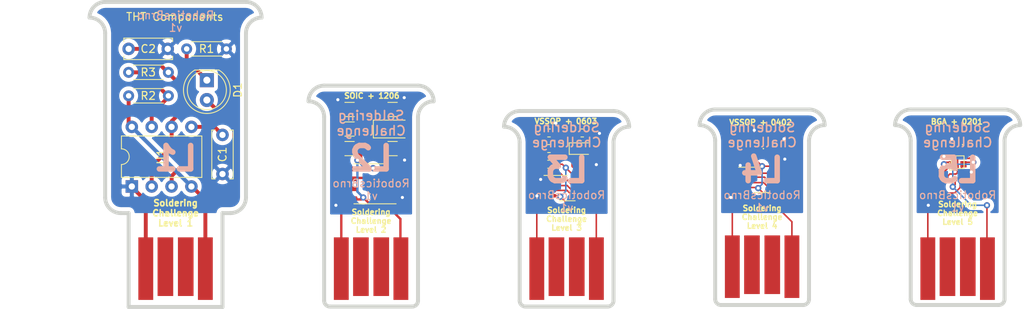
<source format=kicad_pcb>
(kicad_pcb (version 20171130) (host pcbnew 5.1.10-88a1d61d58~88~ubuntu20.04.1)

  (general
    (thickness 1.6)
    (drawings 81)
    (tracks 283)
    (zones 0)
    (modules 40)
    (nets 36)
  )

  (page A4)
  (layers
    (0 F.Cu signal)
    (31 B.Cu signal)
    (32 B.Adhes user)
    (33 F.Adhes user)
    (34 B.Paste user)
    (35 F.Paste user)
    (36 B.SilkS user)
    (37 F.SilkS user)
    (38 B.Mask user)
    (39 F.Mask user)
    (40 Dwgs.User user)
    (41 Cmts.User user)
    (42 Eco1.User user)
    (43 Eco2.User user)
    (44 Edge.Cuts user)
    (45 Margin user)
    (46 B.CrtYd user)
    (47 F.CrtYd user)
    (48 B.Fab user)
    (49 F.Fab user)
  )

  (setup
    (last_trace_width 0.2)
    (user_trace_width 0.2)
    (user_trace_width 0.3)
    (user_trace_width 0.4)
    (user_trace_width 0.5)
    (user_trace_width 1)
    (trace_clearance 0.127)
    (zone_clearance 0.508)
    (zone_45_only no)
    (trace_min 0.2)
    (via_size 0.8)
    (via_drill 0.4)
    (via_min_size 0.4)
    (via_min_drill 0.3)
    (uvia_size 0.3)
    (uvia_drill 0.1)
    (uvias_allowed no)
    (uvia_min_size 0.2)
    (uvia_min_drill 0.1)
    (edge_width 0.5)
    (segment_width 0.2)
    (pcb_text_width 0.3)
    (pcb_text_size 1.5 1.5)
    (mod_edge_width 0.12)
    (mod_text_size 1 1)
    (mod_text_width 0.15)
    (pad_size 1.524 1.524)
    (pad_drill 0.762)
    (pad_to_mask_clearance 0)
    (aux_axis_origin 0 0)
    (visible_elements FFFFFF7F)
    (pcbplotparams
      (layerselection 0x010fc_ffffffff)
      (usegerberextensions false)
      (usegerberattributes true)
      (usegerberadvancedattributes true)
      (creategerberjobfile true)
      (excludeedgelayer true)
      (linewidth 0.100000)
      (plotframeref false)
      (viasonmask false)
      (mode 1)
      (useauxorigin false)
      (hpglpennumber 1)
      (hpglpenspeed 20)
      (hpglpendiameter 15.000000)
      (psnegative false)
      (psa4output false)
      (plotreference true)
      (plotvalue true)
      (plotinvisibletext false)
      (padsonsilk false)
      (subtractmaskfromsilk false)
      (outputformat 1)
      (mirror false)
      (drillshape 1)
      (scaleselection 1)
      (outputdirectory ""))
  )

  (net 0 "")
  (net 1 "Net-(C1-Pad1)")
  (net 2 "Net-(C2-Pad1)")
  (net 3 "Net-(D1-Pad2)")
  (net 4 "Net-(D1-Pad1)")
  (net 5 "Net-(R2-Pad2)")
  (net 6 "Net-(C3-Pad1)")
  (net 7 "Net-(C4-Pad1)")
  (net 8 "Net-(C5-Pad1)")
  (net 9 "Net-(C6-Pad1)")
  (net 10 "Net-(C7-Pad1)")
  (net 11 "Net-(C8-Pad1)")
  (net 12 "Net-(C9-Pad1)")
  (net 13 "Net-(C10-Pad1)")
  (net 14 "Net-(D2-Pad2)")
  (net 15 "Net-(D2-Pad1)")
  (net 16 "Net-(D3-Pad2)")
  (net 17 "Net-(D3-Pad1)")
  (net 18 "Net-(D4-Pad2)")
  (net 19 "Net-(D4-Pad1)")
  (net 20 "Net-(D5-Pad2)")
  (net 21 "Net-(D5-Pad1)")
  (net 22 "Net-(R5-Pad2)")
  (net 23 "Net-(R8-Pad2)")
  (net 24 "Net-(R11-Pad2)")
  (net 25 "Net-(R14-Pad2)")
  (net 26 "/Level 1 - THT/GND")
  (net 27 "/Level 2 - 1206/GND")
  (net 28 "/Level 1 - THT/VCC")
  (net 29 "/Level 2 - 1206/VCC")
  (net 30 "/Level 3 - 0603/GND")
  (net 31 "/Level 3 - 0603/VCC")
  (net 32 "/Level 4 - 0402/GND")
  (net 33 "/Level 4 - 0402/VCC")
  (net 34 "/Level 5 - 0201/GND")
  (net 35 "/Level 5 - 0201/VCC")

  (net_class Default "This is the default net class."
    (clearance 0.127)
    (trace_width 0.25)
    (via_dia 0.8)
    (via_drill 0.4)
    (uvia_dia 0.3)
    (uvia_drill 0.1)
    (add_net "/Level 1 - THT/GND")
    (add_net "/Level 1 - THT/VCC")
    (add_net "/Level 2 - 1206/GND")
    (add_net "/Level 2 - 1206/VCC")
    (add_net "/Level 3 - 0603/GND")
    (add_net "/Level 3 - 0603/VCC")
    (add_net "/Level 4 - 0402/GND")
    (add_net "/Level 4 - 0402/VCC")
    (add_net "/Level 5 - 0201/GND")
    (add_net "/Level 5 - 0201/VCC")
    (add_net "Net-(C1-Pad1)")
    (add_net "Net-(C10-Pad1)")
    (add_net "Net-(C2-Pad1)")
    (add_net "Net-(C3-Pad1)")
    (add_net "Net-(C4-Pad1)")
    (add_net "Net-(C5-Pad1)")
    (add_net "Net-(C6-Pad1)")
    (add_net "Net-(C7-Pad1)")
    (add_net "Net-(C8-Pad1)")
    (add_net "Net-(C9-Pad1)")
    (add_net "Net-(D1-Pad1)")
    (add_net "Net-(D1-Pad2)")
    (add_net "Net-(D2-Pad1)")
    (add_net "Net-(D2-Pad2)")
    (add_net "Net-(D3-Pad1)")
    (add_net "Net-(D3-Pad2)")
    (add_net "Net-(D4-Pad1)")
    (add_net "Net-(D4-Pad2)")
    (add_net "Net-(D5-Pad1)")
    (add_net "Net-(D5-Pad2)")
    (add_net "Net-(R11-Pad2)")
    (add_net "Net-(R14-Pad2)")
    (add_net "Net-(R2-Pad2)")
    (add_net "Net-(R5-Pad2)")
    (add_net "Net-(R8-Pad2)")
  )

  (module Package_BGA:Texas_DSBGA-8_1.43x1.41mm_Layout3x3_P0.5mm (layer F.Cu) (tedit 60E00825) (tstamp 600D0757)
    (at 192 93.5 90)
    (descr "Texas Instruments, DSBGA, 1.43x1.41mm, 8 bump 3x3 (perimeter) array, NSMD pad definition (http://www.ti.com/lit/ds/symlink/lmc555.pdf, http://www.ti.com/lit/an/snva009ag/snva009ag.pdf)")
    (tags "Texas Instruments DSBGA BGA YZP R-XBGA-N8")
    (path /600FF353/6011669C)
    (solder_mask_margin 0.05)
    (attr smd)
    (fp_text reference U5 (at 0 -2 90) (layer F.SilkS) hide
      (effects (font (size 1 1) (thickness 0.15)))
    )
    (fp_text value LMC555xTP (at 0 2 90) (layer F.Fab)
      (effects (font (size 1 1) (thickness 0.15)))
    )
    (fp_line (start -0.705 -0.215) (end -0.205 -0.715) (layer F.Fab) (width 0.1))
    (fp_line (start -1.71 -1.72) (end -1.71 1.72) (layer F.CrtYd) (width 0.05))
    (fp_line (start 1.71 -1.72) (end -1.71 -1.72) (layer F.CrtYd) (width 0.05))
    (fp_line (start 1.71 1.72) (end 1.71 -1.72) (layer F.CrtYd) (width 0.05))
    (fp_line (start -1.71 1.72) (end 1.71 1.72) (layer F.CrtYd) (width 0.05))
    (fp_line (start -0.8 -0.825) (end -0.8 0.8) (layer F.SilkS) (width 0.12))
    (fp_line (start -0.775 -0.825) (end 0.815 -0.825) (layer F.SilkS) (width 0.12))
    (fp_line (start 0.815 0.825) (end -0.8 0.825) (layer F.SilkS) (width 0.12))
    (fp_line (start -0.705 -0.215) (end -0.705 0.715) (layer F.Fab) (width 0.1))
    (fp_line (start 0.705 -0.715) (end -0.205 -0.715) (layer F.Fab) (width 0.1))
    (fp_line (start 0.705 0.715) (end 0.705 -0.715) (layer F.Fab) (width 0.1))
    (fp_line (start -0.705 0.715) (end 0.705 0.715) (layer F.Fab) (width 0.1))
    (fp_line (start 0.825 -0.825) (end 0.825 0.825) (layer F.SilkS) (width 0.12))
    (fp_line (start 0 -1.025) (end -1 -1.025) (layer F.SilkS) (width 0.12))
    (fp_line (start -1 -1.025) (end -1 -0.025) (layer F.SilkS) (width 0.12))
    (fp_text user %R (at 0 0 90) (layer F.Fab)
      (effects (font (size 0.3 0.3) (thickness 0.04)))
    )
    (pad C3 smd rect (at 0.5 0.75 90) (size 0.3 0.8) (layers F.Cu F.Mask)
      (net 20 "Net-(D5-Pad2)"))
    (pad C2 smd rect (at 0 0.75 90) (size 0.3 0.8) (layers F.Cu F.Mask)
      (net 35 "/Level 5 - 0201/VCC"))
    (pad C1 smd rect (at -0.5 0.75 90) (size 0.3 0.8) (layers F.Cu F.Mask)
      (net 12 "Net-(C9-Pad1)"))
    (pad B3 smd rect (at 0.75 0 90) (size 0.8 0.3) (layers F.Cu F.Mask)
      (net 13 "Net-(C10-Pad1)"))
    (pad B1 smd rect (at -0.75 0 90) (size 0.8 0.3) (layers F.Cu F.Mask)
      (net 13 "Net-(C10-Pad1)"))
    (pad A3 smd rect (at 0.5 -0.75 90) (size 0.3 0.8) (layers F.Cu F.Mask)
      (net 34 "/Level 5 - 0201/GND"))
    (pad A2 smd rect (at 0 -0.75 90) (size 0.3 0.8) (layers F.Cu F.Mask)
      (net 35 "/Level 5 - 0201/VCC"))
    (pad A1 smd rect (at -0.5 -0.75 90) (size 0.3 0.8) (layers F.Cu F.Mask)
      (net 25 "Net-(R14-Pad2)"))
    (pad A2 smd circle (at 0 -0.5 90) (size 0.25 0.25) (layers F.Cu F.Mask)
      (net 35 "/Level 5 - 0201/VCC"))
    (pad A1 smd circle (at -0.5 -0.5 90) (size 0.25 0.25) (layers F.Cu F.Mask)
      (net 25 "Net-(R14-Pad2)"))
    (pad B1 smd circle (at -0.5 0 90) (size 0.25 0.25) (layers F.Cu F.Mask)
      (net 13 "Net-(C10-Pad1)"))
    (pad A3 smd circle (at 0.5 -0.5 90) (size 0.25 0.25) (layers F.Cu F.Mask)
      (net 34 "/Level 5 - 0201/GND"))
    (pad C3 smd circle (at 0.5 0.5 90) (size 0.25 0.25) (layers F.Cu F.Mask)
      (net 20 "Net-(D5-Pad2)"))
    (pad C1 smd circle (at -0.5 0.5 90) (size 0.25 0.25) (layers F.Cu F.Mask)
      (net 12 "Net-(C9-Pad1)"))
    (pad C2 smd circle (at 0 0.5 90) (size 0.25 0.25) (layers F.Cu F.Mask)
      (net 35 "/Level 5 - 0201/VCC"))
    (pad B3 smd circle (at 0.5 0 90) (size 0.25 0.25) (layers F.Cu F.Paste F.Mask)
      (net 13 "Net-(C10-Pad1)"))
    (model ${KISYS3DMOD}/Package_BGA.3dshapes/Texas_DSBGA-8_1.43x1.41mm_Layout3x3_P0.5mm.wrl
      (at (xyz 0 0 0))
      (scale (xyz 1 1 1))
      (rotate (xyz 0 0 0))
    )
  )

  (module Package_SO:VSSOP-8_3.0x3.0mm_P0.65mm (layer F.Cu) (tedit 5A02F25C) (tstamp 600D043C)
    (at 167 95.75)
    (descr "VSSOP-8 3.0 x 3.0, http://www.ti.com/lit/ds/symlink/lm75b.pdf")
    (tags "VSSOP-8 3.0 x 3.0")
    (path /600FF0C1/6011E0EB)
    (attr smd)
    (fp_text reference U4 (at 0 -2.5 180) (layer F.SilkS) hide
      (effects (font (size 1 1) (thickness 0.15)))
    )
    (fp_text value LMC555xMM (at 0.02 2.73) (layer F.Fab)
      (effects (font (size 1 1) (thickness 0.15)))
    )
    (fp_line (start -3.48 -1.75) (end 3.48 -1.75) (layer F.CrtYd) (width 0.05))
    (fp_line (start -3.48 1.75) (end -3.48 -1.75) (layer F.CrtYd) (width 0.05))
    (fp_line (start 3.48 1.75) (end -3.48 1.75) (layer F.CrtYd) (width 0.05))
    (fp_line (start 3.48 -1.75) (end 3.48 1.75) (layer F.CrtYd) (width 0.05))
    (fp_line (start 1 1.62) (end -1 1.62) (layer F.SilkS) (width 0.12))
    (fp_line (start 0 -1.62) (end -3 -1.62) (layer F.SilkS) (width 0.12))
    (fp_line (start -0.5 -1.5) (end -1.5 -0.5) (layer F.Fab) (width 0.1))
    (fp_line (start -0.5 -1.5) (end 1.5 -1.5) (layer F.Fab) (width 0.1))
    (fp_line (start -1.5 1.5) (end -1.5 -0.5) (layer F.Fab) (width 0.1))
    (fp_line (start 1.5 1.5) (end -1.5 1.5) (layer F.Fab) (width 0.1))
    (fp_line (start 1.5 -1.5) (end 1.5 1.5) (layer F.Fab) (width 0.1))
    (fp_text user %R (at 0 0) (layer F.Fab)
      (effects (font (size 0.5 0.5) (thickness 0.1)))
    )
    (pad 8 smd rect (at 2.2 -0.975 270) (size 0.45 1.45) (layers F.Cu F.Paste F.Mask)
      (net 33 "/Level 4 - 0402/VCC"))
    (pad 7 smd rect (at 2.2 -0.325 270) (size 0.45 1.45) (layers F.Cu F.Paste F.Mask)
      (net 24 "Net-(R11-Pad2)"))
    (pad 6 smd rect (at 2.2 0.325 270) (size 0.45 1.45) (layers F.Cu F.Paste F.Mask)
      (net 11 "Net-(C8-Pad1)"))
    (pad 5 smd rect (at 2.2 0.975 270) (size 0.45 1.45) (layers F.Cu F.Paste F.Mask)
      (net 10 "Net-(C7-Pad1)"))
    (pad 4 smd rect (at -2.2 0.975 270) (size 0.45 1.45) (layers F.Cu F.Paste F.Mask)
      (net 33 "/Level 4 - 0402/VCC"))
    (pad 3 smd rect (at -2.2 0.325 270) (size 0.45 1.45) (layers F.Cu F.Paste F.Mask)
      (net 18 "Net-(D4-Pad2)"))
    (pad 2 smd rect (at -2.2 -0.325 270) (size 0.45 1.45) (layers F.Cu F.Paste F.Mask)
      (net 11 "Net-(C8-Pad1)"))
    (pad 1 smd rect (at -2.2 -0.975 270) (size 0.45 1.45) (layers F.Cu F.Paste F.Mask)
      (net 32 "/Level 4 - 0402/GND"))
    (model ${KISYS3DMOD}/Package_SO.3dshapes/VSSOP-8_3.0x3.0mm_P0.65mm.wrl
      (at (xyz 0 0 0))
      (scale (xyz 1 1 1))
      (rotate (xyz 0 0 0))
    )
  )

  (module Package_SO:VSSOP-8_3.0x3.0mm_P0.65mm (layer F.Cu) (tedit 5A02F25C) (tstamp 600D05C5)
    (at 142.1 96.8)
    (descr "VSSOP-8 3.0 x 3.0, http://www.ti.com/lit/ds/symlink/lm75b.pdf")
    (tags "VSSOP-8 3.0 x 3.0")
    (path /600FD428/6010C318)
    (attr smd)
    (fp_text reference U3 (at 0 -2.5) (layer F.SilkS) hide
      (effects (font (size 1 1) (thickness 0.15)))
    )
    (fp_text value LMC555xMM (at 0.02 2.73) (layer F.Fab)
      (effects (font (size 1 1) (thickness 0.15)))
    )
    (fp_line (start -3.48 -1.75) (end 3.48 -1.75) (layer F.CrtYd) (width 0.05))
    (fp_line (start -3.48 1.75) (end -3.48 -1.75) (layer F.CrtYd) (width 0.05))
    (fp_line (start 3.48 1.75) (end -3.48 1.75) (layer F.CrtYd) (width 0.05))
    (fp_line (start 3.48 -1.75) (end 3.48 1.75) (layer F.CrtYd) (width 0.05))
    (fp_line (start 1 1.62) (end -1 1.62) (layer F.SilkS) (width 0.12))
    (fp_line (start 0 -1.62) (end -3 -1.62) (layer F.SilkS) (width 0.12))
    (fp_line (start -0.5 -1.5) (end -1.5 -0.5) (layer F.Fab) (width 0.1))
    (fp_line (start -0.5 -1.5) (end 1.5 -1.5) (layer F.Fab) (width 0.1))
    (fp_line (start -1.5 1.5) (end -1.5 -0.5) (layer F.Fab) (width 0.1))
    (fp_line (start 1.5 1.5) (end -1.5 1.5) (layer F.Fab) (width 0.1))
    (fp_line (start 1.5 -1.5) (end 1.5 1.5) (layer F.Fab) (width 0.1))
    (fp_text user %R (at 0 0) (layer F.Fab)
      (effects (font (size 0.5 0.5) (thickness 0.1)))
    )
    (pad 8 smd rect (at 2.2 -0.975 270) (size 0.45 1.45) (layers F.Cu F.Paste F.Mask)
      (net 31 "/Level 3 - 0603/VCC"))
    (pad 7 smd rect (at 2.2 -0.325 270) (size 0.45 1.45) (layers F.Cu F.Paste F.Mask)
      (net 23 "Net-(R8-Pad2)"))
    (pad 6 smd rect (at 2.2 0.325 270) (size 0.45 1.45) (layers F.Cu F.Paste F.Mask)
      (net 9 "Net-(C6-Pad1)"))
    (pad 5 smd rect (at 2.2 0.975 270) (size 0.45 1.45) (layers F.Cu F.Paste F.Mask)
      (net 8 "Net-(C5-Pad1)"))
    (pad 4 smd rect (at -2.2 0.975 270) (size 0.45 1.45) (layers F.Cu F.Paste F.Mask)
      (net 31 "/Level 3 - 0603/VCC"))
    (pad 3 smd rect (at -2.2 0.325 270) (size 0.45 1.45) (layers F.Cu F.Paste F.Mask)
      (net 16 "Net-(D3-Pad2)"))
    (pad 2 smd rect (at -2.2 -0.325 270) (size 0.45 1.45) (layers F.Cu F.Paste F.Mask)
      (net 9 "Net-(C6-Pad1)"))
    (pad 1 smd rect (at -2.2 -0.975 270) (size 0.45 1.45) (layers F.Cu F.Paste F.Mask)
      (net 30 "/Level 3 - 0603/GND"))
    (model ${KISYS3DMOD}/Package_SO.3dshapes/VSSOP-8_3.0x3.0mm_P0.65mm.wrl
      (at (xyz 0 0 0))
      (scale (xyz 1 1 1))
      (rotate (xyz 0 0 0))
    )
  )

  (module Package_SO:SOIC-8_3.9x4.9mm_P1.27mm (layer F.Cu) (tedit 5D9F72B1) (tstamp 600D035A)
    (at 116.75 96.25 180)
    (descr "SOIC, 8 Pin (JEDEC MS-012AA, https://www.analog.com/media/en/package-pcb-resources/package/pkg_pdf/soic_narrow-r/r_8.pdf), generated with kicad-footprint-generator ipc_gullwing_generator.py")
    (tags "SOIC SO")
    (path /600FB290/60105C46)
    (attr smd)
    (fp_text reference U2 (at 0 -3.4) (layer F.SilkS) hide
      (effects (font (size 1 1) (thickness 0.15)))
    )
    (fp_text value LMC555xM (at 0 3.4) (layer F.Fab)
      (effects (font (size 1 1) (thickness 0.15)))
    )
    (fp_line (start 0 2.56) (end 1.95 2.56) (layer F.SilkS) (width 0.12))
    (fp_line (start 0 2.56) (end -1.95 2.56) (layer F.SilkS) (width 0.12))
    (fp_line (start 0 -2.56) (end 1.95 -2.56) (layer F.SilkS) (width 0.12))
    (fp_line (start 0 -2.56) (end -3.45 -2.56) (layer F.SilkS) (width 0.12))
    (fp_line (start -0.975 -2.45) (end 1.95 -2.45) (layer F.Fab) (width 0.1))
    (fp_line (start 1.95 -2.45) (end 1.95 2.45) (layer F.Fab) (width 0.1))
    (fp_line (start 1.95 2.45) (end -1.95 2.45) (layer F.Fab) (width 0.1))
    (fp_line (start -1.95 2.45) (end -1.95 -1.475) (layer F.Fab) (width 0.1))
    (fp_line (start -1.95 -1.475) (end -0.975 -2.45) (layer F.Fab) (width 0.1))
    (fp_line (start -3.7 -2.7) (end -3.7 2.7) (layer F.CrtYd) (width 0.05))
    (fp_line (start -3.7 2.7) (end 3.7 2.7) (layer F.CrtYd) (width 0.05))
    (fp_line (start 3.7 2.7) (end 3.7 -2.7) (layer F.CrtYd) (width 0.05))
    (fp_line (start 3.7 -2.7) (end -3.7 -2.7) (layer F.CrtYd) (width 0.05))
    (fp_text user %R (at 0 0) (layer F.Fab)
      (effects (font (size 0.98 0.98) (thickness 0.15)))
    )
    (pad 8 smd roundrect (at 2.475 -1.905 180) (size 1.95 0.6) (layers F.Cu F.Paste F.Mask) (roundrect_rratio 0.25)
      (net 29 "/Level 2 - 1206/VCC"))
    (pad 7 smd roundrect (at 2.475 -0.635 180) (size 1.95 0.6) (layers F.Cu F.Paste F.Mask) (roundrect_rratio 0.25)
      (net 22 "Net-(R5-Pad2)"))
    (pad 6 smd roundrect (at 2.475 0.635 180) (size 1.95 0.6) (layers F.Cu F.Paste F.Mask) (roundrect_rratio 0.25)
      (net 7 "Net-(C4-Pad1)"))
    (pad 5 smd roundrect (at 2.475 1.905 180) (size 1.95 0.6) (layers F.Cu F.Paste F.Mask) (roundrect_rratio 0.25)
      (net 6 "Net-(C3-Pad1)"))
    (pad 4 smd roundrect (at -2.475 1.905 180) (size 1.95 0.6) (layers F.Cu F.Paste F.Mask) (roundrect_rratio 0.25)
      (net 29 "/Level 2 - 1206/VCC"))
    (pad 3 smd roundrect (at -2.475 0.635 180) (size 1.95 0.6) (layers F.Cu F.Paste F.Mask) (roundrect_rratio 0.25)
      (net 14 "Net-(D2-Pad2)"))
    (pad 2 smd roundrect (at -2.475 -0.635 180) (size 1.95 0.6) (layers F.Cu F.Paste F.Mask) (roundrect_rratio 0.25)
      (net 7 "Net-(C4-Pad1)"))
    (pad 1 smd roundrect (at -2.475 -1.905 180) (size 1.95 0.6) (layers F.Cu F.Paste F.Mask) (roundrect_rratio 0.25)
      (net 27 "/Level 2 - 1206/GND"))
    (model ${KISYS3DMOD}/Package_SO.3dshapes/SOIC-8_3.9x4.9mm_P1.27mm.wrl
      (at (xyz 0 0 0))
      (scale (xyz 1 1 1))
      (rotate (xyz 0 0 0))
    )
  )

  (module Package_DIP:DIP-8_W7.62mm (layer F.Cu) (tedit 5A02E8C5) (tstamp 600D07E2)
    (at 86.4054 96.594 90)
    (descr "8-lead though-hole mounted DIP package, row spacing 7.62 mm (300 mils)")
    (tags "THT DIP DIL PDIP 2.54mm 7.62mm 300mil")
    (path /600F28F2/600F9A49)
    (fp_text reference U1 (at 3.81 3.75 90) (layer F.SilkS)
      (effects (font (size 1 1) (thickness 0.15)))
    )
    (fp_text value LM555xN (at 3.81 9.95 90) (layer F.Fab)
      (effects (font (size 1 1) (thickness 0.15)))
    )
    (fp_line (start 1.635 -1.27) (end 6.985 -1.27) (layer F.Fab) (width 0.1))
    (fp_line (start 6.985 -1.27) (end 6.985 8.89) (layer F.Fab) (width 0.1))
    (fp_line (start 6.985 8.89) (end 0.635 8.89) (layer F.Fab) (width 0.1))
    (fp_line (start 0.635 8.89) (end 0.635 -0.27) (layer F.Fab) (width 0.1))
    (fp_line (start 0.635 -0.27) (end 1.635 -1.27) (layer F.Fab) (width 0.1))
    (fp_line (start 2.81 -1.33) (end 1.16 -1.33) (layer F.SilkS) (width 0.12))
    (fp_line (start 1.16 -1.33) (end 1.16 8.95) (layer F.SilkS) (width 0.12))
    (fp_line (start 1.16 8.95) (end 6.46 8.95) (layer F.SilkS) (width 0.12))
    (fp_line (start 6.46 8.95) (end 6.46 -1.33) (layer F.SilkS) (width 0.12))
    (fp_line (start 6.46 -1.33) (end 4.81 -1.33) (layer F.SilkS) (width 0.12))
    (fp_line (start -1.1 -1.55) (end -1.1 9.15) (layer F.CrtYd) (width 0.05))
    (fp_line (start -1.1 9.15) (end 8.7 9.15) (layer F.CrtYd) (width 0.05))
    (fp_line (start 8.7 9.15) (end 8.7 -1.55) (layer F.CrtYd) (width 0.05))
    (fp_line (start 8.7 -1.55) (end -1.1 -1.55) (layer F.CrtYd) (width 0.05))
    (fp_text user %R (at 3.81 3.81 90) (layer F.Fab)
      (effects (font (size 1 1) (thickness 0.15)))
    )
    (fp_arc (start 3.81 -1.33) (end 2.81 -1.33) (angle -180) (layer F.SilkS) (width 0.12))
    (pad 8 thru_hole oval (at 7.62 0 90) (size 1.6 1.6) (drill 0.8) (layers *.Cu *.Mask)
      (net 28 "/Level 1 - THT/VCC"))
    (pad 4 thru_hole oval (at 0 7.62 90) (size 1.6 1.6) (drill 0.8) (layers *.Cu *.Mask)
      (net 28 "/Level 1 - THT/VCC"))
    (pad 7 thru_hole oval (at 7.62 2.54 90) (size 1.6 1.6) (drill 0.8) (layers *.Cu *.Mask)
      (net 5 "Net-(R2-Pad2)"))
    (pad 3 thru_hole oval (at 0 5.08 90) (size 1.6 1.6) (drill 0.8) (layers *.Cu *.Mask)
      (net 3 "Net-(D1-Pad2)"))
    (pad 6 thru_hole oval (at 7.62 5.08 90) (size 1.6 1.6) (drill 0.8) (layers *.Cu *.Mask)
      (net 2 "Net-(C2-Pad1)"))
    (pad 2 thru_hole oval (at 0 2.54 90) (size 1.6 1.6) (drill 0.8) (layers *.Cu *.Mask)
      (net 2 "Net-(C2-Pad1)"))
    (pad 5 thru_hole oval (at 7.62 7.62 90) (size 1.6 1.6) (drill 0.8) (layers *.Cu *.Mask)
      (net 1 "Net-(C1-Pad1)"))
    (pad 1 thru_hole rect (at 0 0 90) (size 1.6 1.6) (drill 0.8) (layers *.Cu *.Mask)
      (net 26 "/Level 1 - THT/GND"))
    (model ${KISYS3DMOD}/Package_DIP.3dshapes/DIP-8_W7.62mm.wrl
      (at (xyz 0 0 0))
      (scale (xyz 1 1 1))
      (rotate (xyz 0 0 0))
    )
  )

  (module Resistor_SMD:R_0201_0603Metric (layer F.Cu) (tedit 5B301BBD) (tstamp 600D0AF8)
    (at 190.5 95.75)
    (descr "Resistor SMD 0201 (0603 Metric), square (rectangular) end terminal, IPC_7351 nominal, (Body size source: https://www.vishay.com/docs/20052/crcw0201e3.pdf), generated with kicad-footprint-generator")
    (tags resistor)
    (path /600FF353/60100665)
    (attr smd)
    (fp_text reference R15 (at 0 -1.05) (layer F.SilkS) hide
      (effects (font (size 1 1) (thickness 0.15)))
    )
    (fp_text value 100k (at 0 1.05) (layer F.Fab)
      (effects (font (size 1 1) (thickness 0.15)))
    )
    (fp_line (start -0.3 0.15) (end -0.3 -0.15) (layer F.Fab) (width 0.1))
    (fp_line (start -0.3 -0.15) (end 0.3 -0.15) (layer F.Fab) (width 0.1))
    (fp_line (start 0.3 -0.15) (end 0.3 0.15) (layer F.Fab) (width 0.1))
    (fp_line (start 0.3 0.15) (end -0.3 0.15) (layer F.Fab) (width 0.1))
    (fp_line (start -0.7 0.35) (end -0.7 -0.35) (layer F.CrtYd) (width 0.05))
    (fp_line (start -0.7 -0.35) (end 0.7 -0.35) (layer F.CrtYd) (width 0.05))
    (fp_line (start 0.7 -0.35) (end 0.7 0.35) (layer F.CrtYd) (width 0.05))
    (fp_line (start 0.7 0.35) (end -0.7 0.35) (layer F.CrtYd) (width 0.05))
    (fp_text user %R (at 0 -0.68) (layer F.Fab)
      (effects (font (size 0.25 0.25) (thickness 0.04)))
    )
    (pad 2 smd roundrect (at 0.32 0) (size 0.46 0.4) (layers F.Cu F.Mask) (roundrect_rratio 0.25)
      (net 13 "Net-(C10-Pad1)"))
    (pad 1 smd roundrect (at -0.32 0) (size 0.46 0.4) (layers F.Cu F.Mask) (roundrect_rratio 0.25)
      (net 25 "Net-(R14-Pad2)"))
    (pad "" smd roundrect (at 0.345 0) (size 0.318 0.36) (layers F.Paste) (roundrect_rratio 0.25))
    (pad "" smd roundrect (at -0.345 0) (size 0.318 0.36) (layers F.Paste) (roundrect_rratio 0.25))
    (model ${KISYS3DMOD}/Resistor_SMD.3dshapes/R_0201_0603Metric.wrl
      (at (xyz 0 0 0))
      (scale (xyz 1 1 1))
      (rotate (xyz 0 0 0))
    )
  )

  (module Resistor_SMD:R_0201_0603Metric (layer F.Cu) (tedit 5B301BBD) (tstamp 600D089A)
    (at 192 95.75)
    (descr "Resistor SMD 0201 (0603 Metric), square (rectangular) end terminal, IPC_7351 nominal, (Body size source: https://www.vishay.com/docs/20052/crcw0201e3.pdf), generated with kicad-footprint-generator")
    (tags resistor)
    (path /600FF353/60100672)
    (attr smd)
    (fp_text reference R14 (at 0 -1.05) (layer F.SilkS) hide
      (effects (font (size 1 1) (thickness 0.15)))
    )
    (fp_text value 10k (at 0 1.05) (layer F.Fab)
      (effects (font (size 1 1) (thickness 0.15)))
    )
    (fp_line (start -0.3 0.15) (end -0.3 -0.15) (layer F.Fab) (width 0.1))
    (fp_line (start -0.3 -0.15) (end 0.3 -0.15) (layer F.Fab) (width 0.1))
    (fp_line (start 0.3 -0.15) (end 0.3 0.15) (layer F.Fab) (width 0.1))
    (fp_line (start 0.3 0.15) (end -0.3 0.15) (layer F.Fab) (width 0.1))
    (fp_line (start -0.7 0.35) (end -0.7 -0.35) (layer F.CrtYd) (width 0.05))
    (fp_line (start -0.7 -0.35) (end 0.7 -0.35) (layer F.CrtYd) (width 0.05))
    (fp_line (start 0.7 -0.35) (end 0.7 0.35) (layer F.CrtYd) (width 0.05))
    (fp_line (start 0.7 0.35) (end -0.7 0.35) (layer F.CrtYd) (width 0.05))
    (fp_text user %R (at 0 -0.68) (layer F.Fab)
      (effects (font (size 0.25 0.25) (thickness 0.04)))
    )
    (pad 2 smd roundrect (at 0.32 0) (size 0.46 0.4) (layers F.Cu F.Mask) (roundrect_rratio 0.25)
      (net 25 "Net-(R14-Pad2)"))
    (pad 1 smd roundrect (at -0.32 0) (size 0.46 0.4) (layers F.Cu F.Mask) (roundrect_rratio 0.25)
      (net 35 "/Level 5 - 0201/VCC"))
    (pad "" smd roundrect (at 0.345 0) (size 0.318 0.36) (layers F.Paste) (roundrect_rratio 0.25))
    (pad "" smd roundrect (at -0.345 0) (size 0.318 0.36) (layers F.Paste) (roundrect_rratio 0.25))
    (model ${KISYS3DMOD}/Resistor_SMD.3dshapes/R_0201_0603Metric.wrl
      (at (xyz 0 0 0))
      (scale (xyz 1 1 1))
      (rotate (xyz 0 0 0))
    )
  )

  (module Resistor_SMD:R_0201_0603Metric (layer F.Cu) (tedit 5B301BBD) (tstamp 600D0321)
    (at 192 91.25)
    (descr "Resistor SMD 0201 (0603 Metric), square (rectangular) end terminal, IPC_7351 nominal, (Body size source: https://www.vishay.com/docs/20052/crcw0201e3.pdf), generated with kicad-footprint-generator")
    (tags resistor)
    (path /600FF353/601006A3)
    (attr smd)
    (fp_text reference R13 (at 0 -1.05) (layer F.SilkS) hide
      (effects (font (size 1 1) (thickness 0.15)))
    )
    (fp_text value 330R (at 0 1.05) (layer F.Fab)
      (effects (font (size 1 1) (thickness 0.15)))
    )
    (fp_line (start -0.3 0.15) (end -0.3 -0.15) (layer F.Fab) (width 0.1))
    (fp_line (start -0.3 -0.15) (end 0.3 -0.15) (layer F.Fab) (width 0.1))
    (fp_line (start 0.3 -0.15) (end 0.3 0.15) (layer F.Fab) (width 0.1))
    (fp_line (start 0.3 0.15) (end -0.3 0.15) (layer F.Fab) (width 0.1))
    (fp_line (start -0.7 0.35) (end -0.7 -0.35) (layer F.CrtYd) (width 0.05))
    (fp_line (start -0.7 -0.35) (end 0.7 -0.35) (layer F.CrtYd) (width 0.05))
    (fp_line (start 0.7 -0.35) (end 0.7 0.35) (layer F.CrtYd) (width 0.05))
    (fp_line (start 0.7 0.35) (end -0.7 0.35) (layer F.CrtYd) (width 0.05))
    (fp_text user %R (at 0 -0.68) (layer F.Fab)
      (effects (font (size 0.25 0.25) (thickness 0.04)))
    )
    (pad 2 smd roundrect (at 0.32 0) (size 0.46 0.4) (layers F.Cu F.Mask) (roundrect_rratio 0.25)
      (net 21 "Net-(D5-Pad1)"))
    (pad 1 smd roundrect (at -0.32 0) (size 0.46 0.4) (layers F.Cu F.Mask) (roundrect_rratio 0.25)
      (net 34 "/Level 5 - 0201/GND"))
    (pad "" smd roundrect (at 0.345 0) (size 0.318 0.36) (layers F.Paste) (roundrect_rratio 0.25))
    (pad "" smd roundrect (at -0.345 0) (size 0.318 0.36) (layers F.Paste) (roundrect_rratio 0.25))
    (model ${KISYS3DMOD}/Resistor_SMD.3dshapes/R_0201_0603Metric.wrl
      (at (xyz 0 0 0))
      (scale (xyz 1 1 1))
      (rotate (xyz 0 0 0))
    )
  )

  (module Resistor_SMD:R_0402_1005Metric (layer F.Cu) (tedit 5B301BBD) (tstamp 600D0478)
    (at 165.5 91.75 180)
    (descr "Resistor SMD 0402 (1005 Metric), square (rectangular) end terminal, IPC_7351 nominal, (Body size source: http://www.tortai-tech.com/upload/download/2011102023233369053.pdf), generated with kicad-footprint-generator")
    (tags resistor)
    (path /600FF0C1/60103396)
    (attr smd)
    (fp_text reference R12 (at -2.5 0 90) (layer F.SilkS) hide
      (effects (font (size 1 1) (thickness 0.15)))
    )
    (fp_text value 100k (at 0 1.17) (layer F.Fab)
      (effects (font (size 1 1) (thickness 0.15)))
    )
    (fp_line (start -0.5 0.25) (end -0.5 -0.25) (layer F.Fab) (width 0.1))
    (fp_line (start -0.5 -0.25) (end 0.5 -0.25) (layer F.Fab) (width 0.1))
    (fp_line (start 0.5 -0.25) (end 0.5 0.25) (layer F.Fab) (width 0.1))
    (fp_line (start 0.5 0.25) (end -0.5 0.25) (layer F.Fab) (width 0.1))
    (fp_line (start -0.93 0.47) (end -0.93 -0.47) (layer F.CrtYd) (width 0.05))
    (fp_line (start -0.93 -0.47) (end 0.93 -0.47) (layer F.CrtYd) (width 0.05))
    (fp_line (start 0.93 -0.47) (end 0.93 0.47) (layer F.CrtYd) (width 0.05))
    (fp_line (start 0.93 0.47) (end -0.93 0.47) (layer F.CrtYd) (width 0.05))
    (fp_text user %R (at 0 0) (layer F.Fab)
      (effects (font (size 0.25 0.25) (thickness 0.04)))
    )
    (pad 2 smd roundrect (at 0.485 0 180) (size 0.59 0.64) (layers F.Cu F.Paste F.Mask) (roundrect_rratio 0.25)
      (net 11 "Net-(C8-Pad1)"))
    (pad 1 smd roundrect (at -0.485 0 180) (size 0.59 0.64) (layers F.Cu F.Paste F.Mask) (roundrect_rratio 0.25)
      (net 24 "Net-(R11-Pad2)"))
    (model ${KISYS3DMOD}/Resistor_SMD.3dshapes/R_0402_1005Metric.wrl
      (at (xyz 0 0 0))
      (scale (xyz 1 1 1))
      (rotate (xyz 0 0 0))
    )
  )

  (module Resistor_SMD:R_0402_1005Metric (layer F.Cu) (tedit 5B301BBD) (tstamp 600D086E)
    (at 165.5 93 180)
    (descr "Resistor SMD 0402 (1005 Metric), square (rectangular) end terminal, IPC_7351 nominal, (Body size source: http://www.tortai-tech.com/upload/download/2011102023233369053.pdf), generated with kicad-footprint-generator")
    (tags resistor)
    (path /600FF0C1/601033A3)
    (attr smd)
    (fp_text reference R11 (at -2.5 0 90) (layer F.SilkS) hide
      (effects (font (size 1 1) (thickness 0.15)))
    )
    (fp_text value 10k (at 0 1.17) (layer F.Fab)
      (effects (font (size 1 1) (thickness 0.15)))
    )
    (fp_line (start -0.5 0.25) (end -0.5 -0.25) (layer F.Fab) (width 0.1))
    (fp_line (start -0.5 -0.25) (end 0.5 -0.25) (layer F.Fab) (width 0.1))
    (fp_line (start 0.5 -0.25) (end 0.5 0.25) (layer F.Fab) (width 0.1))
    (fp_line (start 0.5 0.25) (end -0.5 0.25) (layer F.Fab) (width 0.1))
    (fp_line (start -0.93 0.47) (end -0.93 -0.47) (layer F.CrtYd) (width 0.05))
    (fp_line (start -0.93 -0.47) (end 0.93 -0.47) (layer F.CrtYd) (width 0.05))
    (fp_line (start 0.93 -0.47) (end 0.93 0.47) (layer F.CrtYd) (width 0.05))
    (fp_line (start 0.93 0.47) (end -0.93 0.47) (layer F.CrtYd) (width 0.05))
    (fp_text user %R (at 0 0) (layer F.Fab)
      (effects (font (size 0.25 0.25) (thickness 0.04)))
    )
    (pad 2 smd roundrect (at 0.485 0 180) (size 0.59 0.64) (layers F.Cu F.Paste F.Mask) (roundrect_rratio 0.25)
      (net 24 "Net-(R11-Pad2)"))
    (pad 1 smd roundrect (at -0.485 0 180) (size 0.59 0.64) (layers F.Cu F.Paste F.Mask) (roundrect_rratio 0.25)
      (net 33 "/Level 4 - 0402/VCC"))
    (model ${KISYS3DMOD}/Resistor_SMD.3dshapes/R_0402_1005Metric.wrl
      (at (xyz 0 0 0))
      (scale (xyz 1 1 1))
      (rotate (xyz 0 0 0))
    )
  )

  (module Resistor_SMD:R_0402_1005Metric (layer F.Cu) (tedit 5B301BBD) (tstamp 600D0718)
    (at 168.25 90.5 180)
    (descr "Resistor SMD 0402 (1005 Metric), square (rectangular) end terminal, IPC_7351 nominal, (Body size source: http://www.tortai-tech.com/upload/download/2011102023233369053.pdf), generated with kicad-footprint-generator")
    (tags resistor)
    (path /600FF0C1/601033D4)
    (attr smd)
    (fp_text reference R10 (at 2.25 0 90) (layer F.SilkS) hide
      (effects (font (size 1 1) (thickness 0.15)))
    )
    (fp_text value 330R (at 0 1.17) (layer F.Fab)
      (effects (font (size 1 1) (thickness 0.15)))
    )
    (fp_line (start -0.5 0.25) (end -0.5 -0.25) (layer F.Fab) (width 0.1))
    (fp_line (start -0.5 -0.25) (end 0.5 -0.25) (layer F.Fab) (width 0.1))
    (fp_line (start 0.5 -0.25) (end 0.5 0.25) (layer F.Fab) (width 0.1))
    (fp_line (start 0.5 0.25) (end -0.5 0.25) (layer F.Fab) (width 0.1))
    (fp_line (start -0.93 0.47) (end -0.93 -0.47) (layer F.CrtYd) (width 0.05))
    (fp_line (start -0.93 -0.47) (end 0.93 -0.47) (layer F.CrtYd) (width 0.05))
    (fp_line (start 0.93 -0.47) (end 0.93 0.47) (layer F.CrtYd) (width 0.05))
    (fp_line (start 0.93 0.47) (end -0.93 0.47) (layer F.CrtYd) (width 0.05))
    (fp_text user %R (at 0 0) (layer F.Fab)
      (effects (font (size 0.25 0.25) (thickness 0.04)))
    )
    (pad 2 smd roundrect (at 0.485 0 180) (size 0.59 0.64) (layers F.Cu F.Paste F.Mask) (roundrect_rratio 0.25)
      (net 19 "Net-(D4-Pad1)"))
    (pad 1 smd roundrect (at -0.485 0 180) (size 0.59 0.64) (layers F.Cu F.Paste F.Mask) (roundrect_rratio 0.25)
      (net 32 "/Level 4 - 0402/GND"))
    (model ${KISYS3DMOD}/Resistor_SMD.3dshapes/R_0402_1005Metric.wrl
      (at (xyz 0 0 0))
      (scale (xyz 1 1 1))
      (rotate (xyz 0 0 0))
    )
  )

  (module Resistor_SMD:R_0603_1608Metric_Pad1.05x0.95mm_HandSolder (layer F.Cu) (tedit 5B301BBD) (tstamp 600D0690)
    (at 139.75 91.75 180)
    (descr "Resistor SMD 0603 (1608 Metric), square (rectangular) end terminal, IPC_7351 nominal with elongated pad for handsoldering. (Body size source: http://www.tortai-tech.com/upload/download/2011102023233369053.pdf), generated with kicad-footprint-generator")
    (tags "resistor handsolder")
    (path /600FD428/600FE705)
    (attr smd)
    (fp_text reference R9 (at 2.6 0 90) (layer F.SilkS) hide
      (effects (font (size 1 1) (thickness 0.15)))
    )
    (fp_text value 100k (at 0 1.43) (layer F.Fab)
      (effects (font (size 1 1) (thickness 0.15)))
    )
    (fp_line (start -0.8 0.4) (end -0.8 -0.4) (layer F.Fab) (width 0.1))
    (fp_line (start -0.8 -0.4) (end 0.8 -0.4) (layer F.Fab) (width 0.1))
    (fp_line (start 0.8 -0.4) (end 0.8 0.4) (layer F.Fab) (width 0.1))
    (fp_line (start 0.8 0.4) (end -0.8 0.4) (layer F.Fab) (width 0.1))
    (fp_line (start -0.171267 -0.51) (end 0.171267 -0.51) (layer F.SilkS) (width 0.12))
    (fp_line (start -0.171267 0.51) (end 0.171267 0.51) (layer F.SilkS) (width 0.12))
    (fp_line (start -1.65 0.73) (end -1.65 -0.73) (layer F.CrtYd) (width 0.05))
    (fp_line (start -1.65 -0.73) (end 1.65 -0.73) (layer F.CrtYd) (width 0.05))
    (fp_line (start 1.65 -0.73) (end 1.65 0.73) (layer F.CrtYd) (width 0.05))
    (fp_line (start 1.65 0.73) (end -1.65 0.73) (layer F.CrtYd) (width 0.05))
    (fp_text user %R (at 0 0) (layer F.Fab)
      (effects (font (size 0.4 0.4) (thickness 0.06)))
    )
    (pad 2 smd roundrect (at 0.875 0 180) (size 1.05 0.95) (layers F.Cu F.Paste F.Mask) (roundrect_rratio 0.25)
      (net 9 "Net-(C6-Pad1)"))
    (pad 1 smd roundrect (at -0.875 0 180) (size 1.05 0.95) (layers F.Cu F.Paste F.Mask) (roundrect_rratio 0.25)
      (net 23 "Net-(R8-Pad2)"))
    (model ${KISYS3DMOD}/Resistor_SMD.3dshapes/R_0603_1608Metric.wrl
      (at (xyz 0 0 0))
      (scale (xyz 1 1 1))
      (rotate (xyz 0 0 0))
    )
  )

  (module Resistor_SMD:R_0603_1608Metric_Pad1.05x0.95mm_HandSolder (layer F.Cu) (tedit 5B301BBD) (tstamp 600D0A0B)
    (at 139.75 93.75 180)
    (descr "Resistor SMD 0603 (1608 Metric), square (rectangular) end terminal, IPC_7351 nominal with elongated pad for handsoldering. (Body size source: http://www.tortai-tech.com/upload/download/2011102023233369053.pdf), generated with kicad-footprint-generator")
    (tags "resistor handsolder")
    (path /600FD428/600FE712)
    (attr smd)
    (fp_text reference R8 (at -2.6 0 270) (layer F.SilkS) hide
      (effects (font (size 1 1) (thickness 0.15)))
    )
    (fp_text value 10k (at 0 1.43) (layer F.Fab)
      (effects (font (size 1 1) (thickness 0.15)))
    )
    (fp_line (start -0.8 0.4) (end -0.8 -0.4) (layer F.Fab) (width 0.1))
    (fp_line (start -0.8 -0.4) (end 0.8 -0.4) (layer F.Fab) (width 0.1))
    (fp_line (start 0.8 -0.4) (end 0.8 0.4) (layer F.Fab) (width 0.1))
    (fp_line (start 0.8 0.4) (end -0.8 0.4) (layer F.Fab) (width 0.1))
    (fp_line (start -0.171267 -0.51) (end 0.171267 -0.51) (layer F.SilkS) (width 0.12))
    (fp_line (start -0.171267 0.51) (end 0.171267 0.51) (layer F.SilkS) (width 0.12))
    (fp_line (start -1.65 0.73) (end -1.65 -0.73) (layer F.CrtYd) (width 0.05))
    (fp_line (start -1.65 -0.73) (end 1.65 -0.73) (layer F.CrtYd) (width 0.05))
    (fp_line (start 1.65 -0.73) (end 1.65 0.73) (layer F.CrtYd) (width 0.05))
    (fp_line (start 1.65 0.73) (end -1.65 0.73) (layer F.CrtYd) (width 0.05))
    (fp_text user %R (at 0 0) (layer F.Fab)
      (effects (font (size 0.4 0.4) (thickness 0.06)))
    )
    (pad 2 smd roundrect (at 0.875 0 180) (size 1.05 0.95) (layers F.Cu F.Paste F.Mask) (roundrect_rratio 0.25)
      (net 23 "Net-(R8-Pad2)"))
    (pad 1 smd roundrect (at -0.875 0 180) (size 1.05 0.95) (layers F.Cu F.Paste F.Mask) (roundrect_rratio 0.25)
      (net 31 "/Level 3 - 0603/VCC"))
    (model ${KISYS3DMOD}/Resistor_SMD.3dshapes/R_0603_1608Metric.wrl
      (at (xyz 0 0 0))
      (scale (xyz 1 1 1))
      (rotate (xyz 0 0 0))
    )
  )

  (module Resistor_SMD:R_0603_1608Metric_Pad1.05x0.95mm_HandSolder (layer F.Cu) (tedit 5B301BBD) (tstamp 600D01D7)
    (at 144 89.75 180)
    (descr "Resistor SMD 0603 (1608 Metric), square (rectangular) end terminal, IPC_7351 nominal with elongated pad for handsoldering. (Body size source: http://www.tortai-tech.com/upload/download/2011102023233369053.pdf), generated with kicad-footprint-generator")
    (tags "resistor handsolder")
    (path /600FD428/600FE743)
    (attr smd)
    (fp_text reference R7 (at -2.85 3.9 90) (layer F.SilkS) hide
      (effects (font (size 1 1) (thickness 0.15)))
    )
    (fp_text value 330R (at 0 1.43) (layer F.Fab)
      (effects (font (size 1 1) (thickness 0.15)))
    )
    (fp_line (start -0.8 0.4) (end -0.8 -0.4) (layer F.Fab) (width 0.1))
    (fp_line (start -0.8 -0.4) (end 0.8 -0.4) (layer F.Fab) (width 0.1))
    (fp_line (start 0.8 -0.4) (end 0.8 0.4) (layer F.Fab) (width 0.1))
    (fp_line (start 0.8 0.4) (end -0.8 0.4) (layer F.Fab) (width 0.1))
    (fp_line (start -0.171267 -0.51) (end 0.171267 -0.51) (layer F.SilkS) (width 0.12))
    (fp_line (start -0.171267 0.51) (end 0.171267 0.51) (layer F.SilkS) (width 0.12))
    (fp_line (start -1.65 0.73) (end -1.65 -0.73) (layer F.CrtYd) (width 0.05))
    (fp_line (start -1.65 -0.73) (end 1.65 -0.73) (layer F.CrtYd) (width 0.05))
    (fp_line (start 1.65 -0.73) (end 1.65 0.73) (layer F.CrtYd) (width 0.05))
    (fp_line (start 1.65 0.73) (end -1.65 0.73) (layer F.CrtYd) (width 0.05))
    (fp_text user %R (at 0 0) (layer F.Fab)
      (effects (font (size 0.4 0.4) (thickness 0.06)))
    )
    (pad 2 smd roundrect (at 0.875 0 180) (size 1.05 0.95) (layers F.Cu F.Paste F.Mask) (roundrect_rratio 0.25)
      (net 17 "Net-(D3-Pad1)"))
    (pad 1 smd roundrect (at -0.875 0 180) (size 1.05 0.95) (layers F.Cu F.Paste F.Mask) (roundrect_rratio 0.25)
      (net 30 "/Level 3 - 0603/GND"))
    (model ${KISYS3DMOD}/Resistor_SMD.3dshapes/R_0603_1608Metric.wrl
      (at (xyz 0 0 0))
      (scale (xyz 1 1 1))
      (rotate (xyz 0 0 0))
    )
  )

  (module Resistor_SMD:R_1206_3216Metric_Pad1.42x1.75mm_HandSolder (layer F.Cu) (tedit 5B301BBD) (tstamp 600D0660)
    (at 114.25 89.25)
    (descr "Resistor SMD 1206 (3216 Metric), square (rectangular) end terminal, IPC_7351 nominal with elongated pad for handsoldering. (Body size source: http://www.tortai-tech.com/upload/download/2011102023233369053.pdf), generated with kicad-footprint-generator")
    (tags "resistor handsolder")
    (path /600FB290/600FC98C)
    (attr smd)
    (fp_text reference R6 (at 3.25 0 90) (layer F.SilkS) hide
      (effects (font (size 1 1) (thickness 0.15)))
    )
    (fp_text value 100k (at 0 1.82) (layer F.Fab)
      (effects (font (size 1 1) (thickness 0.15)))
    )
    (fp_line (start -1.6 0.8) (end -1.6 -0.8) (layer F.Fab) (width 0.1))
    (fp_line (start -1.6 -0.8) (end 1.6 -0.8) (layer F.Fab) (width 0.1))
    (fp_line (start 1.6 -0.8) (end 1.6 0.8) (layer F.Fab) (width 0.1))
    (fp_line (start 1.6 0.8) (end -1.6 0.8) (layer F.Fab) (width 0.1))
    (fp_line (start -0.602064 -0.91) (end 0.602064 -0.91) (layer F.SilkS) (width 0.12))
    (fp_line (start -0.602064 0.91) (end 0.602064 0.91) (layer F.SilkS) (width 0.12))
    (fp_line (start -2.45 1.12) (end -2.45 -1.12) (layer F.CrtYd) (width 0.05))
    (fp_line (start -2.45 -1.12) (end 2.45 -1.12) (layer F.CrtYd) (width 0.05))
    (fp_line (start 2.45 -1.12) (end 2.45 1.12) (layer F.CrtYd) (width 0.05))
    (fp_line (start 2.45 1.12) (end -2.45 1.12) (layer F.CrtYd) (width 0.05))
    (fp_text user %R (at 0 0) (layer F.Fab)
      (effects (font (size 0.8 0.8) (thickness 0.12)))
    )
    (pad 2 smd roundrect (at 1.4875 0) (size 1.425 1.75) (layers F.Cu F.Paste F.Mask) (roundrect_rratio 0.175439)
      (net 7 "Net-(C4-Pad1)"))
    (pad 1 smd roundrect (at -1.4875 0) (size 1.425 1.75) (layers F.Cu F.Paste F.Mask) (roundrect_rratio 0.175439)
      (net 22 "Net-(R5-Pad2)"))
    (model ${KISYS3DMOD}/Resistor_SMD.3dshapes/R_1206_3216Metric.wrl
      (at (xyz 0 0 0))
      (scale (xyz 1 1 1))
      (rotate (xyz 0 0 0))
    )
  )

  (module Resistor_SMD:R_1206_3216Metric_Pad1.42x1.75mm_HandSolder (layer F.Cu) (tedit 5B301BBD) (tstamp 600D0603)
    (at 114.25 91.75 180)
    (descr "Resistor SMD 1206 (3216 Metric), square (rectangular) end terminal, IPC_7351 nominal with elongated pad for handsoldering. (Body size source: http://www.tortai-tech.com/upload/download/2011102023233369053.pdf), generated with kicad-footprint-generator")
    (tags "resistor handsolder")
    (path /600FB290/600FC999)
    (attr smd)
    (fp_text reference R5 (at 3.25 0 90) (layer F.SilkS) hide
      (effects (font (size 1 1) (thickness 0.15)))
    )
    (fp_text value 10k (at 0 1.82) (layer F.Fab)
      (effects (font (size 1 1) (thickness 0.15)))
    )
    (fp_line (start -1.6 0.8) (end -1.6 -0.8) (layer F.Fab) (width 0.1))
    (fp_line (start -1.6 -0.8) (end 1.6 -0.8) (layer F.Fab) (width 0.1))
    (fp_line (start 1.6 -0.8) (end 1.6 0.8) (layer F.Fab) (width 0.1))
    (fp_line (start 1.6 0.8) (end -1.6 0.8) (layer F.Fab) (width 0.1))
    (fp_line (start -0.602064 -0.91) (end 0.602064 -0.91) (layer F.SilkS) (width 0.12))
    (fp_line (start -0.602064 0.91) (end 0.602064 0.91) (layer F.SilkS) (width 0.12))
    (fp_line (start -2.45 1.12) (end -2.45 -1.12) (layer F.CrtYd) (width 0.05))
    (fp_line (start -2.45 -1.12) (end 2.45 -1.12) (layer F.CrtYd) (width 0.05))
    (fp_line (start 2.45 -1.12) (end 2.45 1.12) (layer F.CrtYd) (width 0.05))
    (fp_line (start 2.45 1.12) (end -2.45 1.12) (layer F.CrtYd) (width 0.05))
    (fp_text user %R (at 0 0) (layer F.Fab)
      (effects (font (size 0.8 0.8) (thickness 0.12)))
    )
    (pad 2 smd roundrect (at 1.4875 0 180) (size 1.425 1.75) (layers F.Cu F.Paste F.Mask) (roundrect_rratio 0.175439)
      (net 22 "Net-(R5-Pad2)"))
    (pad 1 smd roundrect (at -1.4875 0 180) (size 1.425 1.75) (layers F.Cu F.Paste F.Mask) (roundrect_rratio 0.175439)
      (net 29 "/Level 2 - 1206/VCC"))
    (model ${KISYS3DMOD}/Resistor_SMD.3dshapes/R_1206_3216Metric.wrl
      (at (xyz 0 0 0))
      (scale (xyz 1 1 1))
      (rotate (xyz 0 0 0))
    )
  )

  (module Resistor_SMD:R_1206_3216Metric_Pad1.42x1.75mm_HandSolder (layer F.Cu) (tedit 5B301BBD) (tstamp 600D058E)
    (at 119.75 86.75 180)
    (descr "Resistor SMD 1206 (3216 Metric), square (rectangular) end terminal, IPC_7351 nominal with elongated pad for handsoldering. (Body size source: http://www.tortai-tech.com/upload/download/2011102023233369053.pdf), generated with kicad-footprint-generator")
    (tags "resistor handsolder")
    (path /600FB290/600FC9CA)
    (attr smd)
    (fp_text reference R4 (at 3.25 0 90) (layer F.SilkS) hide
      (effects (font (size 1 1) (thickness 0.15)))
    )
    (fp_text value 330R (at 0 1.82) (layer F.Fab)
      (effects (font (size 1 1) (thickness 0.15)))
    )
    (fp_line (start -1.6 0.8) (end -1.6 -0.8) (layer F.Fab) (width 0.1))
    (fp_line (start -1.6 -0.8) (end 1.6 -0.8) (layer F.Fab) (width 0.1))
    (fp_line (start 1.6 -0.8) (end 1.6 0.8) (layer F.Fab) (width 0.1))
    (fp_line (start 1.6 0.8) (end -1.6 0.8) (layer F.Fab) (width 0.1))
    (fp_line (start -0.602064 -0.91) (end 0.602064 -0.91) (layer F.SilkS) (width 0.12))
    (fp_line (start -0.602064 0.91) (end 0.602064 0.91) (layer F.SilkS) (width 0.12))
    (fp_line (start -2.45 1.12) (end -2.45 -1.12) (layer F.CrtYd) (width 0.05))
    (fp_line (start -2.45 -1.12) (end 2.45 -1.12) (layer F.CrtYd) (width 0.05))
    (fp_line (start 2.45 -1.12) (end 2.45 1.12) (layer F.CrtYd) (width 0.05))
    (fp_line (start 2.45 1.12) (end -2.45 1.12) (layer F.CrtYd) (width 0.05))
    (fp_text user %R (at 0 0) (layer F.Fab)
      (effects (font (size 0.8 0.8) (thickness 0.12)))
    )
    (pad 2 smd roundrect (at 1.4875 0 180) (size 1.425 1.75) (layers F.Cu F.Paste F.Mask) (roundrect_rratio 0.175439)
      (net 15 "Net-(D2-Pad1)"))
    (pad 1 smd roundrect (at -1.4875 0 180) (size 1.425 1.75) (layers F.Cu F.Paste F.Mask) (roundrect_rratio 0.175439)
      (net 27 "/Level 2 - 1206/GND"))
    (model ${KISYS3DMOD}/Resistor_SMD.3dshapes/R_1206_3216Metric.wrl
      (at (xyz 0 0 0))
      (scale (xyz 1 1 1))
      (rotate (xyz 0 0 0))
    )
  )

  (module Resistor_THT:R_Axial_DIN0204_L3.6mm_D1.6mm_P5.08mm_Horizontal (layer F.Cu) (tedit 5AE5139B) (tstamp 600D0D97)
    (at 86 82)
    (descr "Resistor, Axial_DIN0204 series, Axial, Horizontal, pin pitch=5.08mm, 0.167W, length*diameter=3.6*1.6mm^2, http://cdn-reichelt.de/documents/datenblatt/B400/1_4W%23YAG.pdf")
    (tags "Resistor Axial_DIN0204 series Axial Horizontal pin pitch 5.08mm 0.167W length 3.6mm diameter 1.6mm")
    (path /600F28F2/600F9A4F)
    (fp_text reference R3 (at 2.5 0) (layer F.SilkS)
      (effects (font (size 1 1) (thickness 0.15)))
    )
    (fp_text value 100k (at 2.54 1.92) (layer F.Fab)
      (effects (font (size 1 1) (thickness 0.15)))
    )
    (fp_line (start 0.74 -0.8) (end 0.74 0.8) (layer F.Fab) (width 0.1))
    (fp_line (start 0.74 0.8) (end 4.34 0.8) (layer F.Fab) (width 0.1))
    (fp_line (start 4.34 0.8) (end 4.34 -0.8) (layer F.Fab) (width 0.1))
    (fp_line (start 4.34 -0.8) (end 0.74 -0.8) (layer F.Fab) (width 0.1))
    (fp_line (start 0 0) (end 0.74 0) (layer F.Fab) (width 0.1))
    (fp_line (start 5.08 0) (end 4.34 0) (layer F.Fab) (width 0.1))
    (fp_line (start 0.62 -0.92) (end 4.46 -0.92) (layer F.SilkS) (width 0.12))
    (fp_line (start 0.62 0.92) (end 4.46 0.92) (layer F.SilkS) (width 0.12))
    (fp_line (start -0.95 -1.05) (end -0.95 1.05) (layer F.CrtYd) (width 0.05))
    (fp_line (start -0.95 1.05) (end 6.03 1.05) (layer F.CrtYd) (width 0.05))
    (fp_line (start 6.03 1.05) (end 6.03 -1.05) (layer F.CrtYd) (width 0.05))
    (fp_line (start 6.03 -1.05) (end -0.95 -1.05) (layer F.CrtYd) (width 0.05))
    (fp_text user %R (at 2.54 0) (layer F.Fab)
      (effects (font (size 0.72 0.72) (thickness 0.108)))
    )
    (pad 2 thru_hole oval (at 5.08 0) (size 1.4 1.4) (drill 0.7) (layers *.Cu *.Mask)
      (net 2 "Net-(C2-Pad1)"))
    (pad 1 thru_hole circle (at 0 0) (size 1.4 1.4) (drill 0.7) (layers *.Cu *.Mask)
      (net 5 "Net-(R2-Pad2)"))
    (model ${KISYS3DMOD}/Resistor_THT.3dshapes/R_Axial_DIN0204_L3.6mm_D1.6mm_P5.08mm_Horizontal.wrl
      (at (xyz 0 0 0))
      (scale (xyz 1 1 1))
      (rotate (xyz 0 0 0))
    )
  )

  (module Resistor_THT:R_Axial_DIN0204_L3.6mm_D1.6mm_P5.08mm_Horizontal (layer F.Cu) (tedit 5AE5139B) (tstamp 600D0CF8)
    (at 86 85)
    (descr "Resistor, Axial_DIN0204 series, Axial, Horizontal, pin pitch=5.08mm, 0.167W, length*diameter=3.6*1.6mm^2, http://cdn-reichelt.de/documents/datenblatt/B400/1_4W%23YAG.pdf")
    (tags "Resistor Axial_DIN0204 series Axial Horizontal pin pitch 5.08mm 0.167W length 3.6mm diameter 1.6mm")
    (path /600F28F2/600F9A5C)
    (fp_text reference R2 (at 2.5 0) (layer F.SilkS)
      (effects (font (size 1 1) (thickness 0.15)))
    )
    (fp_text value 10k (at 2.54 1.92) (layer F.Fab)
      (effects (font (size 1 1) (thickness 0.15)))
    )
    (fp_line (start 0.74 -0.8) (end 0.74 0.8) (layer F.Fab) (width 0.1))
    (fp_line (start 0.74 0.8) (end 4.34 0.8) (layer F.Fab) (width 0.1))
    (fp_line (start 4.34 0.8) (end 4.34 -0.8) (layer F.Fab) (width 0.1))
    (fp_line (start 4.34 -0.8) (end 0.74 -0.8) (layer F.Fab) (width 0.1))
    (fp_line (start 0 0) (end 0.74 0) (layer F.Fab) (width 0.1))
    (fp_line (start 5.08 0) (end 4.34 0) (layer F.Fab) (width 0.1))
    (fp_line (start 0.62 -0.92) (end 4.46 -0.92) (layer F.SilkS) (width 0.12))
    (fp_line (start 0.62 0.92) (end 4.46 0.92) (layer F.SilkS) (width 0.12))
    (fp_line (start -0.95 -1.05) (end -0.95 1.05) (layer F.CrtYd) (width 0.05))
    (fp_line (start -0.95 1.05) (end 6.03 1.05) (layer F.CrtYd) (width 0.05))
    (fp_line (start 6.03 1.05) (end 6.03 -1.05) (layer F.CrtYd) (width 0.05))
    (fp_line (start 6.03 -1.05) (end -0.95 -1.05) (layer F.CrtYd) (width 0.05))
    (fp_text user %R (at 2.54 0) (layer F.Fab)
      (effects (font (size 0.72 0.72) (thickness 0.108)))
    )
    (pad 2 thru_hole oval (at 5.08 0) (size 1.4 1.4) (drill 0.7) (layers *.Cu *.Mask)
      (net 5 "Net-(R2-Pad2)"))
    (pad 1 thru_hole circle (at 0 0) (size 1.4 1.4) (drill 0.7) (layers *.Cu *.Mask)
      (net 28 "/Level 1 - THT/VCC"))
    (model ${KISYS3DMOD}/Resistor_THT.3dshapes/R_Axial_DIN0204_L3.6mm_D1.6mm_P5.08mm_Horizontal.wrl
      (at (xyz 0 0 0))
      (scale (xyz 1 1 1))
      (rotate (xyz 0 0 0))
    )
  )

  (module Resistor_THT:R_Axial_DIN0204_L3.6mm_D1.6mm_P5.08mm_Horizontal (layer F.Cu) (tedit 5AE5139B) (tstamp 600D0941)
    (at 98.5 79 180)
    (descr "Resistor, Axial_DIN0204 series, Axial, Horizontal, pin pitch=5.08mm, 0.167W, length*diameter=3.6*1.6mm^2, http://cdn-reichelt.de/documents/datenblatt/B400/1_4W%23YAG.pdf")
    (tags "Resistor Axial_DIN0204 series Axial Horizontal pin pitch 5.08mm 0.167W length 3.6mm diameter 1.6mm")
    (path /600F28F2/600F9A8D)
    (fp_text reference R1 (at 2.54 0) (layer F.SilkS)
      (effects (font (size 1 1) (thickness 0.15)))
    )
    (fp_text value 330R (at 2.54 1.92) (layer F.Fab)
      (effects (font (size 1 1) (thickness 0.15)))
    )
    (fp_line (start 0.74 -0.8) (end 0.74 0.8) (layer F.Fab) (width 0.1))
    (fp_line (start 0.74 0.8) (end 4.34 0.8) (layer F.Fab) (width 0.1))
    (fp_line (start 4.34 0.8) (end 4.34 -0.8) (layer F.Fab) (width 0.1))
    (fp_line (start 4.34 -0.8) (end 0.74 -0.8) (layer F.Fab) (width 0.1))
    (fp_line (start 0 0) (end 0.74 0) (layer F.Fab) (width 0.1))
    (fp_line (start 5.08 0) (end 4.34 0) (layer F.Fab) (width 0.1))
    (fp_line (start 0.62 -0.92) (end 4.46 -0.92) (layer F.SilkS) (width 0.12))
    (fp_line (start 0.62 0.92) (end 4.46 0.92) (layer F.SilkS) (width 0.12))
    (fp_line (start -0.95 -1.05) (end -0.95 1.05) (layer F.CrtYd) (width 0.05))
    (fp_line (start -0.95 1.05) (end 6.03 1.05) (layer F.CrtYd) (width 0.05))
    (fp_line (start 6.03 1.05) (end 6.03 -1.05) (layer F.CrtYd) (width 0.05))
    (fp_line (start 6.03 -1.05) (end -0.95 -1.05) (layer F.CrtYd) (width 0.05))
    (fp_text user %R (at 2.54 0) (layer F.Fab)
      (effects (font (size 0.72 0.72) (thickness 0.108)))
    )
    (pad 2 thru_hole oval (at 5.08 0 180) (size 1.4 1.4) (drill 0.7) (layers *.Cu *.Mask)
      (net 4 "Net-(D1-Pad1)"))
    (pad 1 thru_hole circle (at 0 0 180) (size 1.4 1.4) (drill 0.7) (layers *.Cu *.Mask)
      (net 26 "/Level 1 - THT/GND"))
    (model ${KISYS3DMOD}/Resistor_THT.3dshapes/R_Axial_DIN0204_L3.6mm_D1.6mm_P5.08mm_Horizontal.wrl
      (at (xyz 0 0 0))
      (scale (xyz 1 1 1))
      (rotate (xyz 0 0 0))
    )
  )

  (module RoboCamp:usb-PCB (layer F.Cu) (tedit 600AD8B5) (tstamp 600D0552)
    (at 192 112)
    (path /600FF353/6010069B)
    (attr virtual)
    (fp_text reference J10 (at 0.13 -7.85) (layer F.SilkS) hide
      (effects (font (size 1.5 1.5) (thickness 0.15)))
    )
    (fp_text value USB_A (at 0.29 -10.13) (layer F.SilkS) hide
      (effects (font (size 1.5 1.5) (thickness 0.15)))
    )
    (fp_line (start 6.03 0) (end 6.03 -12) (layer Dwgs.User) (width 0.15))
    (fp_line (start 6.03 0) (end -6.03 0) (layer Dwgs.User) (width 0.15))
    (fp_line (start -6.03 0) (end -6.03 -12) (layer Dwgs.User) (width 0.15))
    (pad 2 connect rect (at 1.3 -5.15) (size 2 7.5) (layers F.Cu F.Mask))
    (pad 3 connect rect (at -1.3 -5.15) (size 2 7.5) (layers F.Cu F.Mask))
    (pad 4 connect rect (at -3.81 -4.9) (size 1.9 8) (layers F.Cu F.Mask)
      (net 34 "/Level 5 - 0201/GND"))
    (pad 1 connect rect (at 3.81 -4.9) (size 1.9 8) (layers F.Cu F.Mask)
      (net 35 "/Level 5 - 0201/VCC"))
  )

  (module RoboCamp:usb-PCB (layer F.Cu) (tedit 600AD8B5) (tstamp 600D0633)
    (at 167 111.75)
    (path /600FF0C1/601033CC)
    (attr virtual)
    (fp_text reference J8 (at 0.13 -7.85) (layer F.SilkS) hide
      (effects (font (size 1.5 1.5) (thickness 0.15)))
    )
    (fp_text value USB_A (at 0.29 -10.13) (layer F.SilkS) hide
      (effects (font (size 1.5 1.5) (thickness 0.15)))
    )
    (fp_line (start 6.03 0) (end 6.03 -12) (layer Dwgs.User) (width 0.15))
    (fp_line (start 6.03 0) (end -6.03 0) (layer Dwgs.User) (width 0.15))
    (fp_line (start -6.03 0) (end -6.03 -12) (layer Dwgs.User) (width 0.15))
    (pad 2 connect rect (at 1.3 -5.15) (size 2 7.5) (layers F.Cu F.Mask))
    (pad 3 connect rect (at -1.3 -5.15) (size 2 7.5) (layers F.Cu F.Mask))
    (pad 4 connect rect (at -3.81 -4.9) (size 1.9 8) (layers F.Cu F.Mask)
      (net 32 "/Level 4 - 0402/GND"))
    (pad 1 connect rect (at 3.81 -4.9) (size 1.9 8) (layers F.Cu F.Mask)
      (net 33 "/Level 4 - 0402/VCC"))
  )

  (module RoboCamp:usb-PCB (layer F.Cu) (tedit 600AD8B5) (tstamp 600D0525)
    (at 142 112)
    (path /600FD428/600FE73B)
    (attr virtual)
    (fp_text reference J6 (at 0.13 -7.85) (layer F.SilkS) hide
      (effects (font (size 1.5 1.5) (thickness 0.15)))
    )
    (fp_text value USB_A (at 0.29 -10.13) (layer F.SilkS) hide
      (effects (font (size 1.5 1.5) (thickness 0.15)))
    )
    (fp_line (start 6.03 0) (end 6.03 -12) (layer Dwgs.User) (width 0.15))
    (fp_line (start 6.03 0) (end -6.03 0) (layer Dwgs.User) (width 0.15))
    (fp_line (start -6.03 0) (end -6.03 -12) (layer Dwgs.User) (width 0.15))
    (pad 2 connect rect (at 1.3 -5.15) (size 2 7.5) (layers F.Cu F.Mask))
    (pad 3 connect rect (at -1.3 -5.15) (size 2 7.5) (layers F.Cu F.Mask))
    (pad 4 connect rect (at -3.81 -4.9) (size 1.9 8) (layers F.Cu F.Mask)
      (net 30 "/Level 3 - 0603/GND"))
    (pad 1 connect rect (at 3.81 -4.9) (size 1.9 8) (layers F.Cu F.Mask)
      (net 31 "/Level 3 - 0603/VCC"))
  )

  (module RoboCamp:usb-PCB (layer F.Cu) (tedit 600AD8B5) (tstamp 600D096F)
    (at 117 112)
    (path /600FB290/600FC9C2)
    (attr virtual)
    (fp_text reference J4 (at 0.13 -7.85) (layer F.SilkS) hide
      (effects (font (size 1.5 1.5) (thickness 0.15)))
    )
    (fp_text value USB_A (at 0.29 -10.13) (layer F.SilkS) hide
      (effects (font (size 1.5 1.5) (thickness 0.15)))
    )
    (fp_line (start 6.03 0) (end 6.03 -12) (layer Dwgs.User) (width 0.15))
    (fp_line (start 6.03 0) (end -6.03 0) (layer Dwgs.User) (width 0.15))
    (fp_line (start -6.03 0) (end -6.03 -12) (layer Dwgs.User) (width 0.15))
    (pad 2 connect rect (at 1.3 -5.15) (size 2 7.5) (layers F.Cu F.Mask))
    (pad 3 connect rect (at -1.3 -5.15) (size 2 7.5) (layers F.Cu F.Mask))
    (pad 4 connect rect (at -3.81 -4.9) (size 1.9 8) (layers F.Cu F.Mask)
      (net 27 "/Level 2 - 1206/GND"))
    (pad 1 connect rect (at 3.81 -4.9) (size 1.9 8) (layers F.Cu F.Mask)
      (net 29 "/Level 2 - 1206/VCC"))
  )

  (module RoboCamp:usb-PCB (layer F.Cu) (tedit 600AD8B5) (tstamp 600D0CC6)
    (at 92 112)
    (path /600F28F2/600F9A85)
    (attr virtual)
    (fp_text reference J2 (at 0.13 -7.85) (layer F.SilkS) hide
      (effects (font (size 1.5 1.5) (thickness 0.15)))
    )
    (fp_text value USB_A (at 0.29 -10.13) (layer F.SilkS) hide
      (effects (font (size 1.5 1.5) (thickness 0.15)))
    )
    (fp_line (start 6.03 0) (end 6.03 -12) (layer Dwgs.User) (width 0.15))
    (fp_line (start 6.03 0) (end -6.03 0) (layer Dwgs.User) (width 0.15))
    (fp_line (start -6.03 0) (end -6.03 -12) (layer Dwgs.User) (width 0.15))
    (pad 2 connect rect (at 1.3 -5.15) (size 2 7.5) (layers F.Cu F.Mask))
    (pad 3 connect rect (at -1.3 -5.15) (size 2 7.5) (layers F.Cu F.Mask))
    (pad 4 connect rect (at -3.81 -4.9) (size 1.9 8) (layers F.Cu F.Mask)
      (net 26 "/Level 1 - THT/GND"))
    (pad 1 connect rect (at 3.81 -4.9) (size 1.9 8) (layers F.Cu F.Mask)
      (net 28 "/Level 1 - THT/VCC"))
  )

  (module LED_SMD:LED_0201_0603Metric (layer F.Cu) (tedit 5B301BBE) (tstamp 600D06CC)
    (at 193.5 91.25)
    (descr "LED SMD 0201 (0603 Metric), square (rectangular) end terminal, IPC_7351 nominal, (Body size source: https://www.vishay.com/docs/20052/crcw0201e3.pdf), generated with kicad-footprint-generator")
    (tags LED)
    (path /600FF353/601006AB)
    (attr smd)
    (fp_text reference D5 (at 0 -1.05) (layer F.SilkS) hide
      (effects (font (size 1 1) (thickness 0.15)))
    )
    (fp_text value LED (at 0 1.05) (layer F.Fab)
      (effects (font (size 1 1) (thickness 0.15)))
    )
    (fp_circle (center -0.86 0) (end -0.81 0) (layer F.SilkS) (width 0.1))
    (fp_line (start -0.3 0.15) (end -0.3 -0.15) (layer F.Fab) (width 0.1))
    (fp_line (start -0.3 -0.15) (end 0.3 -0.15) (layer F.Fab) (width 0.1))
    (fp_line (start 0.3 -0.15) (end 0.3 0.15) (layer F.Fab) (width 0.1))
    (fp_line (start 0.3 0.15) (end -0.3 0.15) (layer F.Fab) (width 0.1))
    (fp_line (start -0.2 0.15) (end -0.2 -0.15) (layer F.Fab) (width 0.1))
    (fp_line (start -0.1 0.15) (end -0.1 -0.15) (layer F.Fab) (width 0.1))
    (fp_line (start -0.7 0.35) (end -0.7 -0.35) (layer F.CrtYd) (width 0.05))
    (fp_line (start -0.7 -0.35) (end 0.7 -0.35) (layer F.CrtYd) (width 0.05))
    (fp_line (start 0.7 -0.35) (end 0.7 0.35) (layer F.CrtYd) (width 0.05))
    (fp_line (start 0.7 0.35) (end -0.7 0.35) (layer F.CrtYd) (width 0.05))
    (fp_text user %R (at 0 -0.68) (layer F.Fab)
      (effects (font (size 0.25 0.25) (thickness 0.04)))
    )
    (pad 2 smd roundrect (at 0.32 0) (size 0.46 0.4) (layers F.Cu F.Mask) (roundrect_rratio 0.25)
      (net 20 "Net-(D5-Pad2)"))
    (pad 1 smd roundrect (at -0.32 0) (size 0.46 0.4) (layers F.Cu F.Mask) (roundrect_rratio 0.25)
      (net 21 "Net-(D5-Pad1)"))
    (pad "" smd roundrect (at 0.345 0) (size 0.318 0.36) (layers F.Paste) (roundrect_rratio 0.25))
    (pad "" smd roundrect (at -0.345 0) (size 0.318 0.36) (layers F.Paste) (roundrect_rratio 0.25))
    (model ${KISYS3DMOD}/LED_SMD.3dshapes/LED_0201_0603Metric.wrl
      (at (xyz 0 0 0))
      (scale (xyz 1 1 1))
      (rotate (xyz 0 0 0))
    )
  )

  (module LED_SMD:LED_0402_1005Metric (layer F.Cu) (tedit 5B301BBE) (tstamp 600D04F9)
    (at 168.25 91.75)
    (descr "LED SMD 0402 (1005 Metric), square (rectangular) end terminal, IPC_7351 nominal, (Body size source: http://www.tortai-tech.com/upload/download/2011102023233369053.pdf), generated with kicad-footprint-generator")
    (tags LED)
    (path /600FF0C1/601033DC)
    (attr smd)
    (fp_text reference D4 (at -2.015 0 90) (layer F.SilkS) hide
      (effects (font (size 1 1) (thickness 0.15)))
    )
    (fp_text value LED (at 0 1.17) (layer F.Fab)
      (effects (font (size 1 1) (thickness 0.15)))
    )
    (fp_circle (center -1.09 0) (end -1.04 0) (layer F.SilkS) (width 0.1))
    (fp_line (start -0.5 0.25) (end -0.5 -0.25) (layer F.Fab) (width 0.1))
    (fp_line (start -0.5 -0.25) (end 0.5 -0.25) (layer F.Fab) (width 0.1))
    (fp_line (start 0.5 -0.25) (end 0.5 0.25) (layer F.Fab) (width 0.1))
    (fp_line (start 0.5 0.25) (end -0.5 0.25) (layer F.Fab) (width 0.1))
    (fp_line (start -0.4 0.25) (end -0.4 -0.25) (layer F.Fab) (width 0.1))
    (fp_line (start -0.3 0.25) (end -0.3 -0.25) (layer F.Fab) (width 0.1))
    (fp_line (start -0.93 0.47) (end -0.93 -0.47) (layer F.CrtYd) (width 0.05))
    (fp_line (start -0.93 -0.47) (end 0.93 -0.47) (layer F.CrtYd) (width 0.05))
    (fp_line (start 0.93 -0.47) (end 0.93 0.47) (layer F.CrtYd) (width 0.05))
    (fp_line (start 0.93 0.47) (end -0.93 0.47) (layer F.CrtYd) (width 0.05))
    (fp_text user %R (at 0 0) (layer F.Fab)
      (effects (font (size 0.25 0.25) (thickness 0.04)))
    )
    (pad 2 smd roundrect (at 0.485 0) (size 0.59 0.64) (layers F.Cu F.Paste F.Mask) (roundrect_rratio 0.25)
      (net 18 "Net-(D4-Pad2)"))
    (pad 1 smd roundrect (at -0.485 0) (size 0.59 0.64) (layers F.Cu F.Paste F.Mask) (roundrect_rratio 0.25)
      (net 19 "Net-(D4-Pad1)"))
    (model ${KISYS3DMOD}/LED_SMD.3dshapes/LED_0402_1005Metric.wrl
      (at (xyz 0 0 0))
      (scale (xyz 1 1 1))
      (rotate (xyz 0 0 0))
    )
  )

  (module LED_SMD:LED_0603_1608Metric_Pad1.05x0.95mm_HandSolder (layer F.Cu) (tedit 5B4B45C9) (tstamp 600D0C6E)
    (at 144 91.75)
    (descr "LED SMD 0603 (1608 Metric), square (rectangular) end terminal, IPC_7351 nominal, (Body size source: http://www.tortai-tech.com/upload/download/2011102023233369053.pdf), generated with kicad-footprint-generator")
    (tags "LED handsolder")
    (path /600FD428/600FE74B)
    (attr smd)
    (fp_text reference D3 (at -2.6 0 90) (layer F.SilkS) hide
      (effects (font (size 1 1) (thickness 0.15)))
    )
    (fp_text value LED (at 0 1.43) (layer F.Fab)
      (effects (font (size 1 1) (thickness 0.15)))
    )
    (fp_line (start 0.8 -0.4) (end -0.5 -0.4) (layer F.Fab) (width 0.1))
    (fp_line (start -0.5 -0.4) (end -0.8 -0.1) (layer F.Fab) (width 0.1))
    (fp_line (start -0.8 -0.1) (end -0.8 0.4) (layer F.Fab) (width 0.1))
    (fp_line (start -0.8 0.4) (end 0.8 0.4) (layer F.Fab) (width 0.1))
    (fp_line (start 0.8 0.4) (end 0.8 -0.4) (layer F.Fab) (width 0.1))
    (fp_line (start 0.8 -0.735) (end -1.66 -0.735) (layer F.SilkS) (width 0.12))
    (fp_line (start -1.66 -0.735) (end -1.66 0.735) (layer F.SilkS) (width 0.12))
    (fp_line (start -1.66 0.735) (end 0.8 0.735) (layer F.SilkS) (width 0.12))
    (fp_line (start -1.65 0.73) (end -1.65 -0.73) (layer F.CrtYd) (width 0.05))
    (fp_line (start -1.65 -0.73) (end 1.65 -0.73) (layer F.CrtYd) (width 0.05))
    (fp_line (start 1.65 -0.73) (end 1.65 0.73) (layer F.CrtYd) (width 0.05))
    (fp_line (start 1.65 0.73) (end -1.65 0.73) (layer F.CrtYd) (width 0.05))
    (fp_text user %R (at 0 0) (layer F.Fab)
      (effects (font (size 0.4 0.4) (thickness 0.06)))
    )
    (pad 2 smd roundrect (at 0.875 0) (size 1.05 0.95) (layers F.Cu F.Paste F.Mask) (roundrect_rratio 0.25)
      (net 16 "Net-(D3-Pad2)"))
    (pad 1 smd roundrect (at -0.875 0) (size 1.05 0.95) (layers F.Cu F.Paste F.Mask) (roundrect_rratio 0.25)
      (net 17 "Net-(D3-Pad1)"))
    (model ${KISYS3DMOD}/LED_SMD.3dshapes/LED_0603_1608Metric.wrl
      (at (xyz 0 0 0))
      (scale (xyz 1 1 1))
      (rotate (xyz 0 0 0))
    )
  )

  (module LED_SMD:LED_1206_3216Metric_Pad1.42x1.75mm_HandSolder (layer F.Cu) (tedit 5B4B45C9) (tstamp 600D0170)
    (at 119.75 89.25)
    (descr "LED SMD 1206 (3216 Metric), square (rectangular) end terminal, IPC_7351 nominal, (Body size source: http://www.tortai-tech.com/upload/download/2011102023233369053.pdf), generated with kicad-footprint-generator")
    (tags "LED handsolder")
    (path /600FB290/600FC9D2)
    (attr smd)
    (fp_text reference D2 (at -3.25 0 90) (layer F.SilkS) hide
      (effects (font (size 1 1) (thickness 0.15)))
    )
    (fp_text value LED (at 0 1.82) (layer F.Fab)
      (effects (font (size 1 1) (thickness 0.15)))
    )
    (fp_line (start 1.6 -0.8) (end -1.2 -0.8) (layer F.Fab) (width 0.1))
    (fp_line (start -1.2 -0.8) (end -1.6 -0.4) (layer F.Fab) (width 0.1))
    (fp_line (start -1.6 -0.4) (end -1.6 0.8) (layer F.Fab) (width 0.1))
    (fp_line (start -1.6 0.8) (end 1.6 0.8) (layer F.Fab) (width 0.1))
    (fp_line (start 1.6 0.8) (end 1.6 -0.8) (layer F.Fab) (width 0.1))
    (fp_line (start 1.6 -1.135) (end -2.46 -1.135) (layer F.SilkS) (width 0.12))
    (fp_line (start -2.46 -1.135) (end -2.46 1.135) (layer F.SilkS) (width 0.12))
    (fp_line (start -2.46 1.135) (end 1.6 1.135) (layer F.SilkS) (width 0.12))
    (fp_line (start -2.45 1.12) (end -2.45 -1.12) (layer F.CrtYd) (width 0.05))
    (fp_line (start -2.45 -1.12) (end 2.45 -1.12) (layer F.CrtYd) (width 0.05))
    (fp_line (start 2.45 -1.12) (end 2.45 1.12) (layer F.CrtYd) (width 0.05))
    (fp_line (start 2.45 1.12) (end -2.45 1.12) (layer F.CrtYd) (width 0.05))
    (fp_text user %R (at 0 0) (layer F.Fab)
      (effects (font (size 0.8 0.8) (thickness 0.12)))
    )
    (pad 2 smd roundrect (at 1.4875 0) (size 1.425 1.75) (layers F.Cu F.Paste F.Mask) (roundrect_rratio 0.175439)
      (net 14 "Net-(D2-Pad2)"))
    (pad 1 smd roundrect (at -1.4875 0) (size 1.425 1.75) (layers F.Cu F.Paste F.Mask) (roundrect_rratio 0.175439)
      (net 15 "Net-(D2-Pad1)"))
    (model ${KISYS3DMOD}/LED_SMD.3dshapes/LED_1206_3216Metric.wrl
      (at (xyz 0 0 0))
      (scale (xyz 1 1 1))
      (rotate (xyz 0 0 0))
    )
  )

  (module LED_THT:LED_D5.0mm (layer F.Cu) (tedit 5995936A) (tstamp 600D0B3E)
    (at 96 83 270)
    (descr "LED, diameter 5.0mm, 2 pins, http://cdn-reichelt.de/documents/datenblatt/A500/LL-504BC2E-009.pdf")
    (tags "LED diameter 5.0mm 2 pins")
    (path /600F28F2/600F9A95)
    (fp_text reference D1 (at 1.27 -3.96 90) (layer F.SilkS)
      (effects (font (size 1 1) (thickness 0.15)))
    )
    (fp_text value LED (at 1.27 3.96 90) (layer F.Fab)
      (effects (font (size 1 1) (thickness 0.15)))
    )
    (fp_circle (center 1.27 0) (end 3.77 0) (layer F.Fab) (width 0.1))
    (fp_circle (center 1.27 0) (end 3.77 0) (layer F.SilkS) (width 0.12))
    (fp_line (start -1.23 -1.469694) (end -1.23 1.469694) (layer F.Fab) (width 0.1))
    (fp_line (start -1.29 -1.545) (end -1.29 1.545) (layer F.SilkS) (width 0.12))
    (fp_line (start -1.95 -3.25) (end -1.95 3.25) (layer F.CrtYd) (width 0.05))
    (fp_line (start -1.95 3.25) (end 4.5 3.25) (layer F.CrtYd) (width 0.05))
    (fp_line (start 4.5 3.25) (end 4.5 -3.25) (layer F.CrtYd) (width 0.05))
    (fp_line (start 4.5 -3.25) (end -1.95 -3.25) (layer F.CrtYd) (width 0.05))
    (fp_text user %R (at 1.25 0 90) (layer F.Fab)
      (effects (font (size 0.8 0.8) (thickness 0.2)))
    )
    (fp_arc (start 1.27 0) (end -1.29 1.54483) (angle -148.9) (layer F.SilkS) (width 0.12))
    (fp_arc (start 1.27 0) (end -1.29 -1.54483) (angle 148.9) (layer F.SilkS) (width 0.12))
    (fp_arc (start 1.27 0) (end -1.23 -1.469694) (angle 299.1) (layer F.Fab) (width 0.1))
    (pad 2 thru_hole circle (at 2.54 0 270) (size 1.8 1.8) (drill 0.9) (layers *.Cu *.Mask)
      (net 3 "Net-(D1-Pad2)"))
    (pad 1 thru_hole rect (at 0 0 270) (size 1.8 1.8) (drill 0.9) (layers *.Cu *.Mask)
      (net 4 "Net-(D1-Pad1)"))
    (model ${KISYS3DMOD}/LED_THT.3dshapes/LED_D5.0mm.wrl
      (at (xyz 0 0 0))
      (scale (xyz 1 1 1))
      (rotate (xyz 0 0 0))
    )
  )

  (module Capacitor_SMD:C_0201_0603Metric (layer F.Cu) (tedit 5B301BBE) (tstamp 600D03CF)
    (at 190.5 91.25)
    (descr "Capacitor SMD 0201 (0603 Metric), square (rectangular) end terminal, IPC_7351 nominal, (Body size source: https://www.vishay.com/docs/20052/crcw0201e3.pdf), generated with kicad-footprint-generator")
    (tags capacitor)
    (path /600FF353/60100683)
    (attr smd)
    (fp_text reference C10 (at 0 -1.05) (layer F.SilkS) hide
      (effects (font (size 1 1) (thickness 0.15)))
    )
    (fp_text value 4.7u (at 0 1.05) (layer F.Fab)
      (effects (font (size 1 1) (thickness 0.15)))
    )
    (fp_line (start -0.3 0.15) (end -0.3 -0.15) (layer F.Fab) (width 0.1))
    (fp_line (start -0.3 -0.15) (end 0.3 -0.15) (layer F.Fab) (width 0.1))
    (fp_line (start 0.3 -0.15) (end 0.3 0.15) (layer F.Fab) (width 0.1))
    (fp_line (start 0.3 0.15) (end -0.3 0.15) (layer F.Fab) (width 0.1))
    (fp_line (start -0.7 0.35) (end -0.7 -0.35) (layer F.CrtYd) (width 0.05))
    (fp_line (start -0.7 -0.35) (end 0.7 -0.35) (layer F.CrtYd) (width 0.05))
    (fp_line (start 0.7 -0.35) (end 0.7 0.35) (layer F.CrtYd) (width 0.05))
    (fp_line (start 0.7 0.35) (end -0.7 0.35) (layer F.CrtYd) (width 0.05))
    (fp_text user %R (at 0 -0.68) (layer F.Fab)
      (effects (font (size 0.25 0.25) (thickness 0.04)))
    )
    (pad 2 smd roundrect (at 0.32 0) (size 0.46 0.4) (layers F.Cu F.Mask) (roundrect_rratio 0.25)
      (net 34 "/Level 5 - 0201/GND"))
    (pad 1 smd roundrect (at -0.32 0) (size 0.46 0.4) (layers F.Cu F.Mask) (roundrect_rratio 0.25)
      (net 13 "Net-(C10-Pad1)"))
    (pad "" smd roundrect (at 0.345 0) (size 0.318 0.36) (layers F.Paste) (roundrect_rratio 0.25))
    (pad "" smd roundrect (at -0.345 0) (size 0.318 0.36) (layers F.Paste) (roundrect_rratio 0.25))
    (model ${KISYS3DMOD}/Capacitor_SMD.3dshapes/C_0201_0603Metric.wrl
      (at (xyz 0 0 0))
      (scale (xyz 1 1 1))
      (rotate (xyz 0 0 0))
    )
  )

  (module Capacitor_SMD:C_0201_0603Metric (layer F.Cu) (tedit 5B301BBE) (tstamp 600D0102)
    (at 193.5 95.75)
    (descr "Capacitor SMD 0201 (0603 Metric), square (rectangular) end terminal, IPC_7351 nominal, (Body size source: https://www.vishay.com/docs/20052/crcw0201e3.pdf), generated with kicad-footprint-generator")
    (tags capacitor)
    (path /600FF353/6010066B)
    (attr smd)
    (fp_text reference C9 (at 0 -1.05) (layer F.SilkS) hide
      (effects (font (size 1 1) (thickness 0.15)))
    )
    (fp_text value 10n (at 0 1.05) (layer F.Fab)
      (effects (font (size 1 1) (thickness 0.15)))
    )
    (fp_line (start -0.3 0.15) (end -0.3 -0.15) (layer F.Fab) (width 0.1))
    (fp_line (start -0.3 -0.15) (end 0.3 -0.15) (layer F.Fab) (width 0.1))
    (fp_line (start 0.3 -0.15) (end 0.3 0.15) (layer F.Fab) (width 0.1))
    (fp_line (start 0.3 0.15) (end -0.3 0.15) (layer F.Fab) (width 0.1))
    (fp_line (start -0.7 0.35) (end -0.7 -0.35) (layer F.CrtYd) (width 0.05))
    (fp_line (start -0.7 -0.35) (end 0.7 -0.35) (layer F.CrtYd) (width 0.05))
    (fp_line (start 0.7 -0.35) (end 0.7 0.35) (layer F.CrtYd) (width 0.05))
    (fp_line (start 0.7 0.35) (end -0.7 0.35) (layer F.CrtYd) (width 0.05))
    (fp_text user %R (at 0 -0.68) (layer F.Fab)
      (effects (font (size 0.25 0.25) (thickness 0.04)))
    )
    (pad 2 smd roundrect (at 0.32 0) (size 0.46 0.4) (layers F.Cu F.Mask) (roundrect_rratio 0.25)
      (net 34 "/Level 5 - 0201/GND"))
    (pad 1 smd roundrect (at -0.32 0) (size 0.46 0.4) (layers F.Cu F.Mask) (roundrect_rratio 0.25)
      (net 12 "Net-(C9-Pad1)"))
    (pad "" smd roundrect (at 0.345 0) (size 0.318 0.36) (layers F.Paste) (roundrect_rratio 0.25))
    (pad "" smd roundrect (at -0.345 0) (size 0.318 0.36) (layers F.Paste) (roundrect_rratio 0.25))
    (model ${KISYS3DMOD}/Capacitor_SMD.3dshapes/C_0201_0603Metric.wrl
      (at (xyz 0 0 0))
      (scale (xyz 1 1 1))
      (rotate (xyz 0 0 0))
    )
  )

  (module Capacitor_SMD:C_0402_1005Metric (layer F.Cu) (tedit 5B301BBE) (tstamp 600D0D60)
    (at 165.5 90.5)
    (descr "Capacitor SMD 0402 (1005 Metric), square (rectangular) end terminal, IPC_7351 nominal, (Body size source: http://www.tortai-tech.com/upload/download/2011102023233369053.pdf), generated with kicad-footprint-generator")
    (tags capacitor)
    (path /600FF0C1/601033B4)
    (attr smd)
    (fp_text reference C8 (at -2.515 0 -90) (layer F.SilkS) hide
      (effects (font (size 1 1) (thickness 0.15)))
    )
    (fp_text value 4.7u (at 0 1.17) (layer F.Fab)
      (effects (font (size 1 1) (thickness 0.15)))
    )
    (fp_line (start -0.5 0.25) (end -0.5 -0.25) (layer F.Fab) (width 0.1))
    (fp_line (start -0.5 -0.25) (end 0.5 -0.25) (layer F.Fab) (width 0.1))
    (fp_line (start 0.5 -0.25) (end 0.5 0.25) (layer F.Fab) (width 0.1))
    (fp_line (start 0.5 0.25) (end -0.5 0.25) (layer F.Fab) (width 0.1))
    (fp_line (start -0.93 0.47) (end -0.93 -0.47) (layer F.CrtYd) (width 0.05))
    (fp_line (start -0.93 -0.47) (end 0.93 -0.47) (layer F.CrtYd) (width 0.05))
    (fp_line (start 0.93 -0.47) (end 0.93 0.47) (layer F.CrtYd) (width 0.05))
    (fp_line (start 0.93 0.47) (end -0.93 0.47) (layer F.CrtYd) (width 0.05))
    (fp_text user %R (at 0 0) (layer F.Fab)
      (effects (font (size 0.25 0.25) (thickness 0.04)))
    )
    (pad 2 smd roundrect (at 0.485 0) (size 0.59 0.64) (layers F.Cu F.Paste F.Mask) (roundrect_rratio 0.25)
      (net 32 "/Level 4 - 0402/GND"))
    (pad 1 smd roundrect (at -0.485 0) (size 0.59 0.64) (layers F.Cu F.Paste F.Mask) (roundrect_rratio 0.25)
      (net 11 "Net-(C8-Pad1)"))
    (model ${KISYS3DMOD}/Capacitor_SMD.3dshapes/C_0402_1005Metric.wrl
      (at (xyz 0 0 0))
      (scale (xyz 1 1 1))
      (rotate (xyz 0 0 0))
    )
  )

  (module Capacitor_SMD:C_0402_1005Metric (layer F.Cu) (tedit 5B301BBE) (tstamp 600D0403)
    (at 168.25 93)
    (descr "Capacitor SMD 0402 (1005 Metric), square (rectangular) end terminal, IPC_7351 nominal, (Body size source: http://www.tortai-tech.com/upload/download/2011102023233369053.pdf), generated with kicad-footprint-generator")
    (tags capacitor)
    (path /600FF0C1/6010339C)
    (attr smd)
    (fp_text reference C7 (at 2 0 -90) (layer F.SilkS) hide
      (effects (font (size 1 1) (thickness 0.15)))
    )
    (fp_text value 10n (at 0 1.17) (layer F.Fab)
      (effects (font (size 1 1) (thickness 0.15)))
    )
    (fp_line (start -0.5 0.25) (end -0.5 -0.25) (layer F.Fab) (width 0.1))
    (fp_line (start -0.5 -0.25) (end 0.5 -0.25) (layer F.Fab) (width 0.1))
    (fp_line (start 0.5 -0.25) (end 0.5 0.25) (layer F.Fab) (width 0.1))
    (fp_line (start 0.5 0.25) (end -0.5 0.25) (layer F.Fab) (width 0.1))
    (fp_line (start -0.93 0.47) (end -0.93 -0.47) (layer F.CrtYd) (width 0.05))
    (fp_line (start -0.93 -0.47) (end 0.93 -0.47) (layer F.CrtYd) (width 0.05))
    (fp_line (start 0.93 -0.47) (end 0.93 0.47) (layer F.CrtYd) (width 0.05))
    (fp_line (start 0.93 0.47) (end -0.93 0.47) (layer F.CrtYd) (width 0.05))
    (fp_text user %R (at 0 0) (layer F.Fab)
      (effects (font (size 0.25 0.25) (thickness 0.04)))
    )
    (pad 2 smd roundrect (at 0.485 0) (size 0.59 0.64) (layers F.Cu F.Paste F.Mask) (roundrect_rratio 0.25)
      (net 32 "/Level 4 - 0402/GND"))
    (pad 1 smd roundrect (at -0.485 0) (size 0.59 0.64) (layers F.Cu F.Paste F.Mask) (roundrect_rratio 0.25)
      (net 10 "Net-(C7-Pad1)"))
    (model ${KISYS3DMOD}/Capacitor_SMD.3dshapes/C_0402_1005Metric.wrl
      (at (xyz 0 0 0))
      (scale (xyz 1 1 1))
      (rotate (xyz 0 0 0))
    )
  )

  (module Capacitor_SMD:C_0603_1608Metric_Pad1.05x0.95mm_HandSolder (layer F.Cu) (tedit 5B301BBE) (tstamp 600D0840)
    (at 139.75 89.75)
    (descr "Capacitor SMD 0603 (1608 Metric), square (rectangular) end terminal, IPC_7351 nominal with elongated pad for handsoldering. (Body size source: http://www.tortai-tech.com/upload/download/2011102023233369053.pdf), generated with kicad-footprint-generator")
    (tags "capacitor handsolder")
    (path /600FD428/600FE723)
    (attr smd)
    (fp_text reference C6 (at -2.6 0 90) (layer F.SilkS) hide
      (effects (font (size 1 1) (thickness 0.15)))
    )
    (fp_text value 4.7u (at 0 1.43) (layer F.Fab)
      (effects (font (size 1 1) (thickness 0.15)))
    )
    (fp_line (start -0.8 0.4) (end -0.8 -0.4) (layer F.Fab) (width 0.1))
    (fp_line (start -0.8 -0.4) (end 0.8 -0.4) (layer F.Fab) (width 0.1))
    (fp_line (start 0.8 -0.4) (end 0.8 0.4) (layer F.Fab) (width 0.1))
    (fp_line (start 0.8 0.4) (end -0.8 0.4) (layer F.Fab) (width 0.1))
    (fp_line (start -0.171267 -0.51) (end 0.171267 -0.51) (layer F.SilkS) (width 0.12))
    (fp_line (start -0.171267 0.51) (end 0.171267 0.51) (layer F.SilkS) (width 0.12))
    (fp_line (start -1.65 0.73) (end -1.65 -0.73) (layer F.CrtYd) (width 0.05))
    (fp_line (start -1.65 -0.73) (end 1.65 -0.73) (layer F.CrtYd) (width 0.05))
    (fp_line (start 1.65 -0.73) (end 1.65 0.73) (layer F.CrtYd) (width 0.05))
    (fp_line (start 1.65 0.73) (end -1.65 0.73) (layer F.CrtYd) (width 0.05))
    (fp_text user %R (at 0 0) (layer F.Fab)
      (effects (font (size 0.4 0.4) (thickness 0.06)))
    )
    (pad 2 smd roundrect (at 0.875 0) (size 1.05 0.95) (layers F.Cu F.Paste F.Mask) (roundrect_rratio 0.25)
      (net 30 "/Level 3 - 0603/GND"))
    (pad 1 smd roundrect (at -0.875 0) (size 1.05 0.95) (layers F.Cu F.Paste F.Mask) (roundrect_rratio 0.25)
      (net 9 "Net-(C6-Pad1)"))
    (model ${KISYS3DMOD}/Capacitor_SMD.3dshapes/C_0603_1608Metric.wrl
      (at (xyz 0 0 0))
      (scale (xyz 1 1 1))
      (rotate (xyz 0 0 0))
    )
  )

  (module Capacitor_SMD:C_0603_1608Metric_Pad1.05x0.95mm_HandSolder (layer F.Cu) (tedit 5B301BBE) (tstamp 600D02EB)
    (at 144 93.75)
    (descr "Capacitor SMD 0603 (1608 Metric), square (rectangular) end terminal, IPC_7351 nominal with elongated pad for handsoldering. (Body size source: http://www.tortai-tech.com/upload/download/2011102023233369053.pdf), generated with kicad-footprint-generator")
    (tags "capacitor handsolder")
    (path /600FD428/600FE70B)
    (attr smd)
    (fp_text reference C5 (at -2.6 0 90) (layer F.SilkS) hide
      (effects (font (size 1 1) (thickness 0.15)))
    )
    (fp_text value 10n (at 0 1.43) (layer F.Fab)
      (effects (font (size 1 1) (thickness 0.15)))
    )
    (fp_line (start -0.8 0.4) (end -0.8 -0.4) (layer F.Fab) (width 0.1))
    (fp_line (start -0.8 -0.4) (end 0.8 -0.4) (layer F.Fab) (width 0.1))
    (fp_line (start 0.8 -0.4) (end 0.8 0.4) (layer F.Fab) (width 0.1))
    (fp_line (start 0.8 0.4) (end -0.8 0.4) (layer F.Fab) (width 0.1))
    (fp_line (start -0.171267 -0.51) (end 0.171267 -0.51) (layer F.SilkS) (width 0.12))
    (fp_line (start -0.171267 0.51) (end 0.171267 0.51) (layer F.SilkS) (width 0.12))
    (fp_line (start -1.65 0.73) (end -1.65 -0.73) (layer F.CrtYd) (width 0.05))
    (fp_line (start -1.65 -0.73) (end 1.65 -0.73) (layer F.CrtYd) (width 0.05))
    (fp_line (start 1.65 -0.73) (end 1.65 0.73) (layer F.CrtYd) (width 0.05))
    (fp_line (start 1.65 0.73) (end -1.65 0.73) (layer F.CrtYd) (width 0.05))
    (fp_text user %R (at 0 0) (layer F.Fab)
      (effects (font (size 0.4 0.4) (thickness 0.06)))
    )
    (pad 2 smd roundrect (at 0.875 0) (size 1.05 0.95) (layers F.Cu F.Paste F.Mask) (roundrect_rratio 0.25)
      (net 30 "/Level 3 - 0603/GND"))
    (pad 1 smd roundrect (at -0.875 0) (size 1.05 0.95) (layers F.Cu F.Paste F.Mask) (roundrect_rratio 0.25)
      (net 8 "Net-(C5-Pad1)"))
    (model ${KISYS3DMOD}/Capacitor_SMD.3dshapes/C_0603_1608Metric.wrl
      (at (xyz 0 0 0))
      (scale (xyz 1 1 1))
      (rotate (xyz 0 0 0))
    )
  )

  (module Capacitor_SMD:C_1206_3216Metric_Pad1.42x1.75mm_HandSolder (layer F.Cu) (tedit 5B301BBE) (tstamp 600D01A7)
    (at 114.25 86.75 180)
    (descr "Capacitor SMD 1206 (3216 Metric), square (rectangular) end terminal, IPC_7351 nominal with elongated pad for handsoldering. (Body size source: http://www.tortai-tech.com/upload/download/2011102023233369053.pdf), generated with kicad-footprint-generator")
    (tags "capacitor handsolder")
    (path /600FB290/600FC9AA)
    (attr smd)
    (fp_text reference C4 (at -3.25 0 90) (layer F.SilkS) hide
      (effects (font (size 1 1) (thickness 0.15)))
    )
    (fp_text value 4.7u (at 0 1.82) (layer F.Fab)
      (effects (font (size 1 1) (thickness 0.15)))
    )
    (fp_line (start -1.6 0.8) (end -1.6 -0.8) (layer F.Fab) (width 0.1))
    (fp_line (start -1.6 -0.8) (end 1.6 -0.8) (layer F.Fab) (width 0.1))
    (fp_line (start 1.6 -0.8) (end 1.6 0.8) (layer F.Fab) (width 0.1))
    (fp_line (start 1.6 0.8) (end -1.6 0.8) (layer F.Fab) (width 0.1))
    (fp_line (start -0.602064 -0.91) (end 0.602064 -0.91) (layer F.SilkS) (width 0.12))
    (fp_line (start -0.602064 0.91) (end 0.602064 0.91) (layer F.SilkS) (width 0.12))
    (fp_line (start -2.45 1.12) (end -2.45 -1.12) (layer F.CrtYd) (width 0.05))
    (fp_line (start -2.45 -1.12) (end 2.45 -1.12) (layer F.CrtYd) (width 0.05))
    (fp_line (start 2.45 -1.12) (end 2.45 1.12) (layer F.CrtYd) (width 0.05))
    (fp_line (start 2.45 1.12) (end -2.45 1.12) (layer F.CrtYd) (width 0.05))
    (fp_text user %R (at 0 0) (layer F.Fab)
      (effects (font (size 0.8 0.8) (thickness 0.12)))
    )
    (pad 2 smd roundrect (at 1.4875 0 180) (size 1.425 1.75) (layers F.Cu F.Paste F.Mask) (roundrect_rratio 0.175439)
      (net 27 "/Level 2 - 1206/GND"))
    (pad 1 smd roundrect (at -1.4875 0 180) (size 1.425 1.75) (layers F.Cu F.Paste F.Mask) (roundrect_rratio 0.175439)
      (net 7 "Net-(C4-Pad1)"))
    (model ${KISYS3DMOD}/Capacitor_SMD.3dshapes/C_1206_3216Metric.wrl
      (at (xyz 0 0 0))
      (scale (xyz 1 1 1))
      (rotate (xyz 0 0 0))
    )
  )

  (module Capacitor_SMD:C_1206_3216Metric_Pad1.42x1.75mm_HandSolder (layer F.Cu) (tedit 5B301BBE) (tstamp 600D090F)
    (at 119.75 91.75)
    (descr "Capacitor SMD 1206 (3216 Metric), square (rectangular) end terminal, IPC_7351 nominal with elongated pad for handsoldering. (Body size source: http://www.tortai-tech.com/upload/download/2011102023233369053.pdf), generated with kicad-footprint-generator")
    (tags "capacitor handsolder")
    (path /600FB290/600FC992)
    (attr smd)
    (fp_text reference C3 (at -3.25 0 90) (layer F.SilkS) hide
      (effects (font (size 1 1) (thickness 0.15)))
    )
    (fp_text value 10n (at 0 1.82) (layer F.Fab)
      (effects (font (size 1 1) (thickness 0.15)))
    )
    (fp_line (start -1.6 0.8) (end -1.6 -0.8) (layer F.Fab) (width 0.1))
    (fp_line (start -1.6 -0.8) (end 1.6 -0.8) (layer F.Fab) (width 0.1))
    (fp_line (start 1.6 -0.8) (end 1.6 0.8) (layer F.Fab) (width 0.1))
    (fp_line (start 1.6 0.8) (end -1.6 0.8) (layer F.Fab) (width 0.1))
    (fp_line (start -0.602064 -0.91) (end 0.602064 -0.91) (layer F.SilkS) (width 0.12))
    (fp_line (start -0.602064 0.91) (end 0.602064 0.91) (layer F.SilkS) (width 0.12))
    (fp_line (start -2.45 1.12) (end -2.45 -1.12) (layer F.CrtYd) (width 0.05))
    (fp_line (start -2.45 -1.12) (end 2.45 -1.12) (layer F.CrtYd) (width 0.05))
    (fp_line (start 2.45 -1.12) (end 2.45 1.12) (layer F.CrtYd) (width 0.05))
    (fp_line (start 2.45 1.12) (end -2.45 1.12) (layer F.CrtYd) (width 0.05))
    (fp_text user %R (at 0 0) (layer F.Fab)
      (effects (font (size 0.8 0.8) (thickness 0.12)))
    )
    (pad 2 smd roundrect (at 1.4875 0) (size 1.425 1.75) (layers F.Cu F.Paste F.Mask) (roundrect_rratio 0.175439)
      (net 27 "/Level 2 - 1206/GND"))
    (pad 1 smd roundrect (at -1.4875 0) (size 1.425 1.75) (layers F.Cu F.Paste F.Mask) (roundrect_rratio 0.175439)
      (net 6 "Net-(C3-Pad1)"))
    (model ${KISYS3DMOD}/Capacitor_SMD.3dshapes/C_1206_3216Metric.wrl
      (at (xyz 0 0 0))
      (scale (xyz 1 1 1))
      (rotate (xyz 0 0 0))
    )
  )

  (module Capacitor_THT:C_Disc_D6.0mm_W2.5mm_P5.00mm (layer F.Cu) (tedit 5AE50EF0) (tstamp 600D0214)
    (at 86 79)
    (descr "C, Disc series, Radial, pin pitch=5.00mm, , diameter*width=6*2.5mm^2, Capacitor, http://cdn-reichelt.de/documents/datenblatt/B300/DS_KERKO_TC.pdf")
    (tags "C Disc series Radial pin pitch 5.00mm  diameter 6mm width 2.5mm Capacitor")
    (path /600F28F2/600F9A6D)
    (fp_text reference C2 (at 2.5 0) (layer F.SilkS)
      (effects (font (size 1 1) (thickness 0.15)))
    )
    (fp_text value 4.7u (at 2.5 2.5) (layer F.Fab)
      (effects (font (size 1 1) (thickness 0.15)))
    )
    (fp_line (start -0.5 -1.25) (end -0.5 1.25) (layer F.Fab) (width 0.1))
    (fp_line (start -0.5 1.25) (end 5.5 1.25) (layer F.Fab) (width 0.1))
    (fp_line (start 5.5 1.25) (end 5.5 -1.25) (layer F.Fab) (width 0.1))
    (fp_line (start 5.5 -1.25) (end -0.5 -1.25) (layer F.Fab) (width 0.1))
    (fp_line (start -0.62 -1.37) (end 5.62 -1.37) (layer F.SilkS) (width 0.12))
    (fp_line (start -0.62 1.37) (end 5.62 1.37) (layer F.SilkS) (width 0.12))
    (fp_line (start -0.62 -1.37) (end -0.62 -0.925) (layer F.SilkS) (width 0.12))
    (fp_line (start -0.62 0.925) (end -0.62 1.37) (layer F.SilkS) (width 0.12))
    (fp_line (start 5.62 -1.37) (end 5.62 -0.925) (layer F.SilkS) (width 0.12))
    (fp_line (start 5.62 0.925) (end 5.62 1.37) (layer F.SilkS) (width 0.12))
    (fp_line (start -1.05 -1.5) (end -1.05 1.5) (layer F.CrtYd) (width 0.05))
    (fp_line (start -1.05 1.5) (end 6.05 1.5) (layer F.CrtYd) (width 0.05))
    (fp_line (start 6.05 1.5) (end 6.05 -1.5) (layer F.CrtYd) (width 0.05))
    (fp_line (start 6.05 -1.5) (end -1.05 -1.5) (layer F.CrtYd) (width 0.05))
    (fp_text user %R (at 2.5 0) (layer F.Fab)
      (effects (font (size 1 1) (thickness 0.15)))
    )
    (pad 2 thru_hole circle (at 5 0) (size 1.6 1.6) (drill 0.8) (layers *.Cu *.Mask)
      (net 26 "/Level 1 - THT/GND"))
    (pad 1 thru_hole circle (at 0 0) (size 1.6 1.6) (drill 0.8) (layers *.Cu *.Mask)
      (net 2 "Net-(C2-Pad1)"))
    (model ${KISYS3DMOD}/Capacitor_THT.3dshapes/C_Disc_D6.0mm_W2.5mm_P5.00mm.wrl
      (at (xyz 0 0 0))
      (scale (xyz 1 1 1))
      (rotate (xyz 0 0 0))
    )
  )

  (module Capacitor_THT:C_Disc_D6.0mm_W2.5mm_P5.00mm (layer F.Cu) (tedit 5AE50EF0) (tstamp 600D0DCF)
    (at 98 90 270)
    (descr "C, Disc series, Radial, pin pitch=5.00mm, , diameter*width=6*2.5mm^2, Capacitor, http://cdn-reichelt.de/documents/datenblatt/B300/DS_KERKO_TC.pdf")
    (tags "C Disc series Radial pin pitch 5.00mm  diameter 6mm width 2.5mm Capacitor")
    (path /600F28F2/600F9A55)
    (fp_text reference C1 (at 2.5 0 90) (layer F.SilkS)
      (effects (font (size 1 1) (thickness 0.15)))
    )
    (fp_text value 10n (at 2.5 2.5 90) (layer F.Fab)
      (effects (font (size 1 1) (thickness 0.15)))
    )
    (fp_line (start -0.5 -1.25) (end -0.5 1.25) (layer F.Fab) (width 0.1))
    (fp_line (start -0.5 1.25) (end 5.5 1.25) (layer F.Fab) (width 0.1))
    (fp_line (start 5.5 1.25) (end 5.5 -1.25) (layer F.Fab) (width 0.1))
    (fp_line (start 5.5 -1.25) (end -0.5 -1.25) (layer F.Fab) (width 0.1))
    (fp_line (start -0.62 -1.37) (end 5.62 -1.37) (layer F.SilkS) (width 0.12))
    (fp_line (start -0.62 1.37) (end 5.62 1.37) (layer F.SilkS) (width 0.12))
    (fp_line (start -0.62 -1.37) (end -0.62 -0.925) (layer F.SilkS) (width 0.12))
    (fp_line (start -0.62 0.925) (end -0.62 1.37) (layer F.SilkS) (width 0.12))
    (fp_line (start 5.62 -1.37) (end 5.62 -0.925) (layer F.SilkS) (width 0.12))
    (fp_line (start 5.62 0.925) (end 5.62 1.37) (layer F.SilkS) (width 0.12))
    (fp_line (start -1.05 -1.5) (end -1.05 1.5) (layer F.CrtYd) (width 0.05))
    (fp_line (start -1.05 1.5) (end 6.05 1.5) (layer F.CrtYd) (width 0.05))
    (fp_line (start 6.05 1.5) (end 6.05 -1.5) (layer F.CrtYd) (width 0.05))
    (fp_line (start 6.05 -1.5) (end -1.05 -1.5) (layer F.CrtYd) (width 0.05))
    (fp_text user %R (at 2.5 0 90) (layer F.Fab)
      (effects (font (size 1 1) (thickness 0.15)))
    )
    (pad 2 thru_hole circle (at 5 0 270) (size 1.6 1.6) (drill 0.8) (layers *.Cu *.Mask)
      (net 26 "/Level 1 - THT/GND"))
    (pad 1 thru_hole circle (at 0 0 270) (size 1.6 1.6) (drill 0.8) (layers *.Cu *.Mask)
      (net 1 "Net-(C1-Pad1)"))
    (model ${KISYS3DMOD}/Capacitor_THT.3dshapes/C_Disc_D6.0mm_W2.5mm_P5.00mm.wrl
      (at (xyz 0 0 0))
      (scale (xyz 1 1 1))
      (rotate (xyz 0 0 0))
    )
  )

  (gr_text "RoboticsBrno\nv1" (at 92 75.5) (layer B.SilkS) (tstamp 600DBD42)
    (effects (font (size 1 1) (thickness 0.15)) (justify mirror))
  )
  (gr_text L1 (at 92 93) (layer B.SilkS) (tstamp 600DBD3E)
    (effects (font (size 3 3) (thickness 0.7)) (justify mirror))
  )
  (gr_text L2 (at 117 93) (layer B.SilkS) (tstamp 600DBD33)
    (effects (font (size 3 3) (thickness 0.7)) (justify mirror))
  )
  (gr_text "RoboticsBrno\nv1" (at 117 97) (layer B.SilkS) (tstamp 600DBD32)
    (effects (font (size 1 1) (thickness 0.15)) (justify mirror))
  )
  (gr_text "Soldering\nChallenge\n" (at 117 88.5) (layer B.SilkS) (tstamp 600DBD31)
    (effects (font (size 1.2 1.2) (thickness 0.2)) (justify mirror))
  )
  (gr_text L3 (at 142 94.5) (layer B.SilkS) (tstamp 600DBD2D)
    (effects (font (size 3 3) (thickness 0.7)) (justify mirror))
  )
  (gr_text "Soldering\nChallenge\n" (at 142 90) (layer B.SilkS) (tstamp 600DBD2C)
    (effects (font (size 1.2 1.2) (thickness 0.2)) (justify mirror))
  )
  (gr_text "RoboticsBrno\nv1" (at 142 98.5) (layer B.SilkS) (tstamp 600DBD2B)
    (effects (font (size 1 1) (thickness 0.15)) (justify mirror))
  )
  (gr_text "Soldering\nChallenge\n" (at 167 90) (layer B.SilkS) (tstamp 600DBD27)
    (effects (font (size 1.2 1.2) (thickness 0.2)) (justify mirror))
  )
  (gr_text L4 (at 167 94.5) (layer B.SilkS) (tstamp 600DBD26)
    (effects (font (size 3 3) (thickness 0.7)) (justify mirror))
  )
  (gr_text "RoboticsBrno\nv1" (at 167 98.5) (layer B.SilkS) (tstamp 600DBD25)
    (effects (font (size 1 1) (thickness 0.15)) (justify mirror))
  )
  (gr_text "RoboticsBrno\nv1" (at 192 98.5) (layer B.SilkS)
    (effects (font (size 1 1) (thickness 0.15)) (justify mirror))
  )
  (gr_text L5 (at 192 94.5) (layer B.SilkS)
    (effects (font (size 3 3) (thickness 0.7)) (justify mirror))
  )
  (gr_text "Soldering\nChallenge\n" (at 192 90) (layer B.SilkS)
    (effects (font (size 1.2 1.2) (thickness 0.2)) (justify mirror))
  )
  (gr_text "THT Components" (at 91.9 74.9) (layer F.SilkS)
    (effects (font (size 1 1) (thickness 0.15)))
  )
  (gr_text "BGA + 0201" (at 191.9 88.3) (layer F.SilkS) (tstamp 600D1F42)
    (effects (font (size 0.7 0.7) (thickness 0.175)))
  )
  (gr_text "VSSOP + 0402" (at 166.8 88.4) (layer F.SilkS) (tstamp 600D1F39)
    (effects (font (size 0.7 0.7) (thickness 0.175)))
  )
  (gr_text "VSSOP + 0603" (at 141.9 88.25) (layer F.SilkS) (tstamp 600D1F2B)
    (effects (font (size 0.7 0.7) (thickness 0.175)))
  )
  (gr_text "SOIC + 1206" (at 117.1 85) (layer F.SilkS) (tstamp 600D1DF2)
    (effects (font (size 0.7 0.7) (thickness 0.175)))
  )
  (gr_text "Soldering\nChallenge\nLevel 5" (at 192 100) (layer F.SilkS) (tstamp 600D1CCA)
    (effects (font (size 0.7 0.7) (thickness 0.175)))
  )
  (gr_text "Soldering\nChallenge\nLevel 4" (at 167 100.5) (layer F.SilkS) (tstamp 600D1CC5)
    (effects (font (size 0.7 0.7) (thickness 0.175)))
  )
  (gr_text "Soldering\nChallenge\nLevel 3" (at 142 100.75) (layer F.SilkS) (tstamp 600D1CC1)
    (effects (font (size 0.7 0.7) (thickness 0.175)))
  )
  (gr_text "Soldering\nChallenge\nLevel 1" (at 92 100) (layer F.SilkS) (tstamp 600D19A8)
    (effects (font (size 0.8 0.8) (thickness 0.2)))
  )
  (gr_text "Soldering\nChallenge\nLevel 2" (at 117 101) (layer F.SilkS) (tstamp 600D19A1)
    (effects (font (size 0.7 0.7) (thickness 0.175)))
  )
  (gr_arc (start 101 75) (end 103 75) (angle -90) (layer Edge.Cuts) (width 0.5) (tstamp 600D030C))
  (gr_arc (start 103 77) (end 103 75) (angle -90) (layer Edge.Cuts) (width 0.5) (tstamp 600D013E))
  (gr_arc (start 83 75) (end 83 73) (angle -90) (layer Edge.Cuts) (width 0.5) (tstamp 600D09E7))
  (gr_arc (start 81 77) (end 83 77) (angle -90) (layer Edge.Cuts) (width 0.5) (tstamp 600D0CAB))
  (gr_arc (start 125 87.7) (end 125 85.7) (angle -90) (layer Edge.Cuts) (width 0.5) (tstamp 600D02CD))
  (gr_arc (start 109 87.7) (end 111 87.7) (angle -90) (layer Edge.Cuts) (width 0.5) (tstamp 600D0A38))
  (gr_arc (start 123 85.7) (end 125 85.7) (angle -90) (layer Edge.Cuts) (width 0.5) (tstamp 600D0987))
  (gr_arc (start 111.75 111.2) (end 111 111.2) (angle -90) (layer Edge.Cuts) (width 0.5) (tstamp 600D0252))
  (gr_arc (start 122.25 111.2) (end 122.25 111.95) (angle -90) (layer Edge.Cuts) (width 0.5) (tstamp 600D0B91))
  (gr_line (start 111.75 111.95) (end 122.25 111.95) (layer Edge.Cuts) (width 0.5) (tstamp 600D0BD9))
  (gr_arc (start 111 85.7) (end 111 83.7) (angle -90) (layer Edge.Cuts) (width 0.5) (tstamp 600D0B6A))
  (gr_line (start 123 111.2) (end 123 87.7) (layer Edge.Cuts) (width 0.5) (tstamp 600D08F1))
  (gr_line (start 111 87.7) (end 111 111.2) (layer Edge.Cuts) (width 0.5) (tstamp 600D0BCD))
  (gr_line (start 111 83.7) (end 123 83.7) (layer Edge.Cuts) (width 0.5) (tstamp 600D0B19))
  (gr_line (start 136 90.95) (end 136 111.2) (layer Edge.Cuts) (width 0.5) (tstamp 600D0AD7))
  (gr_line (start 136.75 111.95) (end 147.25 111.95) (layer Edge.Cuts) (width 0.5) (tstamp 600D030F))
  (gr_line (start 136 86.95) (end 148 86.95) (layer Edge.Cuts) (width 0.5) (tstamp 600D0D35))
  (gr_arc (start 147.25 111.2) (end 147.25 111.95) (angle -90) (layer Edge.Cuts) (width 0.5) (tstamp 600D02C4))
  (gr_line (start 148 111.2) (end 148 90.95) (layer Edge.Cuts) (width 0.5) (tstamp 600D064E))
  (gr_arc (start 136.75 111.2) (end 136 111.2) (angle -90) (layer Edge.Cuts) (width 0.5) (tstamp 600D02C1))
  (gr_arc (start 136 88.95) (end 136 86.95) (angle -90) (layer Edge.Cuts) (width 0.5) (tstamp 600D03BD))
  (gr_arc (start 148 88.95) (end 150 88.95) (angle -90) (layer Edge.Cuts) (width 0.5) (tstamp 600D023D))
  (gr_arc (start 150 90.95) (end 150 88.95) (angle -90) (layer Edge.Cuts) (width 0.5) (tstamp 600D00D5))
  (gr_arc (start 134 90.95) (end 136 90.95) (angle -90) (layer Edge.Cuts) (width 0.5) (tstamp 600D00D8))
  (gr_line (start 161 100) (end 173 100) (layer Dwgs.User) (width 0.15) (tstamp 600D03B7))
  (gr_arc (start 172.25 111) (end 172.25 111.75) (angle -90) (layer Edge.Cuts) (width 0.5) (tstamp 600D0A5F))
  (gr_line (start 161 90.75) (end 161 111) (layer Edge.Cuts) (width 0.5) (tstamp 600D03F0))
  (gr_arc (start 161.75 111) (end 161 111) (angle -90) (layer Edge.Cuts) (width 0.5) (tstamp 600D0C33))
  (gr_arc (start 175 90.75) (end 175 88.75) (angle -90) (layer Edge.Cuts) (width 0.5) (tstamp 600D0E3A))
  (gr_line (start 173 111) (end 173 90.75) (layer Edge.Cuts) (width 0.5) (tstamp 600D0B94))
  (gr_arc (start 161 88.75) (end 161 86.75) (angle -90) (layer Edge.Cuts) (width 0.5) (tstamp 600D0C45))
  (gr_line (start 161 86.75) (end 173 86.75) (layer Edge.Cuts) (width 0.5) (tstamp 600D0A50))
  (gr_arc (start 159 90.75) (end 161 90.75) (angle -90) (layer Edge.Cuts) (width 0.5) (tstamp 600D0E40))
  (gr_arc (start 173 88.75) (end 175 88.75) (angle -90) (layer Edge.Cuts) (width 0.5) (tstamp 600D0D2F))
  (gr_line (start 161.75 111.75) (end 172.25 111.75) (layer Edge.Cuts) (width 0.5) (tstamp 600D06F9))
  (gr_arc (start 197.25 111) (end 197.25 111.75) (angle -90) (layer Edge.Cuts) (width 0.5) (tstamp 600D0C18))
  (gr_arc (start 186.75 111) (end 186 111) (angle -90) (layer Edge.Cuts) (width 0.5) (tstamp 600D0270))
  (gr_line (start 186 100) (end 198 100) (layer F.Fab) (width 0.15) (tstamp 600D0BBE))
  (gr_arc (start 200 90.75) (end 200 88.75) (angle -90) (layer Edge.Cuts) (width 0.5) (tstamp 600D0C1E))
  (gr_arc (start 184 90.75) (end 186 90.75) (angle -90) (layer Edge.Cuts) (width 0.5) (tstamp 600D0B28))
  (gr_arc (start 186 88.75) (end 186 86.75) (angle -90) (layer Edge.Cuts) (width 0.5) (tstamp 600D02B2))
  (gr_line (start 186.75 111.75) (end 197.25 111.75) (layer Edge.Cuts) (width 0.5) (tstamp 600D0ACB))
  (gr_line (start 186 90.75) (end 186 111) (layer Edge.Cuts) (width 0.5) (tstamp 600D0B9D))
  (gr_arc (start 198 88.75) (end 200 88.75) (angle -90) (layer Edge.Cuts) (width 0.5) (tstamp 600D0CB1))
  (gr_line (start 198 111) (end 198 90.75) (layer Edge.Cuts) (width 0.5) (tstamp 600D0D20))
  (gr_line (start 186 86.75) (end 198 86.75) (layer Edge.Cuts) (width 0.5) (tstamp 600D0C54))
  (dimension 39 (width 0.15) (layer Dwgs.User) (tstamp 600D0BC2)
    (gr_text "39,000 mm" (at 73.215336 92.5 90) (layer Dwgs.User) (tstamp 600D0BC2)
      (effects (font (size 1 1) (thickness 0.15)))
    )
    (feature1 (pts (xy 85 73) (xy 73.928915 73)))
    (feature2 (pts (xy 85 112) (xy 73.928915 112)))
    (crossbar (pts (xy 74.515336 112) (xy 74.515336 73)))
    (arrow1a (pts (xy 74.515336 73) (xy 75.101757 74.126504)))
    (arrow1b (pts (xy 74.515336 73) (xy 73.928915 74.126504)))
    (arrow2a (pts (xy 74.515336 112) (xy 75.101757 110.873496)))
    (arrow2b (pts (xy 74.515336 112) (xy 73.928915 110.873496)))
  )
  (gr_arc (start 99 98) (end 99 100) (angle -90) (layer Edge.Cuts) (width 0.5) (tstamp 600D0A4A))
  (gr_arc (start 85 98) (end 83 98) (angle -90) (layer Edge.Cuts) (width 0.5) (tstamp 600D02B5))
  (gr_line (start 83 73) (end 101 73) (layer Edge.Cuts) (width 0.5) (tstamp 600D0D23))
  (gr_line (start 101 98) (end 101 77) (layer Edge.Cuts) (width 0.5) (tstamp 600D0BFD))
  (gr_line (start 83 98) (end 83 77) (layer Edge.Cuts) (width 0.5) (tstamp 600D0E07))
  (gr_line (start 85 100) (end 86 100) (layer Edge.Cuts) (width 0.5) (tstamp 600D0132))
  (gr_line (start 98 100) (end 99 100) (layer Edge.Cuts) (width 0.5) (tstamp 600D0E4F))
  (gr_line (start 98 112) (end 98 100) (layer Edge.Cuts) (width 0.5) (tstamp 600D02AC))
  (gr_line (start 86 112) (end 98 112) (layer Edge.Cuts) (width 0.5) (tstamp 600D0A4D))
  (gr_line (start 86 100) (end 86 112) (layer Edge.Cuts) (width 0.5) (tstamp 600D00F0))

  (segment (start 94.0254 88.974) (end 96.974 88.974) (width 0.5) (layer F.Cu) (net 1) (tstamp 600D0A62))
  (segment (start 96.974 88.974) (end 98 90) (width 0.5) (layer F.Cu) (net 1) (tstamp 600D0A7A))
  (segment (start 88.9454 96.594) (end 88.9454 94.0546) (width 0.5) (layer F.Cu) (net 2) (tstamp 600D026A))
  (segment (start 88.9454 94.0546) (end 91.5 91.5) (width 0.5) (layer F.Cu) (net 2) (tstamp 600D0AE6))
  (segment (start 91.5 91.5) (end 91.5 89) (width 0.5) (layer F.Cu) (net 2) (tstamp 600D056A))
  (segment (start 91.5 89) (end 91.5 88.25) (width 0.5) (layer F.Cu) (net 2) (tstamp 600D0E2E))
  (segment (start 91.5 88.25) (end 93.25 86.5) (width 0.5) (layer F.Cu) (net 2) (tstamp 600D098A))
  (segment (start 93.25 86.5) (end 93.25 84.25) (width 0.5) (layer F.Cu) (net 2) (tstamp 600D0A65))
  (segment (start 93.25 84.25) (end 91 82) (width 0.5) (layer F.Cu) (net 2) (tstamp 600D02D6))
  (segment (start 86 79) (end 88 79) (width 0.5) (layer F.Cu) (net 2) (tstamp 600D0B2B))
  (segment (start 88 79) (end 91 82) (width 0.5) (layer F.Cu) (net 2) (tstamp 600D0C3C))
  (segment (start 96 85.54) (end 99.5 89.04) (width 0.5) (layer F.Cu) (net 3) (tstamp 600D0993))
  (segment (start 99.5 89.04) (end 99.5 91.5) (width 0.5) (layer F.Cu) (net 3) (tstamp 600D0990))
  (segment (start 99.5 91.5) (end 97.75 93.25) (width 0.5) (layer F.Cu) (net 3) (tstamp 600D0CBA))
  (segment (start 97.75 93.25) (end 93.5 93.25) (width 0.5) (layer F.Cu) (net 3) (tstamp 600D00E4))
  (segment (start 93.5 93.25) (end 91.5 95.25) (width 0.5) (layer F.Cu) (net 3) (tstamp 600D0A71))
  (segment (start 91.5 95.25) (end 91.5 96.75) (width 0.5) (layer F.Cu) (net 3) (tstamp 600D0A74))
  (segment (start 93.42 79) (end 93.42 80.42) (width 0.5) (layer F.Cu) (net 4) (tstamp 600D0AC2))
  (segment (start 93.42 80.42) (end 96 83) (width 0.5) (layer F.Cu) (net 4) (tstamp 600D025E))
  (segment (start 86 82) (end 88 82) (width 0.5) (layer F.Cu) (net 5) (tstamp 600D0BD6))
  (segment (start 88 82) (end 91 85) (width 0.5) (layer F.Cu) (net 5) (tstamp 600D0D32))
  (segment (start 91 85) (end 91.25 85) (width 0.5) (layer F.Cu) (net 5) (tstamp 600D0B7C))
  (segment (start 88.9454 88.974) (end 88.9454 87.3046) (width 0.5) (layer F.Cu) (net 5) (tstamp 600D0A47))
  (segment (start 88.9454 87.3046) (end 91.25 85) (width 0.5) (layer F.Cu) (net 5) (tstamp 600D0819))
  (segment (start 114.275 94.345) (end 115.655 94.345) (width 0.3) (layer F.Cu) (net 6) (tstamp 600D0BFA))
  (segment (start 115.655 94.345) (end 118.25 91.75) (width 0.3) (layer F.Cu) (net 6) (tstamp 600D056D))
  (segment (start 116.75 95.5) (end 114.25 95.5) (width 0.3) (layer F.Cu) (net 7) (tstamp 600D064B))
  (segment (start 118.135 96.885) (end 116.75 95.5) (width 0.3) (layer F.Cu) (net 7) (tstamp 600D09BD))
  (segment (start 119.225 96.885) (end 118.135 96.885) (width 0.3) (layer F.Cu) (net 7) (tstamp 600D0126))
  (segment (start 114.67499 92.262886) (end 114.67499 90.07501) (width 0.3) (layer F.Cu) (net 7) (tstamp 600D0BEE))
  (segment (start 112.94999 95.26499) (end 112.94999 93.987886) (width 0.3) (layer F.Cu) (net 7) (tstamp 600D02CA))
  (segment (start 114.275 95.615) (end 113.3 95.615) (width 0.3) (layer F.Cu) (net 7) (tstamp 600D02C7))
  (segment (start 113.3 95.615) (end 112.94999 95.26499) (width 0.3) (layer F.Cu) (net 7) (tstamp 600D0420))
  (segment (start 112.94999 93.987886) (end 114.67499 92.262886) (width 0.3) (layer F.Cu) (net 7) (tstamp 600D01FB))
  (segment (start 114.67499 90.07501) (end 115.75 89) (width 0.3) (layer F.Cu) (net 7) (tstamp 600D0DFB))
  (segment (start 115.75 89) (end 115.75 86.75) (width 0.3) (layer F.Cu) (net 7) (tstamp 600D02BE))
  (segment (start 144.3 97.775) (end 145.325 97.775) (width 0.2) (layer F.Cu) (net 8) (tstamp 600D0A2F) (status 10))
  (segment (start 145.325 97.775) (end 145.8 97.3) (width 0.2) (layer F.Cu) (net 8) (tstamp 600D09C3))
  (segment (start 145.8 97.3) (end 145.8 95.5) (width 0.2) (layer F.Cu) (net 8) (tstamp 600D09A5))
  (segment (start 145.8 95.5) (end 145.1 94.8) (width 0.2) (layer F.Cu) (net 8) (tstamp 600D098D))
  (segment (start 145.1 94.8) (end 144.1 94.8) (width 0.2) (layer F.Cu) (net 8) (tstamp 600D0A56))
  (segment (start 144.1 94.8) (end 143.1 93.8) (width 0.2) (layer F.Cu) (net 8) (tstamp 600D0576) (status 20))
  (segment (start 139.9 96.475) (end 142.075 96.475) (width 0.2) (layer F.Cu) (net 9) (tstamp 600D0A53) (status 10))
  (segment (start 142.075 96.475) (end 142.7 97.1) (width 0.2) (layer F.Cu) (net 9) (tstamp 600D0243))
  (segment (start 142.7 97.1) (end 144.4 97.1) (width 0.2) (layer F.Cu) (net 9) (tstamp 600D0E28) (status 20))
  (segment (start 138.875 91.75) (end 138.875 89.625) (width 0.2) (layer F.Cu) (net 9) (tstamp 600D0B64) (status 30))
  (segment (start 138.875 89.625) (end 138.9 89.6) (width 0.2) (layer F.Cu) (net 9) (tstamp 600D015C) (status 30))
  (segment (start 139.9 96.475) (end 138.475 96.475) (width 0.2) (layer F.Cu) (net 9) (tstamp 600D0BAC) (status 10))
  (segment (start 138.475 96.475) (end 137.8 95.8) (width 0.2) (layer F.Cu) (net 9) (tstamp 600D0BE8))
  (segment (start 137.8 95.8) (end 137.8 92.8) (width 0.2) (layer F.Cu) (net 9) (tstamp 600D0573))
  (segment (start 137.8 92.8) (end 138.9 91.7) (width 0.2) (layer F.Cu) (net 9) (tstamp 600D0546) (status 20))
  (segment (start 170.75 96.099302) (end 170.099302 96.75) (width 0.2) (layer F.Cu) (net 10) (tstamp 600D082E))
  (segment (start 169.014999 94.249999) (end 170.165001 94.249999) (width 0.2) (layer F.Cu) (net 10) (tstamp 600D082B))
  (segment (start 167.765 93) (end 169.014999 94.249999) (width 0.2) (layer F.Cu) (net 10) (tstamp 600D0828) (status 10))
  (segment (start 170.165001 94.249999) (end 170.75 94.834998) (width 0.2) (layer F.Cu) (net 10) (tstamp 600D028E))
  (segment (start 170.75 94.834998) (end 170.75 96.099302) (width 0.2) (layer F.Cu) (net 10) (tstamp 600D0705))
  (segment (start 170.099302 96.75) (end 169.25 96.75) (width 0.2) (layer F.Cu) (net 10) (tstamp 600D0C09) (status 20))
  (segment (start 165.015 90.5) (end 165.015 91.685) (width 0.2) (layer F.Cu) (net 11) (tstamp 600D0255) (status 30))
  (segment (start 165.015 91.685) (end 165 91.7) (width 0.2) (layer F.Cu) (net 11) (tstamp 600D0C30) (status 30))
  (segment (start 165.015 91.75) (end 165 91.75) (width 0.2) (layer F.Cu) (net 11) (tstamp 600D0B97) (status 30))
  (segment (start 165 91.75) (end 163.5 93.25) (width 0.2) (layer F.Cu) (net 11) (tstamp 600D03B1) (status 10))
  (segment (start 163.5 93.25) (end 163.5 95.2) (width 0.2) (layer F.Cu) (net 11) (tstamp 600D09DE))
  (segment (start 163.5 95.2) (end 163.7 95.4) (width 0.2) (layer F.Cu) (net 11) (tstamp 600D00DE))
  (segment (start 163.7 95.4) (end 164.8 95.4) (width 0.2) (layer F.Cu) (net 11) (tstamp 600D0BB8) (status 20))
  (segment (start 167.3 95.4) (end 164.7 95.4) (width 0.2) (layer F.Cu) (net 11) (tstamp 600D0E10) (status 20))
  (segment (start 167.975 96.075) (end 167.3 95.4) (width 0.2) (layer F.Cu) (net 11) (tstamp 600D0C03))
  (segment (start 169.2 96.075) (end 167.975 96.075) (width 0.2) (layer F.Cu) (net 11) (tstamp 600D0129) (status 10))
  (segment (start 192.5 94) (end 192.5 94.5) (width 0.2) (layer F.Cu) (net 12) (tstamp 600D03BA) (status 10))
  (segment (start 192.5 94.5) (end 193.25 95.25) (width 0.2) (layer F.Cu) (net 12) (tstamp 600D0A77))
  (segment (start 193.25 95.25) (end 193.25 95.75) (width 0.2) (layer F.Cu) (net 12) (tstamp 600D0B79) (status 20))
  (segment (start 192.5 94) (end 192.9 94) (width 0.25) (layer F.Cu) (net 12))
  (segment (start 192.9 94) (end 192.75 94) (width 0.2) (layer F.Cu) (net 12))
  (segment (start 191.75 95) (end 191 95) (width 0.2) (layer F.Cu) (net 13) (tstamp 600D09BA))
  (segment (start 191 95) (end 190.75 95.25) (width 0.2) (layer F.Cu) (net 13) (tstamp 600D0267))
  (segment (start 190.75 95.25) (end 190.75 95.75) (width 0.2) (layer F.Cu) (net 13) (tstamp 600D02D9) (status 20))
  (segment (start 190.25 91.75) (end 190.25 91.25) (width 0.2) (layer F.Cu) (net 13) (tstamp 600D0D50) (status 20))
  (segment (start 190.5 92) (end 190.25 91.75) (width 0.2) (layer F.Cu) (net 13) (tstamp 600D09B7))
  (segment (start 191.5 92) (end 190.5 92) (width 0.2) (layer F.Cu) (net 13) (tstamp 600D0DFE))
  (segment (start 192 92.5) (end 191.5 92) (width 0.2) (layer F.Cu) (net 13) (tstamp 600D00ED))
  (segment (start 192 93) (end 192 92.7) (width 0.25) (layer F.Cu) (net 13))
  (segment (start 192 92.7) (end 192 92.5) (width 0.2) (layer F.Cu) (net 13))
  (segment (start 191.75 95) (end 191.8 95) (width 0.2) (layer F.Cu) (net 13))
  (segment (start 191.8 95) (end 192 94.8) (width 0.2) (layer F.Cu) (net 13))
  (segment (start 192 94.2) (end 192 93) (width 0.2) (layer F.Cu) (net 13))
  (segment (start 192 94.8) (end 192 94.2) (width 0.2) (layer F.Cu) (net 13))
  (segment (start 192 94.2) (end 192 94) (width 0.2) (layer F.Cu) (net 13))
  (segment (start 192 94.2) (end 192 94.3) (width 0.2) (layer F.Cu) (net 13))
  (segment (start 120.25 95.5) (end 119.25 95.5) (width 0.3) (layer F.Cu) (net 14) (tstamp 600D0BE2))
  (segment (start 120.75 95) (end 120.25 95.5) (width 0.3) (layer F.Cu) (net 14) (tstamp 600D0C06))
  (segment (start 120.75 93.75) (end 120.75 95) (width 0.3) (layer F.Cu) (net 14) (tstamp 600D08F4))
  (segment (start 120.17499 93.17499) (end 120.75 93.75) (width 0.3) (layer F.Cu) (net 14) (tstamp 600D09CC))
  (segment (start 120.17499 90.31251) (end 120.17499 93.17499) (width 0.3) (layer F.Cu) (net 14) (tstamp 600D0E31))
  (segment (start 121.2375 89.25) (end 120.17499 90.31251) (width 0.3) (layer F.Cu) (net 14) (tstamp 600D0282))
  (segment (start 118.2625 86.75) (end 118.2625 89.4875) (width 0.3) (layer F.Cu) (net 15) (tstamp 600D0A44))
  (segment (start 118.2625 89.4875) (end 118.25 89.5) (width 0.3) (layer F.Cu) (net 15) (tstamp 600D0E4C))
  (segment (start 145.65 91.75) (end 146.5 92.6) (width 0.2) (layer F.Cu) (net 16) (tstamp 600D0144))
  (segment (start 144.875 91.75) (end 145.65 91.75) (width 0.2) (layer F.Cu) (net 16) (tstamp 600D0147) (status 10))
  (segment (start 146.5 92.6) (end 146.5 97.5) (width 0.2) (layer F.Cu) (net 16) (tstamp 600D014A))
  (segment (start 146.5 97.5) (end 145.699999 98.300001) (width 0.2) (layer F.Cu) (net 16) (tstamp 600D0150))
  (segment (start 143.265701 98.300001) (end 142.0657 97.1) (width 0.2) (layer F.Cu) (net 16) (tstamp 600D024C))
  (segment (start 145.699999 98.300001) (end 143.265701 98.300001) (width 0.2) (layer F.Cu) (net 16) (tstamp 600D0153))
  (segment (start 142.0657 97.1) (end 139.9 97.1) (width 0.2) (layer F.Cu) (net 16) (tstamp 600D06FC) (status 20))
  (segment (start 143.125 89.75) (end 143.125 91.775) (width 0.2) (layer F.Cu) (net 17) (tstamp 600D0E37) (status 30))
  (segment (start 143.125 91.775) (end 143.1 91.8) (width 0.2) (layer F.Cu) (net 17) (tstamp 600D0BDF) (status 30))
  (segment (start 169.586004 91.75) (end 171.2 93.363996) (width 0.2) (layer F.Cu) (net 18) (tstamp 600D0C2D))
  (segment (start 168.735 91.75) (end 169.586004 91.75) (width 0.2) (layer F.Cu) (net 18) (tstamp 600D0BA0) (status 10))
  (segment (start 171.2 93.363996) (end 171.2 96.215002) (width 0.2) (layer F.Cu) (net 18) (tstamp 600D0BA3))
  (segment (start 171.2 96.215002) (end 170.165001 97.250001) (width 0.2) (layer F.Cu) (net 18) (tstamp 600D0BA6))
  (segment (start 170.165001 97.250001) (end 168.350001 97.250001) (width 0.2) (layer F.Cu) (net 18) (tstamp 600D0A3B))
  (segment (start 167.2 96.1) (end 164.8 96.1) (width 0.2) (layer F.Cu) (net 18) (tstamp 600D02A6) (status 20))
  (segment (start 168.350001 97.250001) (end 167.2 96.1) (width 0.2) (layer F.Cu) (net 18) (tstamp 600D0C0F))
  (segment (start 167.765 91.75) (end 167.765 90.535) (width 0.2) (layer F.Cu) (net 19) (tstamp 600D03AB) (status 30))
  (segment (start 167.765 90.535) (end 167.8 90.5) (width 0.2) (layer F.Cu) (net 19) (tstamp 600D0D26) (status 30))
  (segment (start 193.82 91.25) (end 193.82 92.68) (width 0.2) (layer F.Cu) (net 20) (tstamp 600D09B1) (status 10))
  (segment (start 193.82 92.68) (end 193.5 93) (width 0.2) (layer F.Cu) (net 20) (tstamp 600D029A))
  (segment (start 192.5 93) (end 192.8 93) (width 0.25) (layer F.Cu) (net 20))
  (segment (start 193.5 93) (end 192.8 93) (width 0.2) (layer F.Cu) (net 20))
  (segment (start 192.32 91.25) (end 193.25 91.25) (width 0.2) (layer F.Cu) (net 21) (tstamp 600D09DB) (status 30))
  (segment (start 113.3 96.885) (end 112.449979 96.034979) (width 0.3) (layer F.Cu) (net 22) (tstamp 600D0BF7))
  (segment (start 114.275 96.885) (end 113.3 96.885) (width 0.3) (layer F.Cu) (net 22) (tstamp 600D0BF1))
  (segment (start 112.44998 93.780774) (end 112.75 93.480754) (width 0.3) (layer F.Cu) (net 22) (tstamp 600D0BF4))
  (segment (start 112.449979 96.034979) (end 112.44998 93.780774) (width 0.3) (layer F.Cu) (net 22) (tstamp 600D01FE))
  (segment (start 112.75 93.480754) (end 112.75 89.25) (width 0.3) (layer F.Cu) (net 22) (tstamp 600D01F8))
  (segment (start 143.275 96.475) (end 142.775 96.475) (width 0.2) (layer F.Cu) (net 23) (tstamp 600D0279))
  (segment (start 144.3 96.475) (end 143.275 96.475) (width 0.2) (layer F.Cu) (net 23) (tstamp 600D0AD1) (status 10))
  (segment (start 143.275 96.475) (end 143.175 96.475) (width 0.2) (layer F.Cu) (net 23) (tstamp 600D081F))
  (segment (start 142.775 96.475) (end 141.2 94.9) (width 0.2) (layer F.Cu) (net 23) (tstamp 600D06F3))
  (segment (start 141.2 94.9) (end 139.8 94.9) (width 0.2) (layer F.Cu) (net 23) (tstamp 600D0E22))
  (segment (start 139.8 94.9) (end 138.9 94) (width 0.2) (layer F.Cu) (net 23) (tstamp 600D0A5C) (status 20))
  (segment (start 138.9 94) (end 138.9 93.8) (width 0.2) (layer F.Cu) (net 23) (tstamp 600D06F6) (status 30))
  (segment (start 140.625 91.75) (end 140.625 91.975) (width 0.2) (layer F.Cu) (net 23) (tstamp 600D0249) (status 30))
  (segment (start 140.625 91.975) (end 138.9 93.7) (width 0.2) (layer F.Cu) (net 23) (tstamp 600D0BEB) (status 30))
  (segment (start 165.985 91.75) (end 165.1 92.635) (width 0.2) (layer F.Cu) (net 24) (tstamp 600D0E0A) (status 10))
  (segment (start 165.1 92.635) (end 165.1 93) (width 0.2) (layer F.Cu) (net 24) (tstamp 600D0825) (status 20))
  (segment (start 168.334998 95.4) (end 169.3 95.4) (width 0.2) (layer F.Cu) (net 24) (tstamp 600D0579) (status 20))
  (segment (start 167.834998 94.9) (end 168.334998 95.4) (width 0.2) (layer F.Cu) (net 24) (tstamp 600D09B4))
  (segment (start 166.7 94.9) (end 167.834998 94.9) (width 0.2) (layer F.Cu) (net 24) (tstamp 600D0D3B))
  (segment (start 166.088482 94.288482) (end 166.7 94.9) (width 0.2) (layer F.Cu) (net 24) (tstamp 600D0A2C))
  (segment (start 166.088482 94.073482) (end 166.088482 94.288482) (width 0.2) (layer F.Cu) (net 24) (tstamp 600D09C9))
  (segment (start 165.015 93) (end 166.088482 94.073482) (width 0.2) (layer F.Cu) (net 24) (tstamp 600D0E43) (status 10))
  (segment (start 192.32 95.75) (end 192.32 96.734819) (width 0.2) (layer F.Cu) (net 25) (tstamp 600D0B7F) (status 10))
  (segment (start 191.621794 97.433025) (end 190.74547 97.433025) (width 0.2) (layer F.Cu) (net 25) (tstamp 600D0B82))
  (segment (start 192.32 96.734819) (end 191.621794 97.433025) (width 0.2) (layer F.Cu) (net 25) (tstamp 600D0B85))
  (segment (start 190.74547 97.433025) (end 190.25 96.937555) (width 0.2) (layer F.Cu) (net 25) (tstamp 600D0B88))
  (segment (start 190.25 96.937555) (end 190.25 95.75) (width 0.2) (layer F.Cu) (net 25) (tstamp 600D0C24) (status 20))
  (segment (start 190.18 94.82) (end 190.18 95.75) (width 0.2) (layer F.Cu) (net 25))
  (segment (start 191 94) (end 190.18 94.82) (width 0.2) (layer F.Cu) (net 25))
  (segment (start 191.5 94) (end 191 94) (width 0.2) (layer F.Cu) (net 25))
  (segment (start 88.19 107.1) (end 88.19 98.44) (width 0.5) (layer F.Cu) (net 26) (tstamp 600D0CB4))
  (segment (start 88.19 98.44) (end 86.25 96.5) (width 0.5) (layer F.Cu) (net 26) (tstamp 600D0E16))
  (via (at 112.75 85.5) (size 0.8) (drill 0.4) (layers F.Cu B.Cu) (net 27) (tstamp 600D027F))
  (segment (start 112.7625 85.5125) (end 112.75 85.5) (width 0.3) (layer F.Cu) (net 27) (tstamp 600D0273))
  (segment (start 112.7625 86.75) (end 112.7625 85.5125) (width 0.3) (layer F.Cu) (net 27) (tstamp 600D027C))
  (segment (start 121.2375 85.0125) (end 121.2375 86.75) (width 0.3) (layer F.Cu) (net 27) (tstamp 600D02D0))
  (segment (start 121.2375 85.2375) (end 121.2375 85.0125) (width 0.3) (layer F.Cu) (net 27) (tstamp 600D057C))
  (via (at 121.2375 85.2375) (size 0.8) (drill 0.4) (layers F.Cu B.Cu) (net 27) (tstamp 600D053A))
  (segment (start 121.2375 91.75) (end 121.2375 93.176824) (width 0.3) (layer F.Cu) (net 27) (tstamp 600D0BE5))
  (via (at 121.280338 93.219662) (size 0.8) (drill 0.4) (layers F.Cu B.Cu) (net 27) (tstamp 600D0B61))
  (segment (start 121.2375 93.176824) (end 121.280338 93.219662) (width 0.3) (layer F.Cu) (net 27) (tstamp 600D0E34))
  (via (at 121 98) (size 0.8) (drill 0.4) (layers F.Cu B.Cu) (net 27) (tstamp 600D02A3))
  (segment (start 120.845 98.155) (end 121 98) (width 0.3) (layer F.Cu) (net 27) (tstamp 600D0B1F))
  (segment (start 119.225 98.155) (end 120.845 98.155) (width 0.3) (layer F.Cu) (net 27) (tstamp 600D0B22))
  (via (at 112.5 99) (size 0.8) (drill 0.4) (layers F.Cu B.Cu) (net 27) (tstamp 600D0B6D))
  (segment (start 113.19 99.69) (end 112.5 99) (width 0.3) (layer F.Cu) (net 27) (tstamp 600D02D3))
  (segment (start 113.19 107.1) (end 113.19 99.69) (width 0.3) (layer F.Cu) (net 27) (tstamp 600D03F3))
  (segment (start 86 85) (end 86 88.5) (width 0.5) (layer F.Cu) (net 28) (tstamp 600D0195))
  (segment (start 86 88.5) (end 86.5 89) (width 0.5) (layer F.Cu) (net 28) (tstamp 600D06B1))
  (segment (start 86.4054 88.974) (end 93.9314 96.5) (width 0.5) (layer B.Cu) (net 28) (tstamp 600D0A3E))
  (segment (start 93.9314 96.5) (end 94 96.5) (width 0.5) (layer B.Cu) (net 28) (tstamp 600D0E13))
  (segment (start 95.81 107.1) (end 95.81 98.31) (width 0.5) (layer F.Cu) (net 28) (tstamp 600D0E0D))
  (segment (start 95.81 98.31) (end 94 96.5) (width 0.5) (layer F.Cu) (net 28) (tstamp 600D0E01))
  (via (at 115.25 93.25) (size 0.8) (drill 0.4) (layers F.Cu B.Cu) (net 29) (tstamp 600D0B1C))
  (segment (start 115.7375 93.0125) (end 115.25 93.5) (width 0.3) (layer F.Cu) (net 29) (tstamp 600D0288))
  (segment (start 115.7375 91.75) (end 115.7375 93.0125) (width 0.3) (layer F.Cu) (net 29) (tstamp 600D0BDC))
  (segment (start 115.25 93.5) (end 115.25 93.25) (width 0.3) (layer B.Cu) (net 29) (tstamp 600D0A35))
  (via (at 117.25 94.25) (size 0.8) (drill 0.4) (layers F.Cu B.Cu) (net 29) (tstamp 600D0627))
  (segment (start 117.345 94.345) (end 117.25 94.25) (width 0.3) (layer F.Cu) (net 29) (tstamp 600D0999))
  (segment (start 119.225 94.345) (end 117.345 94.345) (width 0.3) (layer F.Cu) (net 29) (tstamp 600D0135))
  (segment (start 116.25 94.25) (end 115.25 93.25) (width 0.3) (layer B.Cu) (net 29) (tstamp 600D09F6))
  (segment (start 117.25 94.25) (end 116.25 94.25) (width 0.3) (layer B.Cu) (net 29) (tstamp 600D0624))
  (via (at 116 98) (size 0.8) (drill 0.4) (layers F.Cu B.Cu) (net 29) (tstamp 600D0BD3))
  (segment (start 115.25 97.25) (end 116 98) (width 0.3) (layer B.Cu) (net 29) (tstamp 600D08FD))
  (segment (start 115.25 93.25) (end 115.25 97.25) (width 0.3) (layer B.Cu) (net 29) (tstamp 600D09C6))
  (segment (start 116 98) (end 115.75 98.25) (width 0.3) (layer F.Cu) (net 29) (tstamp 600D08EE))
  (segment (start 115.75 98.25) (end 114.25 98.25) (width 0.3) (layer F.Cu) (net 29) (tstamp 600D0264))
  (segment (start 120.75 100.75) (end 120.75 107) (width 0.3) (layer F.Cu) (net 29) (tstamp 600D0E19))
  (segment (start 119.25 99.25) (end 120.75 100.75) (width 0.3) (layer F.Cu) (net 29) (tstamp 600D00E1))
  (segment (start 117.25 99.25) (end 119.25 99.25) (width 0.3) (layer F.Cu) (net 29) (tstamp 600D0C15))
  (segment (start 116 98) (end 117.25 99.25) (width 0.3) (layer F.Cu) (net 29) (tstamp 600D0ABC))
  (via (at 140.6 88.5) (size 0.8) (drill 0.4) (layers F.Cu B.Cu) (net 30) (tstamp 600D0E46))
  (segment (start 140.625 88.525) (end 140.6 88.5) (width 0.2) (layer F.Cu) (net 30) (tstamp 600D0423))
  (segment (start 140.625 89.75) (end 140.625 88.525) (width 0.2) (layer F.Cu) (net 30) (tstamp 600D0540) (status 10))
  (via (at 146.2 89.8) (size 0.8) (drill 0.4) (layers F.Cu B.Cu) (net 30) (tstamp 600D02BB))
  (segment (start 146.15 89.75) (end 146.2 89.8) (width 0.2) (layer F.Cu) (net 30) (tstamp 600D0E04))
  (segment (start 144.875 89.75) (end 146.15 89.75) (width 0.2) (layer F.Cu) (net 30) (tstamp 600D0CDB) (status 10))
  (via (at 145.79999 93.8) (size 0.8) (drill 0.4) (layers F.Cu B.Cu) (net 30) (tstamp 600D0570))
  (segment (start 144.875 93.75) (end 145.74999 93.75) (width 0.2) (layer F.Cu) (net 30) (tstamp 600D0D7D) (status 10))
  (segment (start 145.74999 93.75) (end 145.79999 93.8) (width 0.2) (layer F.Cu) (net 30) (tstamp 600D0822))
  (via (at 138.682477 95.692513) (size 0.8) (drill 0.4) (layers F.Cu B.Cu) (net 30) (tstamp 600D081C))
  (segment (start 139.9 95.825) (end 138.814964 95.825) (width 0.2) (layer F.Cu) (net 30) (tstamp 600D0CA5) (status 10))
  (segment (start 138.814964 95.825) (end 138.682477 95.692513) (width 0.2) (layer F.Cu) (net 30) (tstamp 600D0261))
  (via (at 138.2 97.8) (size 0.8) (drill 0.4) (layers F.Cu B.Cu) (net 30) (tstamp 600D0E1C))
  (segment (start 138.19 97.81) (end 138.2 97.8) (width 0.2) (layer F.Cu) (net 30) (tstamp 600D0708))
  (segment (start 138.19 107.1) (end 138.19 97.81) (width 0.2) (layer F.Cu) (net 30) (tstamp 600D0ABF) (status 10))
  (via (at 141.9 94.2) (size 0.8) (drill 0.4) (layers F.Cu B.Cu) (net 31) (tstamp 600D0A41))
  (segment (start 141.45 93.75) (end 141.9 94.2) (width 0.2) (layer F.Cu) (net 31) (tstamp 600D0ACE))
  (segment (start 140.625 93.75) (end 141.45 93.75) (width 0.2) (layer F.Cu) (net 31) (tstamp 600D053D) (status 10))
  (via (at 141.2 97.9) (size 0.8) (drill 0.4) (layers F.Cu B.Cu) (net 31) (tstamp 600D0D3E))
  (segment (start 141.075 97.775) (end 141.2 97.9) (width 0.2) (layer F.Cu) (net 31) (tstamp 600D0E49))
  (segment (start 139.9 97.775) (end 141.075 97.775) (width 0.2) (layer F.Cu) (net 31) (tstamp 600D0D2C) (status 10))
  (segment (start 141.9 97.2) (end 141.9 94.2) (width 0.2) (layer B.Cu) (net 31) (tstamp 600D0246))
  (segment (start 141.2 97.9) (end 141.9 97.2) (width 0.2) (layer B.Cu) (net 31) (tstamp 600D0D80))
  (segment (start 141.9 94.2) (end 143.5 95.8) (width 0.2) (layer F.Cu) (net 31) (tstamp 600D0E2B))
  (segment (start 143.5 95.8) (end 144.3 95.8) (width 0.2) (layer F.Cu) (net 31) (tstamp 600D0A32) (status 20))
  (segment (start 142.000012 98.700012) (end 145.100012 98.700012) (width 0.2) (layer F.Cu) (net 31) (tstamp 600D0141))
  (segment (start 141.2 97.9) (end 142.000012 98.700012) (width 0.2) (layer F.Cu) (net 31) (tstamp 600D014D))
  (segment (start 145.100012 98.700012) (end 145.8 99.4) (width 0.2) (layer F.Cu) (net 31) (tstamp 600D0BB5))
  (segment (start 145.8 99.4) (end 145.8 107.2) (width 0.2) (layer F.Cu) (net 31) (tstamp 600D0648) (status 20))
  (via (at 169.9 93.1) (size 0.8) (drill 0.4) (layers F.Cu B.Cu) (net 32) (tstamp 600D0702))
  (segment (start 168.735 93) (end 169.8 93) (width 0.2) (layer F.Cu) (net 32) (tstamp 600D0C2A) (status 10))
  (segment (start 169.8 93) (end 169.9 93.1) (width 0.2) (layer F.Cu) (net 32) (tstamp 600D0BA9))
  (via (at 169.8 90.5) (size 0.8) (drill 0.4) (layers F.Cu B.Cu) (net 32) (tstamp 600D0996))
  (segment (start 168.735 90.5) (end 169.8 90.5) (width 0.2) (layer F.Cu) (net 32) (tstamp 600D0D29) (status 10))
  (via (at 166 89.4) (size 0.8) (drill 0.4) (layers F.Cu B.Cu) (net 32) (tstamp 600D0E1F))
  (segment (start 165.985 89.415) (end 166 89.4) (width 0.2) (layer F.Cu) (net 32) (tstamp 600D0C51))
  (segment (start 165.985 90.5) (end 165.985 89.415) (width 0.2) (layer F.Cu) (net 32) (tstamp 600D0BB2) (status 10))
  (via (at 163 98) (size 0.8) (drill 0.4) (layers F.Cu B.Cu) (net 32) (tstamp 600D08FA))
  (segment (start 163.19 98.19) (end 163 98) (width 0.2) (layer F.Cu) (net 32) (tstamp 600D0D83))
  (segment (start 163.19 106.85) (end 163.19 98.19) (width 0.2) (layer F.Cu) (net 32) (tstamp 600D09F9) (status 10))
  (via (at 164.2 93.9) (size 0.8) (drill 0.4) (layers F.Cu B.Cu) (net 32) (tstamp 600D0BCA))
  (segment (start 164.8 94.775) (end 164.8 94.5) (width 0.2) (layer F.Cu) (net 32) (tstamp 600D0D38) (status 10))
  (segment (start 164.8 94.5) (end 164.2 93.9) (width 0.2) (layer F.Cu) (net 32) (tstamp 600D0C5A))
  (via (at 166.5 96.8) (size 0.8) (drill 0.4) (layers F.Cu B.Cu) (net 33) (tstamp 600D099C))
  (segment (start 166.425 96.725) (end 166.5 96.8) (width 0.2) (layer F.Cu) (net 33) (tstamp 600D0A59))
  (segment (start 164.8 96.725) (end 166.425 96.725) (width 0.2) (layer F.Cu) (net 33) (tstamp 600D0258) (status 10))
  (segment (start 170.81 101.11) (end 166.5 96.8) (width 0.2) (layer F.Cu) (net 33) (tstamp 600D029D))
  (segment (start 170.81 106.85) (end 170.81 101.11) (width 0.2) (layer F.Cu) (net 33) (tstamp 600D0C57) (status 10))
  (segment (start 166.994982 96.305018) (end 166.994982 94.005018) (width 0.2) (layer B.Cu) (net 33) (tstamp 600D09D2))
  (segment (start 166 93) (end 166.994982 93.994982) (width 0.2) (layer F.Cu) (net 33) (tstamp 600D013B) (status 10))
  (segment (start 166.5 96.8) (end 166.994982 96.305018) (width 0.2) (layer B.Cu) (net 33) (tstamp 600D0123))
  (via (at 166.994982 94.005018) (size 0.8) (drill 0.4) (layers F.Cu B.Cu) (net 33) (tstamp 600D0C0C))
  (segment (start 166.994982 93.994982) (end 166.994982 94.005018) (width 0.2) (layer F.Cu) (net 33) (tstamp 600D09AB))
  (segment (start 167.930018 94.005018) (end 166.994982 94.005018) (width 0.2) (layer F.Cu) (net 33) (tstamp 600D0138))
  (segment (start 169.2 94.775) (end 168.7 94.775) (width 0.2) (layer F.Cu) (net 33) (tstamp 600D02A9) (status 30))
  (segment (start 168.7 94.775) (end 167.930018 94.005018) (width 0.2) (layer F.Cu) (net 33) (tstamp 600D0B67) (status 10))
  (via (at 191.25 90.5) (size 0.8) (drill 0.4) (layers F.Cu B.Cu) (net 34) (tstamp 600D09F0))
  (segment (start 191.25 91.25) (end 191.25 90.5) (width 0.2) (layer F.Cu) (net 34) (tstamp 600D0ADD))
  (segment (start 190.82 91.25) (end 191.25 91.25) (width 0.2) (layer F.Cu) (net 34) (tstamp 600D00DB) (status 10))
  (segment (start 191.25 91.25) (end 191.75 91.25) (width 0.2) (layer F.Cu) (net 34) (tstamp 600D0C9F) (status 20))
  (via (at 190.25 92.75) (size 0.8) (drill 0.4) (layers F.Cu B.Cu) (net 34) (tstamp 600D0B25))
  (segment (start 190.5 93) (end 190.25 92.75) (width 0.2) (layer F.Cu) (net 34) (tstamp 600D0BAF))
  (via (at 193.75 94.75) (size 0.8) (drill 0.4) (layers F.Cu B.Cu) (net 34) (tstamp 600D0B8E))
  (segment (start 193.82 94.82) (end 193.75 94.75) (width 0.2) (layer F.Cu) (net 34) (tstamp 600D0297))
  (segment (start 193.82 95.75) (end 193.82 94.82) (width 0.2) (layer F.Cu) (net 34) (tstamp 600D0C48) (status 10))
  (via (at 188.25 99) (size 0.8) (drill 0.4) (layers F.Cu B.Cu) (net 34) (tstamp 600D0CA8))
  (segment (start 188.19 107.1) (end 188.19 99.06) (width 0.2) (layer F.Cu) (net 34) (tstamp 600D0B73) (status 10))
  (segment (start 188.19 99.06) (end 188.25 99) (width 0.2) (layer F.Cu) (net 34) (tstamp 600D02A0))
  (segment (start 191.1 93) (end 190.5 93) (width 0.2) (layer F.Cu) (net 34))
  (segment (start 191.5 93) (end 191.1 93) (width 0.25) (layer F.Cu) (net 34))
  (via (at 190.25 93.75) (size 0.8) (drill 0.4) (layers F.Cu B.Cu) (net 35) (tstamp 600D02AF))
  (segment (start 190.5 93.5) (end 190.25 93.75) (width 0.2) (layer F.Cu) (net 35) (tstamp 600D0BC7))
  (via (at 194 93.5) (size 0.8) (drill 0.4) (layers F.Cu B.Cu) (net 35) (tstamp 600D0C96))
  (segment (start 191.68 96.338815) (end 191.379875 96.63894) (width 0.2) (layer F.Cu) (net 35) (tstamp 600D0C99))
  (via (at 191.379875 96.63894) (size 0.8) (drill 0.4) (layers F.Cu B.Cu) (net 35) (tstamp 600D02B8))
  (segment (start 191.68 95.75) (end 191.68 96.338815) (width 0.2) (layer F.Cu) (net 35) (tstamp 600D0C9C) (status 10))
  (segment (start 193.75 93.75) (end 194 93.5) (width 0.2) (layer B.Cu) (net 35) (tstamp 600D03AE))
  (segment (start 191.379875 96.63894) (end 191.379875 93.870125) (width 0.2) (layer B.Cu) (net 35) (tstamp 600D0291))
  (segment (start 191.379875 93.870125) (end 191.5 93.75) (width 0.2) (layer B.Cu) (net 35) (tstamp 600D0C42))
  (segment (start 191.5 93.75) (end 193.75 93.75) (width 0.2) (layer B.Cu) (net 35) (tstamp 600D0B8B))
  (segment (start 190.25 93.75) (end 191.5 93.75) (width 0.2) (layer B.Cu) (net 35) (tstamp 600D0BD0))
  (via (at 195.75 98.999994) (size 0.8) (drill 0.4) (layers F.Cu B.Cu) (net 35) (tstamp 600D0CB7))
  (segment (start 195.75 107.25) (end 195.75 98.999994) (width 0.2) (layer F.Cu) (net 35) (tstamp 600D0D44) (status 10))
  (segment (start 191.379875 96.63894) (end 193.740929 98.999994) (width 0.2) (layer B.Cu) (net 35) (tstamp 600D0D4A))
  (segment (start 193.740929 98.999994) (end 195.75 98.999994) (width 0.2) (layer B.Cu) (net 35) (tstamp 600D0D47))
  (segment (start 191 93.5) (end 190.5 93.5) (width 0.2) (layer F.Cu) (net 35))
  (segment (start 192.5 93.5) (end 192.8 93.5) (width 0.25) (layer F.Cu) (net 35))
  (segment (start 192.8 93.5) (end 193.1 93.5) (width 0.2) (layer F.Cu) (net 35))
  (segment (start 193.1 93.5) (end 194 93.5) (width 0.2) (layer F.Cu) (net 35))
  (segment (start 192.8 93.5) (end 192.75 93.5) (width 0.2) (layer F.Cu) (net 35))
  (segment (start 192.75 93.5) (end 192.5 93.5) (width 0.25) (layer F.Cu) (net 35))
  (segment (start 193.1 93.5) (end 192.75 93.5) (width 0.25) (layer F.Cu) (net 35))
  (segment (start 191.25 93.5) (end 191.5 93.5) (width 0.2) (layer F.Cu) (net 35))
  (segment (start 191.25 93.5) (end 191 93.5) (width 0.25) (layer F.Cu) (net 35))

  (zone (net 26) (net_name "/Level 1 - THT/GND") (layer B.Cu) (tstamp 600D0C36) (hatch edge 0.508)
    (connect_pads (clearance 0.508))
    (min_thickness 0.254)
    (fill yes (arc_segments 32) (thermal_gap 0.508) (thermal_bridge_width 0.508))
    (polygon
      (pts
        (xy 103.125 73) (xy 103 100) (xy 81 100) (xy 80.875 73)
      )
    )
    (filled_polygon
      (pts
        (xy 101.215745 73.910398) (xy 101.423278 73.973056) (xy 101.614682 74.074828) (xy 101.782679 74.211842) (xy 101.890049 74.341631)
        (xy 101.889381 74.341912) (xy 101.814953 74.371983) (xy 101.804042 74.377785) (xy 101.460687 74.563436) (xy 101.394249 74.608249)
        (xy 101.327068 74.652211) (xy 101.317492 74.660022) (xy 101.016738 74.908829) (xy 100.960245 74.965717) (xy 100.90291 75.021864)
        (xy 100.895033 75.031386) (xy 100.648332 75.333871) (xy 100.603953 75.400667) (xy 100.558627 75.466864) (xy 100.55275 75.477734)
        (xy 100.3695 75.822376) (xy 100.338946 75.896506) (xy 100.307334 75.970262) (xy 100.30368 75.982067) (xy 100.190862 76.355738)
        (xy 100.175289 76.434388) (xy 100.158605 76.51288) (xy 100.157314 76.525169) (xy 100.119224 76.913639) (xy 100.119224 76.913646)
        (xy 100.115001 76.956523) (xy 100.115 97.956717) (xy 100.089602 98.215746) (xy 100.026944 98.423278) (xy 99.925173 98.614681)
        (xy 99.788159 98.782677) (xy 99.621127 98.920858) (xy 99.430435 99.023965) (xy 99.223352 99.088068) (xy 98.967114 99.115)
        (xy 98.043477 99.115) (xy 98 99.110718) (xy 97.956524 99.115) (xy 97.956523 99.115) (xy 97.82651 99.127805)
        (xy 97.659687 99.178411) (xy 97.505941 99.260589) (xy 97.371183 99.371183) (xy 97.260589 99.505941) (xy 97.178411 99.659687)
        (xy 97.127805 99.82651) (xy 97.123226 99.873) (xy 86.876774 99.873) (xy 86.872195 99.82651) (xy 86.821589 99.659687)
        (xy 86.739411 99.505941) (xy 86.628817 99.371183) (xy 86.494059 99.260589) (xy 86.340313 99.178411) (xy 86.17349 99.127805)
        (xy 86.043477 99.115) (xy 86.043476 99.115) (xy 86 99.110718) (xy 85.956523 99.115) (xy 85.043283 99.115)
        (xy 84.784254 99.089602) (xy 84.576722 99.026944) (xy 84.385319 98.925173) (xy 84.217323 98.788159) (xy 84.079142 98.621127)
        (xy 83.976035 98.430435) (xy 83.911932 98.223352) (xy 83.885 97.967114) (xy 83.885 97.394) (xy 84.967328 97.394)
        (xy 84.979588 97.518482) (xy 85.015898 97.63818) (xy 85.074863 97.748494) (xy 85.154215 97.845185) (xy 85.250906 97.924537)
        (xy 85.36122 97.983502) (xy 85.480918 98.019812) (xy 85.6054 98.032072) (xy 86.11965 98.029) (xy 86.2784 97.87025)
        (xy 86.2784 96.721) (xy 85.12915 96.721) (xy 84.9704 96.87975) (xy 84.967328 97.394) (xy 83.885 97.394)
        (xy 83.885 95.794) (xy 84.967328 95.794) (xy 84.9704 96.30825) (xy 85.12915 96.467) (xy 86.2784 96.467)
        (xy 86.2784 95.31775) (xy 86.11965 95.159) (xy 85.6054 95.155928) (xy 85.480918 95.168188) (xy 85.36122 95.204498)
        (xy 85.250906 95.263463) (xy 85.154215 95.342815) (xy 85.074863 95.439506) (xy 85.015898 95.54982) (xy 84.979588 95.669518)
        (xy 84.967328 95.794) (xy 83.885 95.794) (xy 83.885 88.832665) (xy 84.9704 88.832665) (xy 84.9704 89.115335)
        (xy 85.025547 89.392574) (xy 85.13372 89.653727) (xy 85.290763 89.888759) (xy 85.490641 90.088637) (xy 85.725673 90.24568)
        (xy 85.986826 90.353853) (xy 86.264065 90.409) (xy 86.546735 90.409) (xy 86.581839 90.402017) (xy 91.339691 95.15987)
        (xy 91.066826 95.214147) (xy 90.805673 95.32232) (xy 90.570641 95.479363) (xy 90.370763 95.679241) (xy 90.2154 95.911759)
        (xy 90.060037 95.679241) (xy 89.860159 95.479363) (xy 89.625127 95.32232) (xy 89.363974 95.214147) (xy 89.086735 95.159)
        (xy 88.804065 95.159) (xy 88.526826 95.214147) (xy 88.265673 95.32232) (xy 88.030641 95.479363) (xy 87.832043 95.677961)
        (xy 87.831212 95.669518) (xy 87.794902 95.54982) (xy 87.735937 95.439506) (xy 87.656585 95.342815) (xy 87.559894 95.263463)
        (xy 87.44958 95.204498) (xy 87.329882 95.168188) (xy 87.2054 95.155928) (xy 86.69115 95.159) (xy 86.5324 95.31775)
        (xy 86.5324 96.467) (xy 86.5524 96.467) (xy 86.5524 96.721) (xy 86.5324 96.721) (xy 86.5324 97.87025)
        (xy 86.69115 98.029) (xy 87.2054 98.032072) (xy 87.329882 98.019812) (xy 87.44958 97.983502) (xy 87.559894 97.924537)
        (xy 87.656585 97.845185) (xy 87.735937 97.748494) (xy 87.794902 97.63818) (xy 87.831212 97.518482) (xy 87.832043 97.510039)
        (xy 88.030641 97.708637) (xy 88.265673 97.86568) (xy 88.526826 97.973853) (xy 88.804065 98.029) (xy 89.086735 98.029)
        (xy 89.363974 97.973853) (xy 89.625127 97.86568) (xy 89.860159 97.708637) (xy 90.060037 97.508759) (xy 90.2154 97.276241)
        (xy 90.370763 97.508759) (xy 90.570641 97.708637) (xy 90.805673 97.86568) (xy 91.066826 97.973853) (xy 91.344065 98.029)
        (xy 91.626735 98.029) (xy 91.903974 97.973853) (xy 92.165127 97.86568) (xy 92.400159 97.708637) (xy 92.600037 97.508759)
        (xy 92.7554 97.276241) (xy 92.910763 97.508759) (xy 93.110641 97.708637) (xy 93.345673 97.86568) (xy 93.606826 97.973853)
        (xy 93.884065 98.029) (xy 94.166735 98.029) (xy 94.443974 97.973853) (xy 94.705127 97.86568) (xy 94.940159 97.708637)
        (xy 95.140037 97.508759) (xy 95.29708 97.273727) (xy 95.405253 97.012574) (xy 95.4604 96.735335) (xy 95.4604 96.452665)
        (xy 95.405253 96.175426) (xy 95.329567 95.992702) (xy 97.186903 95.992702) (xy 97.258486 96.236671) (xy 97.513996 96.357571)
        (xy 97.788184 96.4263) (xy 98.070512 96.440217) (xy 98.35013 96.398787) (xy 98.616292 96.303603) (xy 98.741514 96.236671)
        (xy 98.813097 95.992702) (xy 98 95.179605) (xy 97.186903 95.992702) (xy 95.329567 95.992702) (xy 95.29708 95.914273)
        (xy 95.140037 95.679241) (xy 94.940159 95.479363) (xy 94.705127 95.32232) (xy 94.443974 95.214147) (xy 94.166735 95.159)
        (xy 93.884065 95.159) (xy 93.848962 95.165983) (xy 93.753491 95.070512) (xy 96.559783 95.070512) (xy 96.601213 95.35013)
        (xy 96.696397 95.616292) (xy 96.763329 95.741514) (xy 97.007298 95.813097) (xy 97.820395 95) (xy 98.179605 95)
        (xy 98.992702 95.813097) (xy 99.236671 95.741514) (xy 99.357571 95.486004) (xy 99.4263 95.211816) (xy 99.440217 94.929488)
        (xy 99.398787 94.64987) (xy 99.303603 94.383708) (xy 99.236671 94.258486) (xy 98.992702 94.186903) (xy 98.179605 95)
        (xy 97.820395 95) (xy 97.007298 94.186903) (xy 96.763329 94.258486) (xy 96.642429 94.513996) (xy 96.5737 94.788184)
        (xy 96.559783 95.070512) (xy 93.753491 95.070512) (xy 92.690277 94.007298) (xy 97.186903 94.007298) (xy 98 94.820395)
        (xy 98.813097 94.007298) (xy 98.741514 93.763329) (xy 98.486004 93.642429) (xy 98.211816 93.5737) (xy 97.929488 93.559783)
        (xy 97.64987 93.601213) (xy 97.383708 93.696397) (xy 97.258486 93.763329) (xy 97.186903 94.007298) (xy 92.690277 94.007298)
        (xy 89.091108 90.40813) (xy 89.363974 90.353853) (xy 89.625127 90.24568) (xy 89.860159 90.088637) (xy 90.060037 89.888759)
        (xy 90.2154 89.656241) (xy 90.370763 89.888759) (xy 90.570641 90.088637) (xy 90.805673 90.24568) (xy 91.066826 90.353853)
        (xy 91.344065 90.409) (xy 91.626735 90.409) (xy 91.903974 90.353853) (xy 92.165127 90.24568) (xy 92.400159 90.088637)
        (xy 92.600037 89.888759) (xy 92.7554 89.656241) (xy 92.910763 89.888759) (xy 93.110641 90.088637) (xy 93.345673 90.24568)
        (xy 93.606826 90.353853) (xy 93.884065 90.409) (xy 94.166735 90.409) (xy 94.443974 90.353853) (xy 94.705127 90.24568)
        (xy 94.940159 90.088637) (xy 95.140037 89.888759) (xy 95.160145 89.858665) (xy 96.565 89.858665) (xy 96.565 90.141335)
        (xy 96.620147 90.418574) (xy 96.72832 90.679727) (xy 96.885363 90.914759) (xy 97.085241 91.114637) (xy 97.320273 91.27168)
        (xy 97.581426 91.379853) (xy 97.858665 91.435) (xy 98.141335 91.435) (xy 98.418574 91.379853) (xy 98.679727 91.27168)
        (xy 98.914759 91.114637) (xy 99.114637 90.914759) (xy 99.27168 90.679727) (xy 99.379853 90.418574) (xy 99.435 90.141335)
        (xy 99.435 89.858665) (xy 99.379853 89.581426) (xy 99.27168 89.320273) (xy 99.114637 89.085241) (xy 98.914759 88.885363)
        (xy 98.679727 88.72832) (xy 98.418574 88.620147) (xy 98.141335 88.565) (xy 97.858665 88.565) (xy 97.581426 88.620147)
        (xy 97.320273 88.72832) (xy 97.085241 88.885363) (xy 96.885363 89.085241) (xy 96.72832 89.320273) (xy 96.620147 89.581426)
        (xy 96.565 89.858665) (xy 95.160145 89.858665) (xy 95.29708 89.653727) (xy 95.405253 89.392574) (xy 95.4604 89.115335)
        (xy 95.4604 88.832665) (xy 95.405253 88.555426) (xy 95.29708 88.294273) (xy 95.140037 88.059241) (xy 94.940159 87.859363)
        (xy 94.705127 87.70232) (xy 94.443974 87.594147) (xy 94.166735 87.539) (xy 93.884065 87.539) (xy 93.606826 87.594147)
        (xy 93.345673 87.70232) (xy 93.110641 87.859363) (xy 92.910763 88.059241) (xy 92.7554 88.291759) (xy 92.600037 88.059241)
        (xy 92.400159 87.859363) (xy 92.165127 87.70232) (xy 91.903974 87.594147) (xy 91.626735 87.539) (xy 91.344065 87.539)
        (xy 91.066826 87.594147) (xy 90.805673 87.70232) (xy 90.570641 87.859363) (xy 90.370763 88.059241) (xy 90.2154 88.291759)
        (xy 90.060037 88.059241) (xy 89.860159 87.859363) (xy 89.625127 87.70232) (xy 89.363974 87.594147) (xy 89.086735 87.539)
        (xy 88.804065 87.539) (xy 88.526826 87.594147) (xy 88.265673 87.70232) (xy 88.030641 87.859363) (xy 87.830763 88.059241)
        (xy 87.6754 88.291759) (xy 87.520037 88.059241) (xy 87.320159 87.859363) (xy 87.085127 87.70232) (xy 86.823974 87.594147)
        (xy 86.546735 87.539) (xy 86.264065 87.539) (xy 85.986826 87.594147) (xy 85.725673 87.70232) (xy 85.490641 87.859363)
        (xy 85.290763 88.059241) (xy 85.13372 88.294273) (xy 85.025547 88.555426) (xy 84.9704 88.832665) (xy 83.885 88.832665)
        (xy 83.885 84.868514) (xy 84.665 84.868514) (xy 84.665 85.131486) (xy 84.716304 85.389405) (xy 84.816939 85.632359)
        (xy 84.963038 85.851013) (xy 85.148987 86.036962) (xy 85.367641 86.183061) (xy 85.610595 86.283696) (xy 85.868514 86.335)
        (xy 86.131486 86.335) (xy 86.389405 86.283696) (xy 86.632359 86.183061) (xy 86.851013 86.036962) (xy 87.036962 85.851013)
        (xy 87.183061 85.632359) (xy 87.283696 85.389405) (xy 87.335 85.131486) (xy 87.335 84.868514) (xy 89.745 84.868514)
        (xy 89.745 85.131486) (xy 89.796304 85.389405) (xy 89.896939 85.632359) (xy 90.043038 85.851013) (xy 90.228987 86.036962)
        (xy 90.447641 86.183061) (xy 90.690595 86.283696) (xy 90.948514 86.335) (xy 91.211486 86.335) (xy 91.469405 86.283696)
        (xy 91.712359 86.183061) (xy 91.931013 86.036962) (xy 92.116962 85.851013) (xy 92.263061 85.632359) (xy 92.363696 85.389405)
        (xy 92.415 85.131486) (xy 92.415 84.868514) (xy 92.363696 84.610595) (xy 92.263061 84.367641) (xy 92.116962 84.148987)
        (xy 91.931013 83.963038) (xy 91.712359 83.816939) (xy 91.469405 83.716304) (xy 91.211486 83.665) (xy 90.948514 83.665)
        (xy 90.690595 83.716304) (xy 90.447641 83.816939) (xy 90.228987 83.963038) (xy 90.043038 84.148987) (xy 89.896939 84.367641)
        (xy 89.796304 84.610595) (xy 89.745 84.868514) (xy 87.335 84.868514) (xy 87.283696 84.610595) (xy 87.183061 84.367641)
        (xy 87.036962 84.148987) (xy 86.851013 83.963038) (xy 86.632359 83.816939) (xy 86.389405 83.716304) (xy 86.131486 83.665)
        (xy 85.868514 83.665) (xy 85.610595 83.716304) (xy 85.367641 83.816939) (xy 85.148987 83.963038) (xy 84.963038 84.148987)
        (xy 84.816939 84.367641) (xy 84.716304 84.610595) (xy 84.665 84.868514) (xy 83.885 84.868514) (xy 83.885 81.868514)
        (xy 84.665 81.868514) (xy 84.665 82.131486) (xy 84.716304 82.389405) (xy 84.816939 82.632359) (xy 84.963038 82.851013)
        (xy 85.148987 83.036962) (xy 85.367641 83.183061) (xy 85.610595 83.283696) (xy 85.868514 83.335) (xy 86.131486 83.335)
        (xy 86.389405 83.283696) (xy 86.632359 83.183061) (xy 86.851013 83.036962) (xy 87.036962 82.851013) (xy 87.183061 82.632359)
        (xy 87.283696 82.389405) (xy 87.335 82.131486) (xy 87.335 81.868514) (xy 89.745 81.868514) (xy 89.745 82.131486)
        (xy 89.796304 82.389405) (xy 89.896939 82.632359) (xy 90.043038 82.851013) (xy 90.228987 83.036962) (xy 90.447641 83.183061)
        (xy 90.690595 83.283696) (xy 90.948514 83.335) (xy 91.211486 83.335) (xy 91.469405 83.283696) (xy 91.712359 83.183061)
        (xy 91.931013 83.036962) (xy 92.116962 82.851013) (xy 92.263061 82.632359) (xy 92.363696 82.389405) (xy 92.415 82.131486)
        (xy 92.415 82.1) (xy 94.461928 82.1) (xy 94.461928 83.9) (xy 94.474188 84.024482) (xy 94.510498 84.14418)
        (xy 94.569463 84.254494) (xy 94.648815 84.351185) (xy 94.745506 84.430537) (xy 94.85582 84.489502) (xy 94.874127 84.495056)
        (xy 94.807688 84.561495) (xy 94.639701 84.812905) (xy 94.523989 85.092257) (xy 94.465 85.388816) (xy 94.465 85.691184)
        (xy 94.523989 85.987743) (xy 94.639701 86.267095) (xy 94.807688 86.518505) (xy 95.021495 86.732312) (xy 95.272905 86.900299)
        (xy 95.552257 87.016011) (xy 95.848816 87.075) (xy 96.151184 87.075) (xy 96.447743 87.016011) (xy 96.727095 86.900299)
        (xy 96.978505 86.732312) (xy 97.192312 86.518505) (xy 97.360299 86.267095) (xy 97.476011 85.987743) (xy 97.535 85.691184)
        (xy 97.535 85.388816) (xy 97.476011 85.092257) (xy 97.360299 84.812905) (xy 97.192312 84.561495) (xy 97.125873 84.495056)
        (xy 97.14418 84.489502) (xy 97.254494 84.430537) (xy 97.351185 84.351185) (xy 97.430537 84.254494) (xy 97.489502 84.14418)
        (xy 97.525812 84.024482) (xy 97.538072 83.9) (xy 97.538072 82.1) (xy 97.525812 81.975518) (xy 97.489502 81.85582)
        (xy 97.430537 81.745506) (xy 97.351185 81.648815) (xy 97.254494 81.569463) (xy 97.14418 81.510498) (xy 97.024482 81.474188)
        (xy 96.9 81.461928) (xy 95.1 81.461928) (xy 94.975518 81.474188) (xy 94.85582 81.510498) (xy 94.745506 81.569463)
        (xy 94.648815 81.648815) (xy 94.569463 81.745506) (xy 94.510498 81.85582) (xy 94.474188 81.975518) (xy 94.461928 82.1)
        (xy 92.415 82.1) (xy 92.415 81.868514) (xy 92.363696 81.610595) (xy 92.263061 81.367641) (xy 92.116962 81.148987)
        (xy 91.931013 80.963038) (xy 91.712359 80.816939) (xy 91.469405 80.716304) (xy 91.211486 80.665) (xy 90.948514 80.665)
        (xy 90.690595 80.716304) (xy 90.447641 80.816939) (xy 90.228987 80.963038) (xy 90.043038 81.148987) (xy 89.896939 81.367641)
        (xy 89.796304 81.610595) (xy 89.745 81.868514) (xy 87.335 81.868514) (xy 87.283696 81.610595) (xy 87.183061 81.367641)
        (xy 87.036962 81.148987) (xy 86.851013 80.963038) (xy 86.632359 80.816939) (xy 86.389405 80.716304) (xy 86.131486 80.665)
        (xy 85.868514 80.665) (xy 85.610595 80.716304) (xy 85.367641 80.816939) (xy 85.148987 80.963038) (xy 84.963038 81.148987)
        (xy 84.816939 81.367641) (xy 84.716304 81.610595) (xy 84.665 81.868514) (xy 83.885 81.868514) (xy 83.885 78.858665)
        (xy 84.565 78.858665) (xy 84.565 79.141335) (xy 84.620147 79.418574) (xy 84.72832 79.679727) (xy 84.885363 79.914759)
        (xy 85.085241 80.114637) (xy 85.320273 80.27168) (xy 85.581426 80.379853) (xy 85.858665 80.435) (xy 86.141335 80.435)
        (xy 86.418574 80.379853) (xy 86.679727 80.27168) (xy 86.914759 80.114637) (xy 87.036694 79.992702) (xy 90.186903 79.992702)
        (xy 90.258486 80.236671) (xy 90.513996 80.357571) (xy 90.788184 80.4263) (xy 91.070512 80.440217) (xy 91.35013 80.398787)
        (xy 91.616292 80.303603) (xy 91.741514 80.236671) (xy 91.813097 79.992702) (xy 91 79.179605) (xy 90.186903 79.992702)
        (xy 87.036694 79.992702) (xy 87.114637 79.914759) (xy 87.27168 79.679727) (xy 87.379853 79.418574) (xy 87.435 79.141335)
        (xy 87.435 79.070512) (xy 89.559783 79.070512) (xy 89.601213 79.35013) (xy 89.696397 79.616292) (xy 89.763329 79.741514)
        (xy 90.007298 79.813097) (xy 90.820395 79) (xy 91.179605 79) (xy 91.992702 79.813097) (xy 92.236671 79.741514)
        (xy 92.267019 79.677377) (xy 92.383038 79.851013) (xy 92.568987 80.036962) (xy 92.787641 80.183061) (xy 93.030595 80.283696)
        (xy 93.288514 80.335) (xy 93.551486 80.335) (xy 93.809405 80.283696) (xy 94.052359 80.183061) (xy 94.271013 80.036962)
        (xy 94.386706 79.921269) (xy 97.758336 79.921269) (xy 97.817797 80.155037) (xy 98.056242 80.265934) (xy 98.31174 80.328183)
        (xy 98.574473 80.33939) (xy 98.834344 80.299125) (xy 99.081366 80.208935) (xy 99.182203 80.155037) (xy 99.241664 79.921269)
        (xy 98.5 79.179605) (xy 97.758336 79.921269) (xy 94.386706 79.921269) (xy 94.456962 79.851013) (xy 94.603061 79.632359)
        (xy 94.703696 79.389405) (xy 94.755 79.131486) (xy 94.755 79.074473) (xy 97.16061 79.074473) (xy 97.200875 79.334344)
        (xy 97.291065 79.581366) (xy 97.344963 79.682203) (xy 97.578731 79.741664) (xy 98.320395 79) (xy 98.679605 79)
        (xy 99.421269 79.741664) (xy 99.655037 79.682203) (xy 99.765934 79.443758) (xy 99.828183 79.18826) (xy 99.83939 78.925527)
        (xy 99.799125 78.665656) (xy 99.708935 78.418634) (xy 99.655037 78.317797) (xy 99.421269 78.258336) (xy 98.679605 79)
        (xy 98.320395 79) (xy 97.578731 78.258336) (xy 97.344963 78.317797) (xy 97.234066 78.556242) (xy 97.171817 78.81174)
        (xy 97.16061 79.074473) (xy 94.755 79.074473) (xy 94.755 78.868514) (xy 94.703696 78.610595) (xy 94.603061 78.367641)
        (xy 94.456962 78.148987) (xy 94.386706 78.078731) (xy 97.758336 78.078731) (xy 98.5 78.820395) (xy 99.241664 78.078731)
        (xy 99.182203 77.844963) (xy 98.943758 77.734066) (xy 98.68826 77.671817) (xy 98.425527 77.66061) (xy 98.165656 77.700875)
        (xy 97.918634 77.791065) (xy 97.817797 77.844963) (xy 97.758336 78.078731) (xy 94.386706 78.078731) (xy 94.271013 77.963038)
        (xy 94.052359 77.816939) (xy 93.809405 77.716304) (xy 93.551486 77.665) (xy 93.288514 77.665) (xy 93.030595 77.716304)
        (xy 92.787641 77.816939) (xy 92.568987 77.963038) (xy 92.383038 78.148987) (xy 92.269204 78.319352) (xy 92.236671 78.258486)
        (xy 91.992702 78.186903) (xy 91.179605 79) (xy 90.820395 79) (xy 90.007298 78.186903) (xy 89.763329 78.258486)
        (xy 89.642429 78.513996) (xy 89.5737 78.788184) (xy 89.559783 79.070512) (xy 87.435 79.070512) (xy 87.435 78.858665)
        (xy 87.379853 78.581426) (xy 87.27168 78.320273) (xy 87.114637 78.085241) (xy 87.036694 78.007298) (xy 90.186903 78.007298)
        (xy 91 78.820395) (xy 91.813097 78.007298) (xy 91.741514 77.763329) (xy 91.486004 77.642429) (xy 91.211816 77.5737)
        (xy 90.929488 77.559783) (xy 90.64987 77.601213) (xy 90.383708 77.696397) (xy 90.258486 77.763329) (xy 90.186903 78.007298)
        (xy 87.036694 78.007298) (xy 86.914759 77.885363) (xy 86.679727 77.72832) (xy 86.418574 77.620147) (xy 86.141335 77.565)
        (xy 85.858665 77.565) (xy 85.581426 77.620147) (xy 85.320273 77.72832) (xy 85.085241 77.885363) (xy 84.885363 78.085241)
        (xy 84.72832 78.320273) (xy 84.620147 78.581426) (xy 84.565 78.858665) (xy 83.885 78.858665) (xy 83.885 76.956523)
        (xy 83.881223 76.918172) (xy 83.881309 76.905827) (xy 83.880103 76.893528) (xy 83.839302 76.505336) (xy 83.823176 76.426779)
        (xy 83.808143 76.347972) (xy 83.804571 76.336142) (xy 83.689147 75.963268) (xy 83.658088 75.889381) (xy 83.628017 75.814953)
        (xy 83.622215 75.804042) (xy 83.436564 75.460687) (xy 83.391751 75.394249) (xy 83.347789 75.327068) (xy 83.339978 75.317492)
        (xy 83.091171 75.016738) (xy 83.034283 74.960245) (xy 82.978136 74.90291) (xy 82.968614 74.895033) (xy 82.666129 74.648332)
        (xy 82.599333 74.603953) (xy 82.533136 74.558627) (xy 82.522266 74.55275) (xy 82.177624 74.3695) (xy 82.110345 74.34177)
        (xy 82.211842 74.217321) (xy 82.378872 74.079142) (xy 82.569566 73.976034) (xy 82.776648 73.911932) (xy 83.032886 73.885)
        (xy 100.956718 73.885)
      )
    )
  )
  (zone (net 27) (net_name "/Level 2 - 1206/GND") (layer B.Cu) (tstamp 600D0240) (hatch edge 0.508)
    (connect_pads (clearance 0.508))
    (min_thickness 0.254)
    (fill yes (arc_segments 32) (thermal_gap 0.508) (thermal_bridge_width 0.508))
    (polygon
      (pts
        (xy 125.1418 83.2598) (xy 125.1522 100.1746) (xy 108.7184 100.1746) (xy 108.708 83.2598)
      )
    )
    (filled_polygon
      (pts
        (xy 123.215745 84.610398) (xy 123.423278 84.673056) (xy 123.614682 84.774828) (xy 123.782679 84.911842) (xy 123.890049 85.041631)
        (xy 123.889381 85.041912) (xy 123.814953 85.071983) (xy 123.804042 85.077785) (xy 123.460687 85.263436) (xy 123.394249 85.308249)
        (xy 123.327068 85.352211) (xy 123.317492 85.360022) (xy 123.016738 85.608829) (xy 122.960245 85.665717) (xy 122.90291 85.721864)
        (xy 122.895033 85.731386) (xy 122.648332 86.033871) (xy 122.603953 86.100667) (xy 122.558627 86.166864) (xy 122.55275 86.177734)
        (xy 122.3695 86.522376) (xy 122.338946 86.596506) (xy 122.307334 86.670262) (xy 122.30368 86.682067) (xy 122.190862 87.055738)
        (xy 122.175289 87.134388) (xy 122.158605 87.21288) (xy 122.157314 87.225169) (xy 122.119224 87.613639) (xy 122.119224 87.613646)
        (xy 122.115001 87.656523) (xy 122.115 100.0476) (xy 111.885 100.0476) (xy 111.885 93.148061) (xy 114.215 93.148061)
        (xy 114.215 93.351939) (xy 114.254774 93.551898) (xy 114.332795 93.740256) (xy 114.446063 93.909774) (xy 114.465 93.928711)
        (xy 114.465001 97.211437) (xy 114.461203 97.25) (xy 114.476359 97.403886) (xy 114.521246 97.551859) (xy 114.521247 97.55186)
        (xy 114.594139 97.688233) (xy 114.60227 97.69814) (xy 114.667655 97.777812) (xy 114.667659 97.777816) (xy 114.692237 97.807764)
        (xy 114.722185 97.832342) (xy 114.965 98.075157) (xy 114.965 98.101939) (xy 115.004774 98.301898) (xy 115.082795 98.490256)
        (xy 115.196063 98.659774) (xy 115.340226 98.803937) (xy 115.509744 98.917205) (xy 115.698102 98.995226) (xy 115.898061 99.035)
        (xy 116.101939 99.035) (xy 116.301898 98.995226) (xy 116.490256 98.917205) (xy 116.659774 98.803937) (xy 116.803937 98.659774)
        (xy 116.917205 98.490256) (xy 116.995226 98.301898) (xy 117.035 98.101939) (xy 117.035 97.898061) (xy 116.995226 97.698102)
        (xy 116.917205 97.509744) (xy 116.803937 97.340226) (xy 116.659774 97.196063) (xy 116.490256 97.082795) (xy 116.301898 97.004774)
        (xy 116.101939 96.965) (xy 116.075157 96.965) (xy 116.035 96.924843) (xy 116.035 95.005103) (xy 116.096113 95.023642)
        (xy 116.171026 95.03102) (xy 116.211439 95.035) (xy 116.211444 95.035) (xy 116.25 95.038797) (xy 116.288556 95.035)
        (xy 116.571289 95.035) (xy 116.590226 95.053937) (xy 116.759744 95.167205) (xy 116.948102 95.245226) (xy 117.148061 95.285)
        (xy 117.351939 95.285) (xy 117.551898 95.245226) (xy 117.740256 95.167205) (xy 117.909774 95.053937) (xy 118.053937 94.909774)
        (xy 118.167205 94.740256) (xy 118.245226 94.551898) (xy 118.285 94.351939) (xy 118.285 94.148061) (xy 118.245226 93.948102)
        (xy 118.167205 93.759744) (xy 118.053937 93.590226) (xy 117.909774 93.446063) (xy 117.740256 93.332795) (xy 117.551898 93.254774)
        (xy 117.351939 93.215) (xy 117.148061 93.215) (xy 116.948102 93.254774) (xy 116.759744 93.332795) (xy 116.590226 93.446063)
        (xy 116.573223 93.463066) (xy 116.285 93.174843) (xy 116.285 93.148061) (xy 116.245226 92.948102) (xy 116.167205 92.759744)
        (xy 116.053937 92.590226) (xy 115.909774 92.446063) (xy 115.740256 92.332795) (xy 115.551898 92.254774) (xy 115.351939 92.215)
        (xy 115.148061 92.215) (xy 114.948102 92.254774) (xy 114.759744 92.332795) (xy 114.590226 92.446063) (xy 114.446063 92.590226)
        (xy 114.332795 92.759744) (xy 114.254774 92.948102) (xy 114.215 93.148061) (xy 111.885 93.148061) (xy 111.885 87.656523)
        (xy 111.881223 87.618172) (xy 111.881309 87.605827) (xy 111.880103 87.593528) (xy 111.839302 87.205336) (xy 111.823176 87.126779)
        (xy 111.808143 87.047972) (xy 111.804571 87.036142) (xy 111.689147 86.663268) (xy 111.658088 86.589381) (xy 111.628017 86.514953)
        (xy 111.622215 86.504042) (xy 111.436564 86.160687) (xy 111.391751 86.094249) (xy 111.347789 86.027068) (xy 111.339978 86.017492)
        (xy 111.091171 85.716738) (xy 111.034283 85.660245) (xy 110.978136 85.60291) (xy 110.968614 85.595033) (xy 110.666129 85.348332)
        (xy 110.599333 85.303953) (xy 110.533136 85.258627) (xy 110.522266 85.25275) (xy 110.177624 85.0695) (xy 110.110345 85.04177)
        (xy 110.211842 84.917321) (xy 110.378872 84.779142) (xy 110.569566 84.676034) (xy 110.776648 84.611932) (xy 111.032886 84.585)
        (xy 122.956718 84.585)
      )
    )
  )
  (zone (net 34) (net_name "/Level 5 - 0201/GND") (layer B.Cu) (tstamp 600D06B7) (hatch edge 0.508)
    (connect_pads (clearance 0.508))
    (min_thickness 0.254)
    (fill yes (arc_segments 32) (thermal_gap 0.508) (thermal_bridge_width 0.508))
    (polygon
      (pts
        (xy 200.5 86.75) (xy 200.5 100) (xy 183 100) (xy 183 86.75)
      )
    )
    (filled_polygon
      (pts
        (xy 198.215745 87.660398) (xy 198.423278 87.723056) (xy 198.614682 87.824828) (xy 198.782679 87.961842) (xy 198.890049 88.091631)
        (xy 198.889381 88.091912) (xy 198.814953 88.121983) (xy 198.804042 88.127785) (xy 198.460687 88.313436) (xy 198.394249 88.358249)
        (xy 198.327068 88.402211) (xy 198.317492 88.410022) (xy 198.016738 88.658829) (xy 197.960245 88.715717) (xy 197.90291 88.771864)
        (xy 197.895033 88.781386) (xy 197.648332 89.083871) (xy 197.603953 89.150667) (xy 197.558627 89.216864) (xy 197.55275 89.227734)
        (xy 197.3695 89.572376) (xy 197.338946 89.646506) (xy 197.307334 89.720262) (xy 197.30368 89.732067) (xy 197.190862 90.105738)
        (xy 197.175289 90.184388) (xy 197.158605 90.26288) (xy 197.157314 90.275169) (xy 197.119224 90.663639) (xy 197.119224 90.663646)
        (xy 197.115001 90.706523) (xy 197.115001 99.873) (xy 196.306405 99.873) (xy 196.409774 99.803931) (xy 196.553937 99.659768)
        (xy 196.667205 99.49025) (xy 196.745226 99.301892) (xy 196.785 99.101933) (xy 196.785 98.898055) (xy 196.745226 98.698096)
        (xy 196.667205 98.509738) (xy 196.553937 98.34022) (xy 196.409774 98.196057) (xy 196.240256 98.082789) (xy 196.051898 98.004768)
        (xy 195.851939 97.964994) (xy 195.648061 97.964994) (xy 195.448102 98.004768) (xy 195.259744 98.082789) (xy 195.090226 98.196057)
        (xy 195.021289 98.264994) (xy 194.045376 98.264994) (xy 192.414875 96.634494) (xy 192.414875 96.537001) (xy 192.375101 96.337042)
        (xy 192.29708 96.148684) (xy 192.183812 95.979166) (xy 192.114875 95.910229) (xy 192.114875 94.485) (xy 193.673414 94.485)
        (xy 193.698102 94.495226) (xy 193.898061 94.535) (xy 194.101939 94.535) (xy 194.301898 94.495226) (xy 194.490256 94.417205)
        (xy 194.659774 94.303937) (xy 194.803937 94.159774) (xy 194.917205 93.990256) (xy 194.995226 93.801898) (xy 195.035 93.601939)
        (xy 195.035 93.398061) (xy 194.995226 93.198102) (xy 194.917205 93.009744) (xy 194.803937 92.840226) (xy 194.659774 92.696063)
        (xy 194.490256 92.582795) (xy 194.301898 92.504774) (xy 194.101939 92.465) (xy 193.898061 92.465) (xy 193.698102 92.504774)
        (xy 193.509744 92.582795) (xy 193.340226 92.696063) (xy 193.196063 92.840226) (xy 193.082795 93.009744) (xy 193.080618 93.015)
        (xy 191.536094 93.015) (xy 191.499999 93.011445) (xy 191.463904 93.015) (xy 190.978711 93.015) (xy 190.909774 92.946063)
        (xy 190.740256 92.832795) (xy 190.551898 92.754774) (xy 190.351939 92.715) (xy 190.148061 92.715) (xy 189.948102 92.754774)
        (xy 189.759744 92.832795) (xy 189.590226 92.946063) (xy 189.446063 93.090226) (xy 189.332795 93.259744) (xy 189.254774 93.448102)
        (xy 189.215 93.648061) (xy 189.215 93.851939) (xy 189.254774 94.051898) (xy 189.332795 94.240256) (xy 189.446063 94.409774)
        (xy 189.590226 94.553937) (xy 189.759744 94.667205) (xy 189.948102 94.745226) (xy 190.148061 94.785) (xy 190.351939 94.785)
        (xy 190.551898 94.745226) (xy 190.644876 94.706713) (xy 190.644875 95.910229) (xy 190.575938 95.979166) (xy 190.46267 96.148684)
        (xy 190.384649 96.337042) (xy 190.344875 96.537001) (xy 190.344875 96.740879) (xy 190.384649 96.940838) (xy 190.46267 97.129196)
        (xy 190.575938 97.298714) (xy 190.720101 97.442877) (xy 190.889619 97.556145) (xy 191.077977 97.634166) (xy 191.277936 97.67394)
        (xy 191.375429 97.67394) (xy 193.195675 99.494187) (xy 193.218691 99.522232) (xy 193.246735 99.545247) (xy 193.330609 99.614081)
        (xy 193.458295 99.682331) (xy 193.596844 99.724359) (xy 193.740929 99.73855) (xy 193.777034 99.734994) (xy 195.021289 99.734994)
        (xy 195.090226 99.803931) (xy 195.193595 99.873) (xy 186.885 99.873) (xy 186.885 90.706523) (xy 186.881223 90.668172)
        (xy 186.881309 90.655827) (xy 186.880103 90.643528) (xy 186.839302 90.255336) (xy 186.823176 90.176779) (xy 186.808143 90.097972)
        (xy 186.804571 90.086142) (xy 186.689147 89.713268) (xy 186.658088 89.639381) (xy 186.628017 89.564953) (xy 186.622215 89.554042)
        (xy 186.436564 89.210687) (xy 186.391751 89.144249) (xy 186.347789 89.077068) (xy 186.339978 89.067492) (xy 186.091171 88.766738)
        (xy 186.034283 88.710245) (xy 185.978136 88.65291) (xy 185.968614 88.645033) (xy 185.666129 88.398332) (xy 185.599333 88.353953)
        (xy 185.533136 88.308627) (xy 185.522266 88.30275) (xy 185.177624 88.1195) (xy 185.110345 88.09177) (xy 185.211842 87.967321)
        (xy 185.378872 87.829142) (xy 185.569566 87.726034) (xy 185.776648 87.661932) (xy 186.032886 87.635) (xy 197.956718 87.635)
      )
    )
  )
  (zone (net 30) (net_name "/Level 3 - 0603/GND") (layer B.Cu) (tstamp 600D0567) (hatch edge 0.508)
    (connect_pads (clearance 0.508))
    (min_thickness 0.254)
    (fill yes (arc_segments 32) (thermal_gap 0.508) (thermal_bridge_width 0.508))
    (polygon
      (pts
        (xy 150.077197 85.1) (xy 150.077197 100.1) (xy 134.077197 100.1) (xy 134.077197 85.1)
      )
    )
    (filled_polygon
      (pts
        (xy 148.215745 87.860398) (xy 148.423278 87.923056) (xy 148.614682 88.024828) (xy 148.782679 88.161842) (xy 148.890049 88.291631)
        (xy 148.889381 88.291912) (xy 148.814953 88.321983) (xy 148.804042 88.327785) (xy 148.460687 88.513436) (xy 148.394249 88.558249)
        (xy 148.327068 88.602211) (xy 148.317492 88.610022) (xy 148.016738 88.858829) (xy 147.960245 88.915717) (xy 147.90291 88.971864)
        (xy 147.895033 88.981386) (xy 147.648332 89.283871) (xy 147.603953 89.350667) (xy 147.558627 89.416864) (xy 147.55275 89.427734)
        (xy 147.3695 89.772376) (xy 147.338946 89.846506) (xy 147.307334 89.920262) (xy 147.30368 89.932067) (xy 147.190862 90.305738)
        (xy 147.175289 90.384388) (xy 147.158605 90.46288) (xy 147.157314 90.475169) (xy 147.119224 90.863639) (xy 147.119224 90.863646)
        (xy 147.115001 90.906523) (xy 147.115001 99.973) (xy 136.885 99.973) (xy 136.885 97.798061) (xy 140.165 97.798061)
        (xy 140.165 98.001939) (xy 140.204774 98.201898) (xy 140.282795 98.390256) (xy 140.396063 98.559774) (xy 140.540226 98.703937)
        (xy 140.709744 98.817205) (xy 140.898102 98.895226) (xy 141.098061 98.935) (xy 141.301939 98.935) (xy 141.501898 98.895226)
        (xy 141.690256 98.817205) (xy 141.859774 98.703937) (xy 142.003937 98.559774) (xy 142.117205 98.390256) (xy 142.195226 98.201898)
        (xy 142.235 98.001939) (xy 142.235 97.904447) (xy 142.394197 97.74525) (xy 142.422237 97.722238) (xy 142.44525 97.694197)
        (xy 142.445253 97.694194) (xy 142.497514 97.630513) (xy 142.514087 97.61032) (xy 142.582337 97.482633) (xy 142.624365 97.344085)
        (xy 142.635 97.236105) (xy 142.635 97.236096) (xy 142.638555 97.200001) (xy 142.635 97.163906) (xy 142.635 94.928711)
        (xy 142.703937 94.859774) (xy 142.817205 94.690256) (xy 142.895226 94.501898) (xy 142.935 94.301939) (xy 142.935 94.098061)
        (xy 142.895226 93.898102) (xy 142.817205 93.709744) (xy 142.703937 93.540226) (xy 142.559774 93.396063) (xy 142.390256 93.282795)
        (xy 142.201898 93.204774) (xy 142.001939 93.165) (xy 141.798061 93.165) (xy 141.598102 93.204774) (xy 141.409744 93.282795)
        (xy 141.240226 93.396063) (xy 141.096063 93.540226) (xy 140.982795 93.709744) (xy 140.904774 93.898102) (xy 140.865 94.098061)
        (xy 140.865 94.301939) (xy 140.904774 94.501898) (xy 140.982795 94.690256) (xy 141.096063 94.859774) (xy 141.165001 94.928712)
        (xy 141.165 96.865) (xy 141.098061 96.865) (xy 140.898102 96.904774) (xy 140.709744 96.982795) (xy 140.540226 97.096063)
        (xy 140.396063 97.240226) (xy 140.282795 97.409744) (xy 140.204774 97.598102) (xy 140.165 97.798061) (xy 136.885 97.798061)
        (xy 136.885 90.906523) (xy 136.881223 90.868172) (xy 136.881309 90.855827) (xy 136.880103 90.843528) (xy 136.839302 90.455336)
        (xy 136.823176 90.376779) (xy 136.808143 90.297972) (xy 136.804571 90.286142) (xy 136.689147 89.913268) (xy 136.658088 89.839381)
        (xy 136.628017 89.764953) (xy 136.622215 89.754042) (xy 136.436564 89.410687) (xy 136.391751 89.344249) (xy 136.347789 89.277068)
        (xy 136.339978 89.267492) (xy 136.091171 88.966738) (xy 136.034283 88.910245) (xy 135.978136 88.85291) (xy 135.968614 88.845033)
        (xy 135.666129 88.598332) (xy 135.599333 88.553953) (xy 135.533136 88.508627) (xy 135.522266 88.50275) (xy 135.177624 88.3195)
        (xy 135.110345 88.29177) (xy 135.211842 88.167321) (xy 135.378872 88.029142) (xy 135.569566 87.926034) (xy 135.776648 87.861932)
        (xy 136.032886 87.835) (xy 147.956718 87.835)
      )
    )
  )
  (zone (net 32) (net_name "/Level 4 - 0402/GND") (layer B.Cu) (tstamp 600D0AD4) (hatch edge 0.508)
    (connect_pads (clearance 0.508))
    (min_thickness 0.254)
    (fill yes (arc_segments 32) (thermal_gap 0.508) (thermal_bridge_width 0.508))
    (polygon
      (pts
        (xy 175 85) (xy 175 100) (xy 159 100) (xy 159 85)
      )
    )
    (filled_polygon
      (pts
        (xy 173.215745 87.660398) (xy 173.423278 87.723056) (xy 173.614682 87.824828) (xy 173.782679 87.961842) (xy 173.890049 88.091631)
        (xy 173.889381 88.091912) (xy 173.814953 88.121983) (xy 173.804042 88.127785) (xy 173.460687 88.313436) (xy 173.394249 88.358249)
        (xy 173.327068 88.402211) (xy 173.317492 88.410022) (xy 173.016738 88.658829) (xy 172.960245 88.715717) (xy 172.90291 88.771864)
        (xy 172.895033 88.781386) (xy 172.648332 89.083871) (xy 172.603953 89.150667) (xy 172.558627 89.216864) (xy 172.55275 89.227734)
        (xy 172.3695 89.572376) (xy 172.338946 89.646506) (xy 172.307334 89.720262) (xy 172.30368 89.732067) (xy 172.190862 90.105738)
        (xy 172.175289 90.184388) (xy 172.158605 90.26288) (xy 172.157314 90.275169) (xy 172.119224 90.663639) (xy 172.119224 90.663646)
        (xy 172.115001 90.706523) (xy 172.115001 99.873) (xy 161.885 99.873) (xy 161.885 96.698061) (xy 165.465 96.698061)
        (xy 165.465 96.901939) (xy 165.504774 97.101898) (xy 165.582795 97.290256) (xy 165.696063 97.459774) (xy 165.840226 97.603937)
        (xy 166.009744 97.717205) (xy 166.198102 97.795226) (xy 166.398061 97.835) (xy 166.601939 97.835) (xy 166.801898 97.795226)
        (xy 166.990256 97.717205) (xy 167.159774 97.603937) (xy 167.303937 97.459774) (xy 167.417205 97.290256) (xy 167.495226 97.101898)
        (xy 167.535 96.901939) (xy 167.535 96.80559) (xy 167.540232 96.799215) (xy 167.540235 96.799212) (xy 167.609068 96.715339)
        (xy 167.609069 96.715338) (xy 167.677319 96.587651) (xy 167.719347 96.449103) (xy 167.729982 96.341123) (xy 167.729982 96.341114)
        (xy 167.733537 96.305019) (xy 167.729982 96.268924) (xy 167.729982 94.733729) (xy 167.798919 94.664792) (xy 167.912187 94.495274)
        (xy 167.990208 94.306916) (xy 168.029982 94.106957) (xy 168.029982 93.903079) (xy 167.990208 93.70312) (xy 167.912187 93.514762)
        (xy 167.798919 93.345244) (xy 167.654756 93.201081) (xy 167.485238 93.087813) (xy 167.29688 93.009792) (xy 167.096921 92.970018)
        (xy 166.893043 92.970018) (xy 166.693084 93.009792) (xy 166.504726 93.087813) (xy 166.335208 93.201081) (xy 166.191045 93.345244)
        (xy 166.077777 93.514762) (xy 165.999756 93.70312) (xy 165.959982 93.903079) (xy 165.959982 94.106957) (xy 165.999756 94.306916)
        (xy 166.077777 94.495274) (xy 166.191045 94.664792) (xy 166.259983 94.73373) (xy 166.259982 95.792465) (xy 166.198102 95.804774)
        (xy 166.009744 95.882795) (xy 165.840226 95.996063) (xy 165.696063 96.140226) (xy 165.582795 96.309744) (xy 165.504774 96.498102)
        (xy 165.465 96.698061) (xy 161.885 96.698061) (xy 161.885 90.706523) (xy 161.881223 90.668172) (xy 161.881309 90.655827)
        (xy 161.880103 90.643528) (xy 161.839302 90.255336) (xy 161.823176 90.176779) (xy 161.808143 90.097972) (xy 161.804571 90.086142)
        (xy 161.689147 89.713268) (xy 161.658088 89.639381) (xy 161.628017 89.564953) (xy 161.622215 89.554042) (xy 161.436564 89.210687)
        (xy 161.391751 89.144249) (xy 161.347789 89.077068) (xy 161.339978 89.067492) (xy 161.091171 88.766738) (xy 161.034283 88.710245)
        (xy 160.978136 88.65291) (xy 160.968614 88.645033) (xy 160.666129 88.398332) (xy 160.599333 88.353953) (xy 160.533136 88.308627)
        (xy 160.522266 88.30275) (xy 160.177624 88.1195) (xy 160.110345 88.09177) (xy 160.211842 87.967321) (xy 160.378872 87.829142)
        (xy 160.569566 87.726034) (xy 160.776648 87.661932) (xy 161.032886 87.635) (xy 172.956718 87.635)
      )
    )
  )
)

</source>
